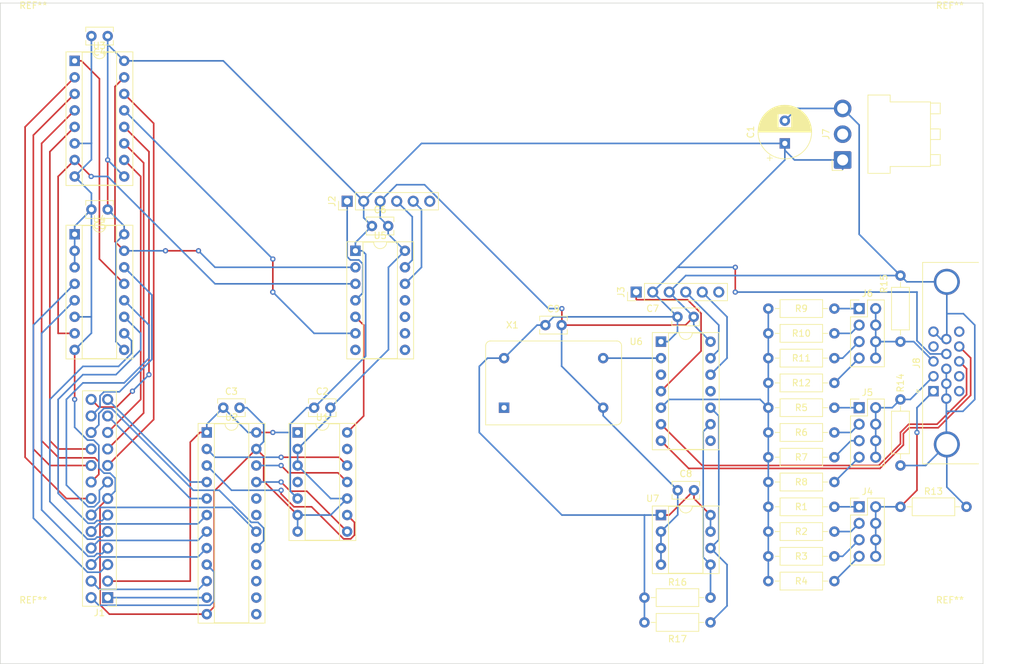
<source format=kicad_pcb>
(kicad_pcb (version 20171130) (host pcbnew "(5.1.0)-1")

  (general
    (thickness 1.6)
    (drawings 4)
    (tracks 501)
    (zones 0)
    (modules 46)
    (nets 86)
  )

  (page A4)
  (layers
    (0 F.Cu signal)
    (31 B.Cu signal)
    (32 B.Adhes user)
    (33 F.Adhes user)
    (34 B.Paste user)
    (35 F.Paste user)
    (36 B.SilkS user)
    (37 F.SilkS user)
    (38 B.Mask user)
    (39 F.Mask user)
    (40 Dwgs.User user)
    (41 Cmts.User user)
    (42 Eco1.User user)
    (43 Eco2.User user)
    (44 Edge.Cuts user)
    (45 Margin user)
    (46 B.CrtYd user)
    (47 F.CrtYd user)
    (48 B.Fab user hide)
    (49 F.Fab user hide)
  )

  (setup
    (last_trace_width 0.25)
    (trace_clearance 0.2)
    (zone_clearance 0.508)
    (zone_45_only no)
    (trace_min 0.2)
    (via_size 0.8)
    (via_drill 0.4)
    (via_min_size 0.4)
    (via_min_drill 0.3)
    (uvia_size 0.3)
    (uvia_drill 0.1)
    (uvias_allowed no)
    (uvia_min_size 0.2)
    (uvia_min_drill 0.1)
    (edge_width 0.05)
    (segment_width 0.2)
    (pcb_text_width 0.3)
    (pcb_text_size 1.5 1.5)
    (mod_edge_width 0.12)
    (mod_text_size 1 1)
    (mod_text_width 0.15)
    (pad_size 1.524 1.524)
    (pad_drill 0.762)
    (pad_to_mask_clearance 0.051)
    (solder_mask_min_width 0.25)
    (aux_axis_origin 0 0)
    (visible_elements 7FFFFFFF)
    (pcbplotparams
      (layerselection 0x010fc_ffffffff)
      (usegerberextensions false)
      (usegerberattributes false)
      (usegerberadvancedattributes false)
      (creategerberjobfile false)
      (excludeedgelayer true)
      (linewidth 0.100000)
      (plotframeref false)
      (viasonmask false)
      (mode 1)
      (useauxorigin false)
      (hpglpennumber 1)
      (hpglpenspeed 20)
      (hpglpendiameter 15.000000)
      (psnegative false)
      (psa4output false)
      (plotreference true)
      (plotvalue true)
      (plotinvisibletext false)
      (padsonsilk false)
      (subtractmaskfromsilk false)
      (outputformat 1)
      (mirror false)
      (drillshape 1)
      (scaleselection 1)
      (outputdirectory ""))
  )

  (net 0 "")
  (net 1 GND)
  (net 2 +5V)
  (net 3 /KBD-X6)
  (net 4 /KBD-Y7)
  (net 5 /KBD-SHFT)
  (net 6 /KBD-Y6)
  (net 7 /KBD-Y9)
  (net 8 /KBD-X4)
  (net 9 /KBD-X3)
  (net 10 /KBD-X5)
  (net 11 /KBD-X1)
  (net 12 /KBD-X7)
  (net 13 /KBD-X2)
  (net 14 /KBD-RST)
  (net 15 /KBD-X0)
  (net 16 /KBD-Y8)
  (net 17 /KBD-CTL)
  (net 18 /KBD-Y5)
  (net 19 /KBD-CAPS)
  (net 20 /KBD-Y4)
  (net 21 /KBD-OAPL)
  (net 22 /KBD-Y3)
  (net 23 /KBD-CAPL)
  (net 24 /KBD-Y2)
  (net 25 /KBD-Y1)
  (net 26 /KBD-Y0)
  (net 27 "Net-(J2-Pad6)")
  (net 28 "Net-(J2-Pad5)")
  (net 29 "Net-(J2-Pad4)")
  (net 30 "Net-(J2-Pad1)")
  (net 31 "Net-(J3-Pad6)")
  (net 32 "Net-(J3-Pad5)")
  (net 33 "Net-(J3-Pad4)")
  (net 34 "Net-(J3-Pad1)")
  (net 35 /VSync)
  (net 36 /HSync)
  (net 37 "Net-(J4-Pad2)")
  (net 38 /Video)
  (net 39 "Net-(U1-Pad14)")
  (net 40 "Net-(U1-Pad12)")
  (net 41 "Net-(U1-Pad11)")
  (net 42 "Net-(U1-Pad9)")
  (net 43 "Net-(U1-Pad8)")
  (net 44 "Net-(U1-Pad1)")
  (net 45 "Net-(U2-Pad20)")
  (net 46 "Net-(U2-Pad19)")
  (net 47 "Net-(U2-Pad16)")
  (net 48 "Net-(U2-Pad15)")
  (net 49 "Net-(U2-Pad14)")
  (net 50 "Net-(U2-Pad13)")
  (net 51 "Net-(U3-Pad7)")
  (net 52 "Net-(U3-Pad13)")
  (net 53 "Net-(U3-Pad1)")
  (net 54 "Net-(U5-Pad7)")
  (net 55 "Net-(U5-Pad11)")
  (net 56 "Net-(U5-Pad10)")
  (net 57 "Net-(U5-Pad9)")
  (net 58 "Net-(U3-Pad15)")
  (net 59 "Net-(U5-Pad8)")
  (net 60 "Net-(U6-Pad11)")
  (net 61 "Net-(U6-Pad3)")
  (net 62 "Net-(U6-Pad2)")
  (net 63 "Net-(U6-Pad8)")
  (net 64 "Net-(X1-Pad1)")
  (net 65 "Net-(J5-Pad3)")
  (net 66 "Net-(J5-Pad2)")
  (net 67 "Net-(J5-Pad1)")
  (net 68 "Net-(J4-Pad7)")
  (net 69 "Net-(J4-Pad5)")
  (net 70 "Net-(J4-Pad3)")
  (net 71 "Net-(J4-Pad1)")
  (net 72 "Net-(J5-Pad7)")
  (net 73 "Net-(J5-Pad5)")
  (net 74 "Net-(J6-Pad2)")
  (net 75 "Net-(J6-Pad7)")
  (net 76 "Net-(J6-Pad5)")
  (net 77 "Net-(J6-Pad3)")
  (net 78 "Net-(J6-Pad1)")
  (net 79 "Net-(J7-Pad2)")
  (net 80 "Net-(J8-Pad15)")
  (net 81 "Net-(J8-Pad12)")
  (net 82 "Net-(J8-Pad11)")
  (net 83 "Net-(J8-Pad4)")
  (net 84 "Net-(R16-Pad2)")
  (net 85 "Net-(R17-Pad2)")

  (net_class Default "This is the default net class."
    (clearance 0.2)
    (trace_width 0.25)
    (via_dia 0.8)
    (via_drill 0.4)
    (uvia_dia 0.3)
    (uvia_drill 0.1)
    (add_net +5V)
    (add_net /HSync)
    (add_net /KBD-CAPL)
    (add_net /KBD-CAPS)
    (add_net /KBD-CTL)
    (add_net /KBD-OAPL)
    (add_net /KBD-RST)
    (add_net /KBD-SHFT)
    (add_net /KBD-X0)
    (add_net /KBD-X1)
    (add_net /KBD-X2)
    (add_net /KBD-X3)
    (add_net /KBD-X4)
    (add_net /KBD-X5)
    (add_net /KBD-X6)
    (add_net /KBD-X7)
    (add_net /KBD-Y0)
    (add_net /KBD-Y1)
    (add_net /KBD-Y2)
    (add_net /KBD-Y3)
    (add_net /KBD-Y4)
    (add_net /KBD-Y5)
    (add_net /KBD-Y6)
    (add_net /KBD-Y7)
    (add_net /KBD-Y8)
    (add_net /KBD-Y9)
    (add_net /VSync)
    (add_net /Video)
    (add_net GND)
    (add_net "Net-(J2-Pad1)")
    (add_net "Net-(J2-Pad4)")
    (add_net "Net-(J2-Pad5)")
    (add_net "Net-(J2-Pad6)")
    (add_net "Net-(J3-Pad1)")
    (add_net "Net-(J3-Pad4)")
    (add_net "Net-(J3-Pad5)")
    (add_net "Net-(J3-Pad6)")
    (add_net "Net-(J4-Pad1)")
    (add_net "Net-(J4-Pad2)")
    (add_net "Net-(J4-Pad3)")
    (add_net "Net-(J4-Pad5)")
    (add_net "Net-(J4-Pad7)")
    (add_net "Net-(J5-Pad1)")
    (add_net "Net-(J5-Pad2)")
    (add_net "Net-(J5-Pad3)")
    (add_net "Net-(J5-Pad5)")
    (add_net "Net-(J5-Pad7)")
    (add_net "Net-(J6-Pad1)")
    (add_net "Net-(J6-Pad2)")
    (add_net "Net-(J6-Pad3)")
    (add_net "Net-(J6-Pad5)")
    (add_net "Net-(J6-Pad7)")
    (add_net "Net-(J7-Pad2)")
    (add_net "Net-(J8-Pad11)")
    (add_net "Net-(J8-Pad12)")
    (add_net "Net-(J8-Pad15)")
    (add_net "Net-(J8-Pad4)")
    (add_net "Net-(R16-Pad2)")
    (add_net "Net-(R17-Pad2)")
    (add_net "Net-(U1-Pad1)")
    (add_net "Net-(U1-Pad11)")
    (add_net "Net-(U1-Pad12)")
    (add_net "Net-(U1-Pad14)")
    (add_net "Net-(U1-Pad8)")
    (add_net "Net-(U1-Pad9)")
    (add_net "Net-(U2-Pad13)")
    (add_net "Net-(U2-Pad14)")
    (add_net "Net-(U2-Pad15)")
    (add_net "Net-(U2-Pad16)")
    (add_net "Net-(U2-Pad19)")
    (add_net "Net-(U2-Pad20)")
    (add_net "Net-(U3-Pad1)")
    (add_net "Net-(U3-Pad13)")
    (add_net "Net-(U3-Pad15)")
    (add_net "Net-(U3-Pad7)")
    (add_net "Net-(U5-Pad10)")
    (add_net "Net-(U5-Pad11)")
    (add_net "Net-(U5-Pad7)")
    (add_net "Net-(U5-Pad8)")
    (add_net "Net-(U5-Pad9)")
    (add_net "Net-(U6-Pad11)")
    (add_net "Net-(U6-Pad2)")
    (add_net "Net-(U6-Pad3)")
    (add_net "Net-(U6-Pad8)")
    (add_net "Net-(X1-Pad1)")
  )

  (module MountingHole:MountingHole_3.7mm (layer F.Cu) (tedit 56D1B4CB) (tstamp 5C95F2C4)
    (at 167.64 165.1)
    (descr "Mounting Hole 3.7mm, no annular")
    (tags "mounting hole 3.7mm no annular")
    (attr virtual)
    (fp_text reference REF** (at 0 -4.7) (layer F.SilkS)
      (effects (font (size 1 1) (thickness 0.15)))
    )
    (fp_text value MountingHole_3.7mm (at 0 4.7) (layer F.Fab)
      (effects (font (size 1 1) (thickness 0.15)))
    )
    (fp_circle (center 0 0) (end 3.95 0) (layer F.CrtYd) (width 0.05))
    (fp_circle (center 0 0) (end 3.7 0) (layer Cmts.User) (width 0.15))
    (fp_text user %R (at 0.3 0) (layer F.Fab)
      (effects (font (size 1 1) (thickness 0.15)))
    )
    (pad 1 np_thru_hole circle (at 0 0) (size 3.7 3.7) (drill 3.7) (layers *.Cu *.Mask))
  )

  (module MountingHole:MountingHole_3.7mm (layer F.Cu) (tedit 56D1B4CB) (tstamp 5C95F297)
    (at 26.67 165.1)
    (descr "Mounting Hole 3.7mm, no annular")
    (tags "mounting hole 3.7mm no annular")
    (attr virtual)
    (fp_text reference REF** (at 0 -4.7) (layer F.SilkS)
      (effects (font (size 1 1) (thickness 0.15)))
    )
    (fp_text value MountingHole_3.7mm (at 0 4.7) (layer F.Fab)
      (effects (font (size 1 1) (thickness 0.15)))
    )
    (fp_circle (center 0 0) (end 3.95 0) (layer F.CrtYd) (width 0.05))
    (fp_circle (center 0 0) (end 3.7 0) (layer Cmts.User) (width 0.15))
    (fp_text user %R (at 0.3 0) (layer F.Fab)
      (effects (font (size 1 1) (thickness 0.15)))
    )
    (pad 1 np_thru_hole circle (at 0 0) (size 3.7 3.7) (drill 3.7) (layers *.Cu *.Mask))
  )

  (module MountingHole:MountingHole_3.7mm (layer F.Cu) (tedit 56D1B4CB) (tstamp 5C95F27A)
    (at 26.67 73.66)
    (descr "Mounting Hole 3.7mm, no annular")
    (tags "mounting hole 3.7mm no annular")
    (attr virtual)
    (fp_text reference REF** (at 0 -4.7) (layer F.SilkS)
      (effects (font (size 1 1) (thickness 0.15)))
    )
    (fp_text value MountingHole_3.7mm (at 0 4.7) (layer F.Fab)
      (effects (font (size 1 1) (thickness 0.15)))
    )
    (fp_circle (center 0 0) (end 3.95 0) (layer F.CrtYd) (width 0.05))
    (fp_circle (center 0 0) (end 3.7 0) (layer Cmts.User) (width 0.15))
    (fp_text user %R (at 0.3 0) (layer F.Fab)
      (effects (font (size 1 1) (thickness 0.15)))
    )
    (pad 1 np_thru_hole circle (at 0 0) (size 3.7 3.7) (drill 3.7) (layers *.Cu *.Mask))
  )

  (module MountingHole:MountingHole_3.7mm (layer F.Cu) (tedit 56D1B4CB) (tstamp 5C95F25D)
    (at 167.64 73.66)
    (descr "Mounting Hole 3.7mm, no annular")
    (tags "mounting hole 3.7mm no annular")
    (attr virtual)
    (fp_text reference REF** (at 0 -4.7) (layer F.SilkS)
      (effects (font (size 1 1) (thickness 0.15)))
    )
    (fp_text value MountingHole_3.7mm (at 0 4.7) (layer F.Fab)
      (effects (font (size 1 1) (thickness 0.15)))
    )
    (fp_circle (center 0 0) (end 3.95 0) (layer F.CrtYd) (width 0.05))
    (fp_circle (center 0 0) (end 3.7 0) (layer Cmts.User) (width 0.15))
    (fp_text user %R (at 0.3 0) (layer F.Fab)
      (effects (font (size 1 1) (thickness 0.15)))
    )
    (pad 1 np_thru_hole circle (at 0 0) (size 3.7 3.7) (drill 3.7) (layers *.Cu *.Mask))
  )

  (module Resistor_THT:R_Axial_DIN0207_L6.3mm_D2.5mm_P10.16mm_Horizontal (layer F.Cu) (tedit 5AE5139B) (tstamp 5C954093)
    (at 149.86 115.57 180)
    (descr "Resistor, Axial_DIN0207 series, Axial, Horizontal, pin pitch=10.16mm, 0.25W = 1/4W, length*diameter=6.3*2.5mm^2, http://cdn-reichelt.de/documents/datenblatt/B400/1_4W%23YAG.pdf")
    (tags "Resistor Axial_DIN0207 series Axial Horizontal pin pitch 10.16mm 0.25W = 1/4W length 6.3mm diameter 2.5mm")
    (path /5C98FD80)
    (fp_text reference R9 (at 5.08 0 180) (layer F.SilkS)
      (effects (font (size 1 1) (thickness 0.15)))
    )
    (fp_text value 3k9 (at 5.08 2.37 180) (layer F.Fab)
      (effects (font (size 1 1) (thickness 0.15)))
    )
    (fp_text user %R (at 5.08 0 180) (layer F.Fab)
      (effects (font (size 1 1) (thickness 0.15)))
    )
    (fp_line (start 11.21 -1.5) (end -1.05 -1.5) (layer F.CrtYd) (width 0.05))
    (fp_line (start 11.21 1.5) (end 11.21 -1.5) (layer F.CrtYd) (width 0.05))
    (fp_line (start -1.05 1.5) (end 11.21 1.5) (layer F.CrtYd) (width 0.05))
    (fp_line (start -1.05 -1.5) (end -1.05 1.5) (layer F.CrtYd) (width 0.05))
    (fp_line (start 9.12 0) (end 8.35 0) (layer F.SilkS) (width 0.12))
    (fp_line (start 1.04 0) (end 1.81 0) (layer F.SilkS) (width 0.12))
    (fp_line (start 8.35 -1.37) (end 1.81 -1.37) (layer F.SilkS) (width 0.12))
    (fp_line (start 8.35 1.37) (end 8.35 -1.37) (layer F.SilkS) (width 0.12))
    (fp_line (start 1.81 1.37) (end 8.35 1.37) (layer F.SilkS) (width 0.12))
    (fp_line (start 1.81 -1.37) (end 1.81 1.37) (layer F.SilkS) (width 0.12))
    (fp_line (start 10.16 0) (end 8.23 0) (layer F.Fab) (width 0.1))
    (fp_line (start 0 0) (end 1.93 0) (layer F.Fab) (width 0.1))
    (fp_line (start 8.23 -1.25) (end 1.93 -1.25) (layer F.Fab) (width 0.1))
    (fp_line (start 8.23 1.25) (end 8.23 -1.25) (layer F.Fab) (width 0.1))
    (fp_line (start 1.93 1.25) (end 8.23 1.25) (layer F.Fab) (width 0.1))
    (fp_line (start 1.93 -1.25) (end 1.93 1.25) (layer F.Fab) (width 0.1))
    (pad 2 thru_hole oval (at 10.16 0 180) (size 1.6 1.6) (drill 0.8) (layers *.Cu *.Mask)
      (net 38 /Video))
    (pad 1 thru_hole circle (at 0 0 180) (size 1.6 1.6) (drill 0.8) (layers *.Cu *.Mask)
      (net 78 "Net-(J6-Pad1)"))
    (model ${KISYS3DMOD}/Resistor_THT.3dshapes/R_Axial_DIN0207_L6.3mm_D2.5mm_P10.16mm_Horizontal.wrl
      (at (xyz 0 0 0))
      (scale (xyz 1 1 1))
      (rotate (xyz 0 0 0))
    )
  )

  (module Resistor_THT:R_Axial_DIN0207_L6.3mm_D2.5mm_P10.16mm_Horizontal (layer F.Cu) (tedit 5AE5139B) (tstamp 5C95400F)
    (at 149.86 142.24 180)
    (descr "Resistor, Axial_DIN0207 series, Axial, Horizontal, pin pitch=10.16mm, 0.25W = 1/4W, length*diameter=6.3*2.5mm^2, http://cdn-reichelt.de/documents/datenblatt/B400/1_4W%23YAG.pdf")
    (tags "Resistor Axial_DIN0207 series Axial Horizontal pin pitch 10.16mm 0.25W = 1/4W length 6.3mm diameter 2.5mm")
    (path /5CA0065A)
    (fp_text reference R8 (at 5.08 0 180) (layer F.SilkS)
      (effects (font (size 1 1) (thickness 0.15)))
    )
    (fp_text value 470 (at 5.08 2.37 180) (layer F.Fab)
      (effects (font (size 1 1) (thickness 0.15)))
    )
    (fp_text user %R (at 5.08 0 180) (layer F.Fab)
      (effects (font (size 1 1) (thickness 0.15)))
    )
    (fp_line (start 11.21 -1.5) (end -1.05 -1.5) (layer F.CrtYd) (width 0.05))
    (fp_line (start 11.21 1.5) (end 11.21 -1.5) (layer F.CrtYd) (width 0.05))
    (fp_line (start -1.05 1.5) (end 11.21 1.5) (layer F.CrtYd) (width 0.05))
    (fp_line (start -1.05 -1.5) (end -1.05 1.5) (layer F.CrtYd) (width 0.05))
    (fp_line (start 9.12 0) (end 8.35 0) (layer F.SilkS) (width 0.12))
    (fp_line (start 1.04 0) (end 1.81 0) (layer F.SilkS) (width 0.12))
    (fp_line (start 8.35 -1.37) (end 1.81 -1.37) (layer F.SilkS) (width 0.12))
    (fp_line (start 8.35 1.37) (end 8.35 -1.37) (layer F.SilkS) (width 0.12))
    (fp_line (start 1.81 1.37) (end 8.35 1.37) (layer F.SilkS) (width 0.12))
    (fp_line (start 1.81 -1.37) (end 1.81 1.37) (layer F.SilkS) (width 0.12))
    (fp_line (start 10.16 0) (end 8.23 0) (layer F.Fab) (width 0.1))
    (fp_line (start 0 0) (end 1.93 0) (layer F.Fab) (width 0.1))
    (fp_line (start 8.23 -1.25) (end 1.93 -1.25) (layer F.Fab) (width 0.1))
    (fp_line (start 8.23 1.25) (end 8.23 -1.25) (layer F.Fab) (width 0.1))
    (fp_line (start 1.93 1.25) (end 8.23 1.25) (layer F.Fab) (width 0.1))
    (fp_line (start 1.93 -1.25) (end 1.93 1.25) (layer F.Fab) (width 0.1))
    (pad 2 thru_hole oval (at 10.16 0 180) (size 1.6 1.6) (drill 0.8) (layers *.Cu *.Mask)
      (net 38 /Video))
    (pad 1 thru_hole circle (at 0 0 180) (size 1.6 1.6) (drill 0.8) (layers *.Cu *.Mask)
      (net 72 "Net-(J5-Pad7)"))
    (model ${KISYS3DMOD}/Resistor_THT.3dshapes/R_Axial_DIN0207_L6.3mm_D2.5mm_P10.16mm_Horizontal.wrl
      (at (xyz 0 0 0))
      (scale (xyz 1 1 1))
      (rotate (xyz 0 0 0))
    )
  )

  (module Resistor_THT:R_Axial_DIN0207_L6.3mm_D2.5mm_P10.16mm_Horizontal (layer F.Cu) (tedit 5AE5139B) (tstamp 5C954051)
    (at 149.86 138.43 180)
    (descr "Resistor, Axial_DIN0207 series, Axial, Horizontal, pin pitch=10.16mm, 0.25W = 1/4W, length*diameter=6.3*2.5mm^2, http://cdn-reichelt.de/documents/datenblatt/B400/1_4W%23YAG.pdf")
    (tags "Resistor Axial_DIN0207 series Axial Horizontal pin pitch 10.16mm 0.25W = 1/4W length 6.3mm diameter 2.5mm")
    (path /5CA00654)
    (fp_text reference R7 (at 5.08 0 180) (layer F.SilkS)
      (effects (font (size 1 1) (thickness 0.15)))
    )
    (fp_text value 1k (at 5.08 2.37 180) (layer F.Fab)
      (effects (font (size 1 1) (thickness 0.15)))
    )
    (fp_text user %R (at 5.08 0 180) (layer F.Fab)
      (effects (font (size 1 1) (thickness 0.15)))
    )
    (fp_line (start 11.21 -1.5) (end -1.05 -1.5) (layer F.CrtYd) (width 0.05))
    (fp_line (start 11.21 1.5) (end 11.21 -1.5) (layer F.CrtYd) (width 0.05))
    (fp_line (start -1.05 1.5) (end 11.21 1.5) (layer F.CrtYd) (width 0.05))
    (fp_line (start -1.05 -1.5) (end -1.05 1.5) (layer F.CrtYd) (width 0.05))
    (fp_line (start 9.12 0) (end 8.35 0) (layer F.SilkS) (width 0.12))
    (fp_line (start 1.04 0) (end 1.81 0) (layer F.SilkS) (width 0.12))
    (fp_line (start 8.35 -1.37) (end 1.81 -1.37) (layer F.SilkS) (width 0.12))
    (fp_line (start 8.35 1.37) (end 8.35 -1.37) (layer F.SilkS) (width 0.12))
    (fp_line (start 1.81 1.37) (end 8.35 1.37) (layer F.SilkS) (width 0.12))
    (fp_line (start 1.81 -1.37) (end 1.81 1.37) (layer F.SilkS) (width 0.12))
    (fp_line (start 10.16 0) (end 8.23 0) (layer F.Fab) (width 0.1))
    (fp_line (start 0 0) (end 1.93 0) (layer F.Fab) (width 0.1))
    (fp_line (start 8.23 -1.25) (end 1.93 -1.25) (layer F.Fab) (width 0.1))
    (fp_line (start 8.23 1.25) (end 8.23 -1.25) (layer F.Fab) (width 0.1))
    (fp_line (start 1.93 1.25) (end 8.23 1.25) (layer F.Fab) (width 0.1))
    (fp_line (start 1.93 -1.25) (end 1.93 1.25) (layer F.Fab) (width 0.1))
    (pad 2 thru_hole oval (at 10.16 0 180) (size 1.6 1.6) (drill 0.8) (layers *.Cu *.Mask)
      (net 38 /Video))
    (pad 1 thru_hole circle (at 0 0 180) (size 1.6 1.6) (drill 0.8) (layers *.Cu *.Mask)
      (net 73 "Net-(J5-Pad5)"))
    (model ${KISYS3DMOD}/Resistor_THT.3dshapes/R_Axial_DIN0207_L6.3mm_D2.5mm_P10.16mm_Horizontal.wrl
      (at (xyz 0 0 0))
      (scale (xyz 1 1 1))
      (rotate (xyz 0 0 0))
    )
  )

  (module Resistor_THT:R_Axial_DIN0207_L6.3mm_D2.5mm_P10.16mm_Horizontal (layer F.Cu) (tedit 5AE5139B) (tstamp 5C95419B)
    (at 149.86 134.62 180)
    (descr "Resistor, Axial_DIN0207 series, Axial, Horizontal, pin pitch=10.16mm, 0.25W = 1/4W, length*diameter=6.3*2.5mm^2, http://cdn-reichelt.de/documents/datenblatt/B400/1_4W%23YAG.pdf")
    (tags "Resistor Axial_DIN0207 series Axial Horizontal pin pitch 10.16mm 0.25W = 1/4W length 6.3mm diameter 2.5mm")
    (path /5CA0064E)
    (fp_text reference R6 (at 5.08 0 180) (layer F.SilkS)
      (effects (font (size 1 1) (thickness 0.15)))
    )
    (fp_text value 2k2 (at 5.08 2.37 180) (layer F.Fab)
      (effects (font (size 1 1) (thickness 0.15)))
    )
    (fp_text user %R (at 5.08 0 180) (layer F.Fab)
      (effects (font (size 1 1) (thickness 0.15)))
    )
    (fp_line (start 11.21 -1.5) (end -1.05 -1.5) (layer F.CrtYd) (width 0.05))
    (fp_line (start 11.21 1.5) (end 11.21 -1.5) (layer F.CrtYd) (width 0.05))
    (fp_line (start -1.05 1.5) (end 11.21 1.5) (layer F.CrtYd) (width 0.05))
    (fp_line (start -1.05 -1.5) (end -1.05 1.5) (layer F.CrtYd) (width 0.05))
    (fp_line (start 9.12 0) (end 8.35 0) (layer F.SilkS) (width 0.12))
    (fp_line (start 1.04 0) (end 1.81 0) (layer F.SilkS) (width 0.12))
    (fp_line (start 8.35 -1.37) (end 1.81 -1.37) (layer F.SilkS) (width 0.12))
    (fp_line (start 8.35 1.37) (end 8.35 -1.37) (layer F.SilkS) (width 0.12))
    (fp_line (start 1.81 1.37) (end 8.35 1.37) (layer F.SilkS) (width 0.12))
    (fp_line (start 1.81 -1.37) (end 1.81 1.37) (layer F.SilkS) (width 0.12))
    (fp_line (start 10.16 0) (end 8.23 0) (layer F.Fab) (width 0.1))
    (fp_line (start 0 0) (end 1.93 0) (layer F.Fab) (width 0.1))
    (fp_line (start 8.23 -1.25) (end 1.93 -1.25) (layer F.Fab) (width 0.1))
    (fp_line (start 8.23 1.25) (end 8.23 -1.25) (layer F.Fab) (width 0.1))
    (fp_line (start 1.93 1.25) (end 8.23 1.25) (layer F.Fab) (width 0.1))
    (fp_line (start 1.93 -1.25) (end 1.93 1.25) (layer F.Fab) (width 0.1))
    (pad 2 thru_hole oval (at 10.16 0 180) (size 1.6 1.6) (drill 0.8) (layers *.Cu *.Mask)
      (net 38 /Video))
    (pad 1 thru_hole circle (at 0 0 180) (size 1.6 1.6) (drill 0.8) (layers *.Cu *.Mask)
      (net 65 "Net-(J5-Pad3)"))
    (model ${KISYS3DMOD}/Resistor_THT.3dshapes/R_Axial_DIN0207_L6.3mm_D2.5mm_P10.16mm_Horizontal.wrl
      (at (xyz 0 0 0))
      (scale (xyz 1 1 1))
      (rotate (xyz 0 0 0))
    )
  )

  (module Resistor_THT:R_Axial_DIN0207_L6.3mm_D2.5mm_P10.16mm_Horizontal (layer F.Cu) (tedit 5AE5139B) (tstamp 5C954159)
    (at 149.86 130.81 180)
    (descr "Resistor, Axial_DIN0207 series, Axial, Horizontal, pin pitch=10.16mm, 0.25W = 1/4W, length*diameter=6.3*2.5mm^2, http://cdn-reichelt.de/documents/datenblatt/B400/1_4W%23YAG.pdf")
    (tags "Resistor Axial_DIN0207 series Axial Horizontal pin pitch 10.16mm 0.25W = 1/4W length 6.3mm diameter 2.5mm")
    (path /5CA00666)
    (fp_text reference R5 (at 5.08 0 180) (layer F.SilkS)
      (effects (font (size 1 1) (thickness 0.15)))
    )
    (fp_text value 3k9 (at 5.08 2.37 180) (layer F.Fab)
      (effects (font (size 1 1) (thickness 0.15)))
    )
    (fp_text user %R (at 5.08 0 180) (layer F.Fab)
      (effects (font (size 1 1) (thickness 0.15)))
    )
    (fp_line (start 11.21 -1.5) (end -1.05 -1.5) (layer F.CrtYd) (width 0.05))
    (fp_line (start 11.21 1.5) (end 11.21 -1.5) (layer F.CrtYd) (width 0.05))
    (fp_line (start -1.05 1.5) (end 11.21 1.5) (layer F.CrtYd) (width 0.05))
    (fp_line (start -1.05 -1.5) (end -1.05 1.5) (layer F.CrtYd) (width 0.05))
    (fp_line (start 9.12 0) (end 8.35 0) (layer F.SilkS) (width 0.12))
    (fp_line (start 1.04 0) (end 1.81 0) (layer F.SilkS) (width 0.12))
    (fp_line (start 8.35 -1.37) (end 1.81 -1.37) (layer F.SilkS) (width 0.12))
    (fp_line (start 8.35 1.37) (end 8.35 -1.37) (layer F.SilkS) (width 0.12))
    (fp_line (start 1.81 1.37) (end 8.35 1.37) (layer F.SilkS) (width 0.12))
    (fp_line (start 1.81 -1.37) (end 1.81 1.37) (layer F.SilkS) (width 0.12))
    (fp_line (start 10.16 0) (end 8.23 0) (layer F.Fab) (width 0.1))
    (fp_line (start 0 0) (end 1.93 0) (layer F.Fab) (width 0.1))
    (fp_line (start 8.23 -1.25) (end 1.93 -1.25) (layer F.Fab) (width 0.1))
    (fp_line (start 8.23 1.25) (end 8.23 -1.25) (layer F.Fab) (width 0.1))
    (fp_line (start 1.93 1.25) (end 8.23 1.25) (layer F.Fab) (width 0.1))
    (fp_line (start 1.93 -1.25) (end 1.93 1.25) (layer F.Fab) (width 0.1))
    (pad 2 thru_hole oval (at 10.16 0 180) (size 1.6 1.6) (drill 0.8) (layers *.Cu *.Mask)
      (net 38 /Video))
    (pad 1 thru_hole circle (at 0 0 180) (size 1.6 1.6) (drill 0.8) (layers *.Cu *.Mask)
      (net 67 "Net-(J5-Pad1)"))
    (model ${KISYS3DMOD}/Resistor_THT.3dshapes/R_Axial_DIN0207_L6.3mm_D2.5mm_P10.16mm_Horizontal.wrl
      (at (xyz 0 0 0))
      (scale (xyz 1 1 1))
      (rotate (xyz 0 0 0))
    )
  )

  (module Resistor_THT:R_Axial_DIN0207_L6.3mm_D2.5mm_P10.16mm_Horizontal (layer F.Cu) (tedit 5AE5139B) (tstamp 5C953FCD)
    (at 149.86 157.48 180)
    (descr "Resistor, Axial_DIN0207 series, Axial, Horizontal, pin pitch=10.16mm, 0.25W = 1/4W, length*diameter=6.3*2.5mm^2, http://cdn-reichelt.de/documents/datenblatt/B400/1_4W%23YAG.pdf")
    (tags "Resistor Axial_DIN0207 series Axial Horizontal pin pitch 10.16mm 0.25W = 1/4W length 6.3mm diameter 2.5mm")
    (path /5CA0DEE7)
    (fp_text reference R4 (at 5.08 0 180) (layer F.SilkS)
      (effects (font (size 1 1) (thickness 0.15)))
    )
    (fp_text value 470 (at 5.08 2.37 180) (layer F.Fab)
      (effects (font (size 1 1) (thickness 0.15)))
    )
    (fp_text user %R (at 5.08 0 180) (layer F.Fab)
      (effects (font (size 1 1) (thickness 0.15)))
    )
    (fp_line (start 11.21 -1.5) (end -1.05 -1.5) (layer F.CrtYd) (width 0.05))
    (fp_line (start 11.21 1.5) (end 11.21 -1.5) (layer F.CrtYd) (width 0.05))
    (fp_line (start -1.05 1.5) (end 11.21 1.5) (layer F.CrtYd) (width 0.05))
    (fp_line (start -1.05 -1.5) (end -1.05 1.5) (layer F.CrtYd) (width 0.05))
    (fp_line (start 9.12 0) (end 8.35 0) (layer F.SilkS) (width 0.12))
    (fp_line (start 1.04 0) (end 1.81 0) (layer F.SilkS) (width 0.12))
    (fp_line (start 8.35 -1.37) (end 1.81 -1.37) (layer F.SilkS) (width 0.12))
    (fp_line (start 8.35 1.37) (end 8.35 -1.37) (layer F.SilkS) (width 0.12))
    (fp_line (start 1.81 1.37) (end 8.35 1.37) (layer F.SilkS) (width 0.12))
    (fp_line (start 1.81 -1.37) (end 1.81 1.37) (layer F.SilkS) (width 0.12))
    (fp_line (start 10.16 0) (end 8.23 0) (layer F.Fab) (width 0.1))
    (fp_line (start 0 0) (end 1.93 0) (layer F.Fab) (width 0.1))
    (fp_line (start 8.23 -1.25) (end 1.93 -1.25) (layer F.Fab) (width 0.1))
    (fp_line (start 8.23 1.25) (end 8.23 -1.25) (layer F.Fab) (width 0.1))
    (fp_line (start 1.93 1.25) (end 8.23 1.25) (layer F.Fab) (width 0.1))
    (fp_line (start 1.93 -1.25) (end 1.93 1.25) (layer F.Fab) (width 0.1))
    (pad 2 thru_hole oval (at 10.16 0 180) (size 1.6 1.6) (drill 0.8) (layers *.Cu *.Mask)
      (net 38 /Video))
    (pad 1 thru_hole circle (at 0 0 180) (size 1.6 1.6) (drill 0.8) (layers *.Cu *.Mask)
      (net 68 "Net-(J4-Pad7)"))
    (model ${KISYS3DMOD}/Resistor_THT.3dshapes/R_Axial_DIN0207_L6.3mm_D2.5mm_P10.16mm_Horizontal.wrl
      (at (xyz 0 0 0))
      (scale (xyz 1 1 1))
      (rotate (xyz 0 0 0))
    )
  )

  (module Resistor_THT:R_Axial_DIN0207_L6.3mm_D2.5mm_P10.16mm_Horizontal (layer F.Cu) (tedit 5AE5139B) (tstamp 5C953F34)
    (at 149.86 153.67 180)
    (descr "Resistor, Axial_DIN0207 series, Axial, Horizontal, pin pitch=10.16mm, 0.25W = 1/4W, length*diameter=6.3*2.5mm^2, http://cdn-reichelt.de/documents/datenblatt/B400/1_4W%23YAG.pdf")
    (tags "Resistor Axial_DIN0207 series Axial Horizontal pin pitch 10.16mm 0.25W = 1/4W length 6.3mm diameter 2.5mm")
    (path /5CA0DEE1)
    (fp_text reference R3 (at 5.08 0 180) (layer F.SilkS)
      (effects (font (size 1 1) (thickness 0.15)))
    )
    (fp_text value 1k (at 5.08 2.37 180) (layer F.Fab)
      (effects (font (size 1 1) (thickness 0.15)))
    )
    (fp_text user %R (at 5.08 0 180) (layer F.Fab)
      (effects (font (size 1 1) (thickness 0.15)))
    )
    (fp_line (start 11.21 -1.5) (end -1.05 -1.5) (layer F.CrtYd) (width 0.05))
    (fp_line (start 11.21 1.5) (end 11.21 -1.5) (layer F.CrtYd) (width 0.05))
    (fp_line (start -1.05 1.5) (end 11.21 1.5) (layer F.CrtYd) (width 0.05))
    (fp_line (start -1.05 -1.5) (end -1.05 1.5) (layer F.CrtYd) (width 0.05))
    (fp_line (start 9.12 0) (end 8.35 0) (layer F.SilkS) (width 0.12))
    (fp_line (start 1.04 0) (end 1.81 0) (layer F.SilkS) (width 0.12))
    (fp_line (start 8.35 -1.37) (end 1.81 -1.37) (layer F.SilkS) (width 0.12))
    (fp_line (start 8.35 1.37) (end 8.35 -1.37) (layer F.SilkS) (width 0.12))
    (fp_line (start 1.81 1.37) (end 8.35 1.37) (layer F.SilkS) (width 0.12))
    (fp_line (start 1.81 -1.37) (end 1.81 1.37) (layer F.SilkS) (width 0.12))
    (fp_line (start 10.16 0) (end 8.23 0) (layer F.Fab) (width 0.1))
    (fp_line (start 0 0) (end 1.93 0) (layer F.Fab) (width 0.1))
    (fp_line (start 8.23 -1.25) (end 1.93 -1.25) (layer F.Fab) (width 0.1))
    (fp_line (start 8.23 1.25) (end 8.23 -1.25) (layer F.Fab) (width 0.1))
    (fp_line (start 1.93 1.25) (end 8.23 1.25) (layer F.Fab) (width 0.1))
    (fp_line (start 1.93 -1.25) (end 1.93 1.25) (layer F.Fab) (width 0.1))
    (pad 2 thru_hole oval (at 10.16 0 180) (size 1.6 1.6) (drill 0.8) (layers *.Cu *.Mask)
      (net 38 /Video))
    (pad 1 thru_hole circle (at 0 0 180) (size 1.6 1.6) (drill 0.8) (layers *.Cu *.Mask)
      (net 69 "Net-(J4-Pad5)"))
    (model ${KISYS3DMOD}/Resistor_THT.3dshapes/R_Axial_DIN0207_L6.3mm_D2.5mm_P10.16mm_Horizontal.wrl
      (at (xyz 0 0 0))
      (scale (xyz 1 1 1))
      (rotate (xyz 0 0 0))
    )
  )

  (module Resistor_THT:R_Axial_DIN0207_L6.3mm_D2.5mm_P10.16mm_Horizontal (layer F.Cu) (tedit 5AE5139B) (tstamp 5C9540D5)
    (at 149.86 149.86 180)
    (descr "Resistor, Axial_DIN0207 series, Axial, Horizontal, pin pitch=10.16mm, 0.25W = 1/4W, length*diameter=6.3*2.5mm^2, http://cdn-reichelt.de/documents/datenblatt/B400/1_4W%23YAG.pdf")
    (tags "Resistor Axial_DIN0207 series Axial Horizontal pin pitch 10.16mm 0.25W = 1/4W length 6.3mm diameter 2.5mm")
    (path /5CA0DEDB)
    (fp_text reference R2 (at 5.08 0 180) (layer F.SilkS)
      (effects (font (size 1 1) (thickness 0.15)))
    )
    (fp_text value 2k2 (at 5.08 2.37 180) (layer F.Fab)
      (effects (font (size 1 1) (thickness 0.15)))
    )
    (fp_text user %R (at 5.08 0 180) (layer F.Fab)
      (effects (font (size 1 1) (thickness 0.15)))
    )
    (fp_line (start 11.21 -1.5) (end -1.05 -1.5) (layer F.CrtYd) (width 0.05))
    (fp_line (start 11.21 1.5) (end 11.21 -1.5) (layer F.CrtYd) (width 0.05))
    (fp_line (start -1.05 1.5) (end 11.21 1.5) (layer F.CrtYd) (width 0.05))
    (fp_line (start -1.05 -1.5) (end -1.05 1.5) (layer F.CrtYd) (width 0.05))
    (fp_line (start 9.12 0) (end 8.35 0) (layer F.SilkS) (width 0.12))
    (fp_line (start 1.04 0) (end 1.81 0) (layer F.SilkS) (width 0.12))
    (fp_line (start 8.35 -1.37) (end 1.81 -1.37) (layer F.SilkS) (width 0.12))
    (fp_line (start 8.35 1.37) (end 8.35 -1.37) (layer F.SilkS) (width 0.12))
    (fp_line (start 1.81 1.37) (end 8.35 1.37) (layer F.SilkS) (width 0.12))
    (fp_line (start 1.81 -1.37) (end 1.81 1.37) (layer F.SilkS) (width 0.12))
    (fp_line (start 10.16 0) (end 8.23 0) (layer F.Fab) (width 0.1))
    (fp_line (start 0 0) (end 1.93 0) (layer F.Fab) (width 0.1))
    (fp_line (start 8.23 -1.25) (end 1.93 -1.25) (layer F.Fab) (width 0.1))
    (fp_line (start 8.23 1.25) (end 8.23 -1.25) (layer F.Fab) (width 0.1))
    (fp_line (start 1.93 1.25) (end 8.23 1.25) (layer F.Fab) (width 0.1))
    (fp_line (start 1.93 -1.25) (end 1.93 1.25) (layer F.Fab) (width 0.1))
    (pad 2 thru_hole oval (at 10.16 0 180) (size 1.6 1.6) (drill 0.8) (layers *.Cu *.Mask)
      (net 38 /Video))
    (pad 1 thru_hole circle (at 0 0 180) (size 1.6 1.6) (drill 0.8) (layers *.Cu *.Mask)
      (net 70 "Net-(J4-Pad3)"))
    (model ${KISYS3DMOD}/Resistor_THT.3dshapes/R_Axial_DIN0207_L6.3mm_D2.5mm_P10.16mm_Horizontal.wrl
      (at (xyz 0 0 0))
      (scale (xyz 1 1 1))
      (rotate (xyz 0 0 0))
    )
  )

  (module Resistor_THT:R_Axial_DIN0207_L6.3mm_D2.5mm_P10.16mm_Horizontal (layer F.Cu) (tedit 5AE5139B) (tstamp 5C954117)
    (at 149.86 146.05 180)
    (descr "Resistor, Axial_DIN0207 series, Axial, Horizontal, pin pitch=10.16mm, 0.25W = 1/4W, length*diameter=6.3*2.5mm^2, http://cdn-reichelt.de/documents/datenblatt/B400/1_4W%23YAG.pdf")
    (tags "Resistor Axial_DIN0207 series Axial Horizontal pin pitch 10.16mm 0.25W = 1/4W length 6.3mm diameter 2.5mm")
    (path /5CA0DEF3)
    (fp_text reference R1 (at 5.08 0 180) (layer F.SilkS)
      (effects (font (size 1 1) (thickness 0.15)))
    )
    (fp_text value 3k9 (at 5.08 2.37 180) (layer F.Fab)
      (effects (font (size 1 1) (thickness 0.15)))
    )
    (fp_text user %R (at 5.08 0 180) (layer F.Fab)
      (effects (font (size 1 1) (thickness 0.15)))
    )
    (fp_line (start 11.21 -1.5) (end -1.05 -1.5) (layer F.CrtYd) (width 0.05))
    (fp_line (start 11.21 1.5) (end 11.21 -1.5) (layer F.CrtYd) (width 0.05))
    (fp_line (start -1.05 1.5) (end 11.21 1.5) (layer F.CrtYd) (width 0.05))
    (fp_line (start -1.05 -1.5) (end -1.05 1.5) (layer F.CrtYd) (width 0.05))
    (fp_line (start 9.12 0) (end 8.35 0) (layer F.SilkS) (width 0.12))
    (fp_line (start 1.04 0) (end 1.81 0) (layer F.SilkS) (width 0.12))
    (fp_line (start 8.35 -1.37) (end 1.81 -1.37) (layer F.SilkS) (width 0.12))
    (fp_line (start 8.35 1.37) (end 8.35 -1.37) (layer F.SilkS) (width 0.12))
    (fp_line (start 1.81 1.37) (end 8.35 1.37) (layer F.SilkS) (width 0.12))
    (fp_line (start 1.81 -1.37) (end 1.81 1.37) (layer F.SilkS) (width 0.12))
    (fp_line (start 10.16 0) (end 8.23 0) (layer F.Fab) (width 0.1))
    (fp_line (start 0 0) (end 1.93 0) (layer F.Fab) (width 0.1))
    (fp_line (start 8.23 -1.25) (end 1.93 -1.25) (layer F.Fab) (width 0.1))
    (fp_line (start 8.23 1.25) (end 8.23 -1.25) (layer F.Fab) (width 0.1))
    (fp_line (start 1.93 1.25) (end 8.23 1.25) (layer F.Fab) (width 0.1))
    (fp_line (start 1.93 -1.25) (end 1.93 1.25) (layer F.Fab) (width 0.1))
    (pad 2 thru_hole oval (at 10.16 0 180) (size 1.6 1.6) (drill 0.8) (layers *.Cu *.Mask)
      (net 38 /Video))
    (pad 1 thru_hole circle (at 0 0 180) (size 1.6 1.6) (drill 0.8) (layers *.Cu *.Mask)
      (net 71 "Net-(J4-Pad1)"))
    (model ${KISYS3DMOD}/Resistor_THT.3dshapes/R_Axial_DIN0207_L6.3mm_D2.5mm_P10.16mm_Horizontal.wrl
      (at (xyz 0 0 0))
      (scale (xyz 1 1 1))
      (rotate (xyz 0 0 0))
    )
  )

  (module Connector_PinHeader_2.54mm:PinHeader_2x04_P2.54mm_Vertical (layer F.Cu) (tedit 59FED5CC) (tstamp 5C9543BE)
    (at 153.67 115.57)
    (descr "Through hole straight pin header, 2x04, 2.54mm pitch, double rows")
    (tags "Through hole pin header THT 2x04 2.54mm double row")
    (path /5C964864)
    (fp_text reference J6 (at 1.27 -2.33) (layer F.SilkS)
      (effects (font (size 1 1) (thickness 0.15)))
    )
    (fp_text value Conn_02x04_Odd_Even (at 1.27 9.95) (layer F.Fab)
      (effects (font (size 1 1) (thickness 0.15)))
    )
    (fp_text user %R (at 1.27 3.81 90) (layer F.Fab)
      (effects (font (size 1 1) (thickness 0.15)))
    )
    (fp_line (start 4.35 -1.8) (end -1.8 -1.8) (layer F.CrtYd) (width 0.05))
    (fp_line (start 4.35 9.4) (end 4.35 -1.8) (layer F.CrtYd) (width 0.05))
    (fp_line (start -1.8 9.4) (end 4.35 9.4) (layer F.CrtYd) (width 0.05))
    (fp_line (start -1.8 -1.8) (end -1.8 9.4) (layer F.CrtYd) (width 0.05))
    (fp_line (start -1.33 -1.33) (end 0 -1.33) (layer F.SilkS) (width 0.12))
    (fp_line (start -1.33 0) (end -1.33 -1.33) (layer F.SilkS) (width 0.12))
    (fp_line (start 1.27 -1.33) (end 3.87 -1.33) (layer F.SilkS) (width 0.12))
    (fp_line (start 1.27 1.27) (end 1.27 -1.33) (layer F.SilkS) (width 0.12))
    (fp_line (start -1.33 1.27) (end 1.27 1.27) (layer F.SilkS) (width 0.12))
    (fp_line (start 3.87 -1.33) (end 3.87 8.95) (layer F.SilkS) (width 0.12))
    (fp_line (start -1.33 1.27) (end -1.33 8.95) (layer F.SilkS) (width 0.12))
    (fp_line (start -1.33 8.95) (end 3.87 8.95) (layer F.SilkS) (width 0.12))
    (fp_line (start -1.27 0) (end 0 -1.27) (layer F.Fab) (width 0.1))
    (fp_line (start -1.27 8.89) (end -1.27 0) (layer F.Fab) (width 0.1))
    (fp_line (start 3.81 8.89) (end -1.27 8.89) (layer F.Fab) (width 0.1))
    (fp_line (start 3.81 -1.27) (end 3.81 8.89) (layer F.Fab) (width 0.1))
    (fp_line (start 0 -1.27) (end 3.81 -1.27) (layer F.Fab) (width 0.1))
    (pad 8 thru_hole oval (at 2.54 7.62) (size 1.7 1.7) (drill 1) (layers *.Cu *.Mask)
      (net 74 "Net-(J6-Pad2)"))
    (pad 7 thru_hole oval (at 0 7.62) (size 1.7 1.7) (drill 1) (layers *.Cu *.Mask)
      (net 75 "Net-(J6-Pad7)"))
    (pad 6 thru_hole oval (at 2.54 5.08) (size 1.7 1.7) (drill 1) (layers *.Cu *.Mask)
      (net 74 "Net-(J6-Pad2)"))
    (pad 5 thru_hole oval (at 0 5.08) (size 1.7 1.7) (drill 1) (layers *.Cu *.Mask)
      (net 76 "Net-(J6-Pad5)"))
    (pad 4 thru_hole oval (at 2.54 2.54) (size 1.7 1.7) (drill 1) (layers *.Cu *.Mask)
      (net 74 "Net-(J6-Pad2)"))
    (pad 3 thru_hole oval (at 0 2.54) (size 1.7 1.7) (drill 1) (layers *.Cu *.Mask)
      (net 77 "Net-(J6-Pad3)"))
    (pad 2 thru_hole oval (at 2.54 0) (size 1.7 1.7) (drill 1) (layers *.Cu *.Mask)
      (net 74 "Net-(J6-Pad2)"))
    (pad 1 thru_hole rect (at 0 0) (size 1.7 1.7) (drill 1) (layers *.Cu *.Mask)
      (net 78 "Net-(J6-Pad1)"))
    (model ${KISYS3DMOD}/Connector_PinHeader_2.54mm.3dshapes/PinHeader_2x04_P2.54mm_Vertical.wrl
      (at (xyz 0 0 0))
      (scale (xyz 1 1 1))
      (rotate (xyz 0 0 0))
    )
  )

  (module Connector_PinHeader_2.54mm:PinHeader_2x04_P2.54mm_Vertical (layer F.Cu) (tedit 59FED5CC) (tstamp 5C953E8D)
    (at 153.67 130.81)
    (descr "Through hole straight pin header, 2x04, 2.54mm pitch, double rows")
    (tags "Through hole pin header THT 2x04 2.54mm double row")
    (path /5CA00660)
    (fp_text reference J5 (at 1.27 -2.33) (layer F.SilkS)
      (effects (font (size 1 1) (thickness 0.15)))
    )
    (fp_text value Conn_02x04_Odd_Even (at 1.27 9.95) (layer F.Fab)
      (effects (font (size 1 1) (thickness 0.15)))
    )
    (fp_text user %R (at 1.27 3.81 90) (layer F.Fab)
      (effects (font (size 1 1) (thickness 0.15)))
    )
    (fp_line (start 4.35 -1.8) (end -1.8 -1.8) (layer F.CrtYd) (width 0.05))
    (fp_line (start 4.35 9.4) (end 4.35 -1.8) (layer F.CrtYd) (width 0.05))
    (fp_line (start -1.8 9.4) (end 4.35 9.4) (layer F.CrtYd) (width 0.05))
    (fp_line (start -1.8 -1.8) (end -1.8 9.4) (layer F.CrtYd) (width 0.05))
    (fp_line (start -1.33 -1.33) (end 0 -1.33) (layer F.SilkS) (width 0.12))
    (fp_line (start -1.33 0) (end -1.33 -1.33) (layer F.SilkS) (width 0.12))
    (fp_line (start 1.27 -1.33) (end 3.87 -1.33) (layer F.SilkS) (width 0.12))
    (fp_line (start 1.27 1.27) (end 1.27 -1.33) (layer F.SilkS) (width 0.12))
    (fp_line (start -1.33 1.27) (end 1.27 1.27) (layer F.SilkS) (width 0.12))
    (fp_line (start 3.87 -1.33) (end 3.87 8.95) (layer F.SilkS) (width 0.12))
    (fp_line (start -1.33 1.27) (end -1.33 8.95) (layer F.SilkS) (width 0.12))
    (fp_line (start -1.33 8.95) (end 3.87 8.95) (layer F.SilkS) (width 0.12))
    (fp_line (start -1.27 0) (end 0 -1.27) (layer F.Fab) (width 0.1))
    (fp_line (start -1.27 8.89) (end -1.27 0) (layer F.Fab) (width 0.1))
    (fp_line (start 3.81 8.89) (end -1.27 8.89) (layer F.Fab) (width 0.1))
    (fp_line (start 3.81 -1.27) (end 3.81 8.89) (layer F.Fab) (width 0.1))
    (fp_line (start 0 -1.27) (end 3.81 -1.27) (layer F.Fab) (width 0.1))
    (pad 8 thru_hole oval (at 2.54 7.62) (size 1.7 1.7) (drill 1) (layers *.Cu *.Mask)
      (net 66 "Net-(J5-Pad2)"))
    (pad 7 thru_hole oval (at 0 7.62) (size 1.7 1.7) (drill 1) (layers *.Cu *.Mask)
      (net 72 "Net-(J5-Pad7)"))
    (pad 6 thru_hole oval (at 2.54 5.08) (size 1.7 1.7) (drill 1) (layers *.Cu *.Mask)
      (net 66 "Net-(J5-Pad2)"))
    (pad 5 thru_hole oval (at 0 5.08) (size 1.7 1.7) (drill 1) (layers *.Cu *.Mask)
      (net 73 "Net-(J5-Pad5)"))
    (pad 4 thru_hole oval (at 2.54 2.54) (size 1.7 1.7) (drill 1) (layers *.Cu *.Mask)
      (net 66 "Net-(J5-Pad2)"))
    (pad 3 thru_hole oval (at 0 2.54) (size 1.7 1.7) (drill 1) (layers *.Cu *.Mask)
      (net 65 "Net-(J5-Pad3)"))
    (pad 2 thru_hole oval (at 2.54 0) (size 1.7 1.7) (drill 1) (layers *.Cu *.Mask)
      (net 66 "Net-(J5-Pad2)"))
    (pad 1 thru_hole rect (at 0 0) (size 1.7 1.7) (drill 1) (layers *.Cu *.Mask)
      (net 67 "Net-(J5-Pad1)"))
    (model ${KISYS3DMOD}/Connector_PinHeader_2.54mm.3dshapes/PinHeader_2x04_P2.54mm_Vertical.wrl
      (at (xyz 0 0 0))
      (scale (xyz 1 1 1))
      (rotate (xyz 0 0 0))
    )
  )

  (module Connector_PinHeader_2.54mm:PinHeader_2x04_P2.54mm_Vertical (layer F.Cu) (tedit 59FED5CC) (tstamp 5C9545B0)
    (at 153.67 146.05)
    (descr "Through hole straight pin header, 2x04, 2.54mm pitch, double rows")
    (tags "Through hole pin header THT 2x04 2.54mm double row")
    (path /5CA0DEED)
    (fp_text reference J4 (at 1.27 -2.33) (layer F.SilkS)
      (effects (font (size 1 1) (thickness 0.15)))
    )
    (fp_text value Conn_02x04_Odd_Even (at 1.27 9.95) (layer F.Fab)
      (effects (font (size 1 1) (thickness 0.15)))
    )
    (fp_text user %R (at 1.27 3.81 90) (layer F.Fab)
      (effects (font (size 1 1) (thickness 0.15)))
    )
    (fp_line (start 4.35 -1.8) (end -1.8 -1.8) (layer F.CrtYd) (width 0.05))
    (fp_line (start 4.35 9.4) (end 4.35 -1.8) (layer F.CrtYd) (width 0.05))
    (fp_line (start -1.8 9.4) (end 4.35 9.4) (layer F.CrtYd) (width 0.05))
    (fp_line (start -1.8 -1.8) (end -1.8 9.4) (layer F.CrtYd) (width 0.05))
    (fp_line (start -1.33 -1.33) (end 0 -1.33) (layer F.SilkS) (width 0.12))
    (fp_line (start -1.33 0) (end -1.33 -1.33) (layer F.SilkS) (width 0.12))
    (fp_line (start 1.27 -1.33) (end 3.87 -1.33) (layer F.SilkS) (width 0.12))
    (fp_line (start 1.27 1.27) (end 1.27 -1.33) (layer F.SilkS) (width 0.12))
    (fp_line (start -1.33 1.27) (end 1.27 1.27) (layer F.SilkS) (width 0.12))
    (fp_line (start 3.87 -1.33) (end 3.87 8.95) (layer F.SilkS) (width 0.12))
    (fp_line (start -1.33 1.27) (end -1.33 8.95) (layer F.SilkS) (width 0.12))
    (fp_line (start -1.33 8.95) (end 3.87 8.95) (layer F.SilkS) (width 0.12))
    (fp_line (start -1.27 0) (end 0 -1.27) (layer F.Fab) (width 0.1))
    (fp_line (start -1.27 8.89) (end -1.27 0) (layer F.Fab) (width 0.1))
    (fp_line (start 3.81 8.89) (end -1.27 8.89) (layer F.Fab) (width 0.1))
    (fp_line (start 3.81 -1.27) (end 3.81 8.89) (layer F.Fab) (width 0.1))
    (fp_line (start 0 -1.27) (end 3.81 -1.27) (layer F.Fab) (width 0.1))
    (pad 8 thru_hole oval (at 2.54 7.62) (size 1.7 1.7) (drill 1) (layers *.Cu *.Mask)
      (net 37 "Net-(J4-Pad2)"))
    (pad 7 thru_hole oval (at 0 7.62) (size 1.7 1.7) (drill 1) (layers *.Cu *.Mask)
      (net 68 "Net-(J4-Pad7)"))
    (pad 6 thru_hole oval (at 2.54 5.08) (size 1.7 1.7) (drill 1) (layers *.Cu *.Mask)
      (net 37 "Net-(J4-Pad2)"))
    (pad 5 thru_hole oval (at 0 5.08) (size 1.7 1.7) (drill 1) (layers *.Cu *.Mask)
      (net 69 "Net-(J4-Pad5)"))
    (pad 4 thru_hole oval (at 2.54 2.54) (size 1.7 1.7) (drill 1) (layers *.Cu *.Mask)
      (net 37 "Net-(J4-Pad2)"))
    (pad 3 thru_hole oval (at 0 2.54) (size 1.7 1.7) (drill 1) (layers *.Cu *.Mask)
      (net 70 "Net-(J4-Pad3)"))
    (pad 2 thru_hole oval (at 2.54 0) (size 1.7 1.7) (drill 1) (layers *.Cu *.Mask)
      (net 37 "Net-(J4-Pad2)"))
    (pad 1 thru_hole rect (at 0 0) (size 1.7 1.7) (drill 1) (layers *.Cu *.Mask)
      (net 71 "Net-(J4-Pad1)"))
    (model ${KISYS3DMOD}/Connector_PinHeader_2.54mm.3dshapes/PinHeader_2x04_P2.54mm_Vertical.wrl
      (at (xyz 0 0 0))
      (scale (xyz 1 1 1))
      (rotate (xyz 0 0 0))
    )
  )

  (module Connector_PinHeader_2.54mm:PinHeader_1x06_P2.54mm_Vertical (layer F.Cu) (tedit 59FED5CC) (tstamp 5C94BA60)
    (at 119.38 113.03 90)
    (descr "Through hole straight pin header, 1x06, 2.54mm pitch, single row")
    (tags "Through hole pin header THT 1x06 2.54mm single row")
    (path /5CAFD981)
    (fp_text reference J3 (at 0 -2.33 90) (layer F.SilkS)
      (effects (font (size 1 1) (thickness 0.15)))
    )
    (fp_text value Conn_01x06 (at 0 15.03 90) (layer F.Fab)
      (effects (font (size 1 1) (thickness 0.15)))
    )
    (fp_text user %R (at 0 6.35 180) (layer F.Fab)
      (effects (font (size 1 1) (thickness 0.15)))
    )
    (fp_line (start 1.8 -1.8) (end -1.8 -1.8) (layer F.CrtYd) (width 0.05))
    (fp_line (start 1.8 14.5) (end 1.8 -1.8) (layer F.CrtYd) (width 0.05))
    (fp_line (start -1.8 14.5) (end 1.8 14.5) (layer F.CrtYd) (width 0.05))
    (fp_line (start -1.8 -1.8) (end -1.8 14.5) (layer F.CrtYd) (width 0.05))
    (fp_line (start -1.33 -1.33) (end 0 -1.33) (layer F.SilkS) (width 0.12))
    (fp_line (start -1.33 0) (end -1.33 -1.33) (layer F.SilkS) (width 0.12))
    (fp_line (start -1.33 1.27) (end 1.33 1.27) (layer F.SilkS) (width 0.12))
    (fp_line (start 1.33 1.27) (end 1.33 14.03) (layer F.SilkS) (width 0.12))
    (fp_line (start -1.33 1.27) (end -1.33 14.03) (layer F.SilkS) (width 0.12))
    (fp_line (start -1.33 14.03) (end 1.33 14.03) (layer F.SilkS) (width 0.12))
    (fp_line (start -1.27 -0.635) (end -0.635 -1.27) (layer F.Fab) (width 0.1))
    (fp_line (start -1.27 13.97) (end -1.27 -0.635) (layer F.Fab) (width 0.1))
    (fp_line (start 1.27 13.97) (end -1.27 13.97) (layer F.Fab) (width 0.1))
    (fp_line (start 1.27 -1.27) (end 1.27 13.97) (layer F.Fab) (width 0.1))
    (fp_line (start -0.635 -1.27) (end 1.27 -1.27) (layer F.Fab) (width 0.1))
    (pad 6 thru_hole oval (at 0 12.7 90) (size 1.7 1.7) (drill 1) (layers *.Cu *.Mask)
      (net 31 "Net-(J3-Pad6)"))
    (pad 5 thru_hole oval (at 0 10.16 90) (size 1.7 1.7) (drill 1) (layers *.Cu *.Mask)
      (net 32 "Net-(J3-Pad5)"))
    (pad 4 thru_hole oval (at 0 7.62 90) (size 1.7 1.7) (drill 1) (layers *.Cu *.Mask)
      (net 33 "Net-(J3-Pad4)"))
    (pad 3 thru_hole oval (at 0 5.08 90) (size 1.7 1.7) (drill 1) (layers *.Cu *.Mask)
      (net 1 GND))
    (pad 2 thru_hole oval (at 0 2.54 90) (size 1.7 1.7) (drill 1) (layers *.Cu *.Mask)
      (net 2 +5V))
    (pad 1 thru_hole rect (at 0 0 90) (size 1.7 1.7) (drill 1) (layers *.Cu *.Mask)
      (net 34 "Net-(J3-Pad1)"))
    (model ${KISYS3DMOD}/Connector_PinHeader_2.54mm.3dshapes/PinHeader_1x06_P2.54mm_Vertical.wrl
      (at (xyz 0 0 0))
      (scale (xyz 1 1 1))
      (rotate (xyz 0 0 0))
    )
  )

  (module Connector_PinHeader_2.54mm:PinHeader_1x06_P2.54mm_Vertical (layer F.Cu) (tedit 59FED5CC) (tstamp 5C94BA44)
    (at 74.93 99.06 90)
    (descr "Through hole straight pin header, 1x06, 2.54mm pitch, single row")
    (tags "Through hole pin header THT 1x06 2.54mm single row")
    (path /5CB2AFD8)
    (fp_text reference J2 (at 0 -2.33 90) (layer F.SilkS)
      (effects (font (size 1 1) (thickness 0.15)))
    )
    (fp_text value Conn_01x06 (at 0 15.03 90) (layer F.Fab)
      (effects (font (size 1 1) (thickness 0.15)))
    )
    (fp_text user %R (at 0 6.35 180) (layer F.Fab)
      (effects (font (size 1 1) (thickness 0.15)))
    )
    (fp_line (start 1.8 -1.8) (end -1.8 -1.8) (layer F.CrtYd) (width 0.05))
    (fp_line (start 1.8 14.5) (end 1.8 -1.8) (layer F.CrtYd) (width 0.05))
    (fp_line (start -1.8 14.5) (end 1.8 14.5) (layer F.CrtYd) (width 0.05))
    (fp_line (start -1.8 -1.8) (end -1.8 14.5) (layer F.CrtYd) (width 0.05))
    (fp_line (start -1.33 -1.33) (end 0 -1.33) (layer F.SilkS) (width 0.12))
    (fp_line (start -1.33 0) (end -1.33 -1.33) (layer F.SilkS) (width 0.12))
    (fp_line (start -1.33 1.27) (end 1.33 1.27) (layer F.SilkS) (width 0.12))
    (fp_line (start 1.33 1.27) (end 1.33 14.03) (layer F.SilkS) (width 0.12))
    (fp_line (start -1.33 1.27) (end -1.33 14.03) (layer F.SilkS) (width 0.12))
    (fp_line (start -1.33 14.03) (end 1.33 14.03) (layer F.SilkS) (width 0.12))
    (fp_line (start -1.27 -0.635) (end -0.635 -1.27) (layer F.Fab) (width 0.1))
    (fp_line (start -1.27 13.97) (end -1.27 -0.635) (layer F.Fab) (width 0.1))
    (fp_line (start 1.27 13.97) (end -1.27 13.97) (layer F.Fab) (width 0.1))
    (fp_line (start 1.27 -1.27) (end 1.27 13.97) (layer F.Fab) (width 0.1))
    (fp_line (start -0.635 -1.27) (end 1.27 -1.27) (layer F.Fab) (width 0.1))
    (pad 6 thru_hole oval (at 0 12.7 90) (size 1.7 1.7) (drill 1) (layers *.Cu *.Mask)
      (net 27 "Net-(J2-Pad6)"))
    (pad 5 thru_hole oval (at 0 10.16 90) (size 1.7 1.7) (drill 1) (layers *.Cu *.Mask)
      (net 28 "Net-(J2-Pad5)"))
    (pad 4 thru_hole oval (at 0 7.62 90) (size 1.7 1.7) (drill 1) (layers *.Cu *.Mask)
      (net 29 "Net-(J2-Pad4)"))
    (pad 3 thru_hole oval (at 0 5.08 90) (size 1.7 1.7) (drill 1) (layers *.Cu *.Mask)
      (net 1 GND))
    (pad 2 thru_hole oval (at 0 2.54 90) (size 1.7 1.7) (drill 1) (layers *.Cu *.Mask)
      (net 2 +5V))
    (pad 1 thru_hole rect (at 0 0 90) (size 1.7 1.7) (drill 1) (layers *.Cu *.Mask)
      (net 30 "Net-(J2-Pad1)"))
    (model ${KISYS3DMOD}/Connector_PinHeader_2.54mm.3dshapes/PinHeader_1x06_P2.54mm_Vertical.wrl
      (at (xyz 0 0 0))
      (scale (xyz 1 1 1))
      (rotate (xyz 0 0 0))
    )
  )

  (module Connector_JST:JST_VH_B3PS-VH_1x03_P3.96mm_Horizontal (layer F.Cu) (tedit 5B774C02) (tstamp 5C954741)
    (at 151.13 92.71 90)
    (descr "JST VH series connector, B3PS-VH (http://www.jst-mfg.com/product/pdf/eng/eVH.pdf), generated with kicad-footprint-generator")
    (tags "connector JST VH top entry")
    (path /5D0FBC0B)
    (fp_text reference J7 (at 3.96 -2.55 90) (layer F.SilkS)
      (effects (font (size 1 1) (thickness 0.15)))
    )
    (fp_text value Conn_01x03 (at 3.96 16.1 90) (layer F.Fab)
      (effects (font (size 1 1) (thickness 0.15)))
    )
    (fp_text user %R (at 3.96 9.45 90) (layer F.Fab)
      (effects (font (size 1 1) (thickness 0.15)))
    )
    (fp_line (start -1.61 -1.61) (end -1.61 0) (layer F.SilkS) (width 0.12))
    (fp_line (start 0 -1.61) (end -1.61 -1.61) (layer F.SilkS) (width 0.12))
    (fp_line (start 8.74 15.01) (end 8.74 13.51) (layer F.SilkS) (width 0.12))
    (fp_line (start 7.1 15.01) (end 8.74 15.01) (layer F.SilkS) (width 0.12))
    (fp_line (start 7.1 13.51) (end 7.1 15.01) (layer F.SilkS) (width 0.12))
    (fp_line (start 4.78 15.01) (end 4.78 13.51) (layer F.SilkS) (width 0.12))
    (fp_line (start 3.14 15.01) (end 4.78 15.01) (layer F.SilkS) (width 0.12))
    (fp_line (start 3.14 13.51) (end 3.14 15.01) (layer F.SilkS) (width 0.12))
    (fp_line (start 0.82 15.01) (end 0.82 13.51) (layer F.SilkS) (width 0.12))
    (fp_line (start -0.82 15.01) (end 0.82 15.01) (layer F.SilkS) (width 0.12))
    (fp_line (start -0.82 13.51) (end -0.82 15.01) (layer F.SilkS) (width 0.12))
    (fp_line (start -2.06 7.31) (end -2.06 3.89) (layer F.SilkS) (width 0.12))
    (fp_line (start -1.01 7.31) (end -2.06 7.31) (layer F.SilkS) (width 0.12))
    (fp_line (start -1.01 13.51) (end -1.01 7.31) (layer F.SilkS) (width 0.12))
    (fp_line (start 8.93 13.51) (end -1.01 13.51) (layer F.SilkS) (width 0.12))
    (fp_line (start 8.93 7.31) (end 8.93 13.51) (layer F.SilkS) (width 0.12))
    (fp_line (start 9.98 7.31) (end 8.93 7.31) (layer F.SilkS) (width 0.12))
    (fp_line (start 9.98 3.89) (end 9.98 7.31) (layer F.SilkS) (width 0.12))
    (fp_line (start -2.06 3.89) (end 9.98 3.89) (layer F.SilkS) (width 0.12))
    (fp_line (start 10.37 -1.85) (end -2.45 -1.85) (layer F.CrtYd) (width 0.05))
    (fp_line (start 10.37 15.4) (end 10.37 -1.85) (layer F.CrtYd) (width 0.05))
    (fp_line (start -2.45 15.4) (end 10.37 15.4) (layer F.CrtYd) (width 0.05))
    (fp_line (start -2.45 -1.85) (end -2.45 15.4) (layer F.CrtYd) (width 0.05))
    (fp_line (start 8.62 14.9) (end 8.62 13.4) (layer F.Fab) (width 0.1))
    (fp_line (start 7.22 14.9) (end 8.62 14.9) (layer F.Fab) (width 0.1))
    (fp_line (start 7.22 13.4) (end 7.22 14.9) (layer F.Fab) (width 0.1))
    (fp_line (start 8.62 0) (end 8.62 4) (layer F.Fab) (width 0.1))
    (fp_line (start 7.22 0) (end 8.62 0) (layer F.Fab) (width 0.1))
    (fp_line (start 7.22 4) (end 7.22 0) (layer F.Fab) (width 0.1))
    (fp_line (start 4.66 14.9) (end 4.66 13.4) (layer F.Fab) (width 0.1))
    (fp_line (start 3.26 14.9) (end 4.66 14.9) (layer F.Fab) (width 0.1))
    (fp_line (start 3.26 13.4) (end 3.26 14.9) (layer F.Fab) (width 0.1))
    (fp_line (start 4.66 0) (end 4.66 4) (layer F.Fab) (width 0.1))
    (fp_line (start 3.26 0) (end 4.66 0) (layer F.Fab) (width 0.1))
    (fp_line (start 3.26 4) (end 3.26 0) (layer F.Fab) (width 0.1))
    (fp_line (start 0.7 14.9) (end 0.7 13.4) (layer F.Fab) (width 0.1))
    (fp_line (start -0.7 14.9) (end 0.7 14.9) (layer F.Fab) (width 0.1))
    (fp_line (start -0.7 13.4) (end -0.7 14.9) (layer F.Fab) (width 0.1))
    (fp_line (start 0.7 0) (end 0.7 4) (layer F.Fab) (width 0.1))
    (fp_line (start -0.7 0) (end 0.7 0) (layer F.Fab) (width 0.1))
    (fp_line (start -0.7 4) (end -0.7 0) (layer F.Fab) (width 0.1))
    (fp_line (start 0 4.8) (end 0.8 4) (layer F.Fab) (width 0.1))
    (fp_line (start -0.8 4) (end 0 4.8) (layer F.Fab) (width 0.1))
    (fp_line (start -1.95 4) (end -0.9 4) (layer F.Fab) (width 0.1))
    (fp_line (start -1.95 7.2) (end -1.95 4) (layer F.Fab) (width 0.1))
    (fp_line (start -0.9 7.2) (end -1.95 7.2) (layer F.Fab) (width 0.1))
    (fp_line (start 9.87 7.2) (end 8.82 7.2) (layer F.Fab) (width 0.1))
    (fp_line (start 9.87 4) (end 9.87 7.2) (layer F.Fab) (width 0.1))
    (fp_line (start 8.82 4) (end 9.87 4) (layer F.Fab) (width 0.1))
    (fp_line (start 8.82 4) (end -0.9 4) (layer F.Fab) (width 0.1))
    (fp_line (start 8.82 13.4) (end 8.82 4) (layer F.Fab) (width 0.1))
    (fp_line (start -0.9 13.4) (end 8.82 13.4) (layer F.Fab) (width 0.1))
    (fp_line (start -0.9 4) (end -0.9 13.4) (layer F.Fab) (width 0.1))
    (pad 3 thru_hole circle (at 7.92 0 90) (size 2.7 2.7) (drill 1.7) (layers *.Cu *.Mask)
      (net 1 GND))
    (pad 2 thru_hole circle (at 3.96 0 90) (size 2.7 2.7) (drill 1.7) (layers *.Cu *.Mask)
      (net 79 "Net-(J7-Pad2)"))
    (pad 1 thru_hole roundrect (at 0 0 90) (size 2.7 2.7) (drill 1.7) (layers *.Cu *.Mask) (roundrect_rratio 0.09259299999999999)
      (net 2 +5V))
    (model ${KISYS3DMOD}/Connector_JST.3dshapes/JST_VH_B3PS-VH_1x03_P3.96mm_Horizontal.wrl
      (at (xyz 0 0 0))
      (scale (xyz 1 1 1))
      (rotate (xyz 0 0 0))
    )
  )

  (module Package_DIP:DIP-16_W7.62mm_Socket (layer F.Cu) (tedit 5A02E8C5) (tstamp 5C94BC8E)
    (at 33.02 104.14)
    (descr "16-lead though-hole mounted DIP package, row spacing 7.62 mm (300 mils), Socket")
    (tags "THT DIP DIL PDIP 2.54mm 7.62mm 300mil Socket")
    (path /5CBC4E96)
    (fp_text reference U4 (at 3.81 -2.33) (layer F.SilkS)
      (effects (font (size 1 1) (thickness 0.15)))
    )
    (fp_text value 74LS166 (at 3.81 20.11) (layer F.Fab)
      (effects (font (size 1 1) (thickness 0.15)))
    )
    (fp_text user %R (at 3.81 8.89) (layer F.Fab)
      (effects (font (size 1 1) (thickness 0.15)))
    )
    (fp_line (start 9.15 -1.6) (end -1.55 -1.6) (layer F.CrtYd) (width 0.05))
    (fp_line (start 9.15 19.4) (end 9.15 -1.6) (layer F.CrtYd) (width 0.05))
    (fp_line (start -1.55 19.4) (end 9.15 19.4) (layer F.CrtYd) (width 0.05))
    (fp_line (start -1.55 -1.6) (end -1.55 19.4) (layer F.CrtYd) (width 0.05))
    (fp_line (start 8.95 -1.39) (end -1.33 -1.39) (layer F.SilkS) (width 0.12))
    (fp_line (start 8.95 19.17) (end 8.95 -1.39) (layer F.SilkS) (width 0.12))
    (fp_line (start -1.33 19.17) (end 8.95 19.17) (layer F.SilkS) (width 0.12))
    (fp_line (start -1.33 -1.39) (end -1.33 19.17) (layer F.SilkS) (width 0.12))
    (fp_line (start 6.46 -1.33) (end 4.81 -1.33) (layer F.SilkS) (width 0.12))
    (fp_line (start 6.46 19.11) (end 6.46 -1.33) (layer F.SilkS) (width 0.12))
    (fp_line (start 1.16 19.11) (end 6.46 19.11) (layer F.SilkS) (width 0.12))
    (fp_line (start 1.16 -1.33) (end 1.16 19.11) (layer F.SilkS) (width 0.12))
    (fp_line (start 2.81 -1.33) (end 1.16 -1.33) (layer F.SilkS) (width 0.12))
    (fp_line (start 8.89 -1.33) (end -1.27 -1.33) (layer F.Fab) (width 0.1))
    (fp_line (start 8.89 19.11) (end 8.89 -1.33) (layer F.Fab) (width 0.1))
    (fp_line (start -1.27 19.11) (end 8.89 19.11) (layer F.Fab) (width 0.1))
    (fp_line (start -1.27 -1.33) (end -1.27 19.11) (layer F.Fab) (width 0.1))
    (fp_line (start 0.635 -0.27) (end 1.635 -1.27) (layer F.Fab) (width 0.1))
    (fp_line (start 0.635 19.05) (end 0.635 -0.27) (layer F.Fab) (width 0.1))
    (fp_line (start 6.985 19.05) (end 0.635 19.05) (layer F.Fab) (width 0.1))
    (fp_line (start 6.985 -1.27) (end 6.985 19.05) (layer F.Fab) (width 0.1))
    (fp_line (start 1.635 -1.27) (end 6.985 -1.27) (layer F.Fab) (width 0.1))
    (fp_arc (start 3.81 -1.33) (end 2.81 -1.33) (angle -180) (layer F.SilkS) (width 0.12))
    (pad 16 thru_hole oval (at 7.62 0) (size 1.6 1.6) (drill 0.8) (layers *.Cu *.Mask)
      (net 2 +5V))
    (pad 8 thru_hole oval (at 0 17.78) (size 1.6 1.6) (drill 0.8) (layers *.Cu *.Mask)
      (net 1 GND))
    (pad 15 thru_hole oval (at 7.62 2.54) (size 1.6 1.6) (drill 0.8) (layers *.Cu *.Mask)
      (net 58 "Net-(U3-Pad15)"))
    (pad 7 thru_hole oval (at 0 15.24) (size 1.6 1.6) (drill 0.8) (layers *.Cu *.Mask)
      (net 51 "Net-(U3-Pad7)"))
    (pad 14 thru_hole oval (at 7.62 5.08) (size 1.6 1.6) (drill 0.8) (layers *.Cu *.Mask)
      (net 5 /KBD-SHFT))
    (pad 6 thru_hole oval (at 0 12.7) (size 1.6 1.6) (drill 0.8) (layers *.Cu *.Mask)
      (net 1 GND))
    (pad 13 thru_hole oval (at 7.62 7.62) (size 1.6 1.6) (drill 0.8) (layers *.Cu *.Mask)
      (net 53 "Net-(U3-Pad1)"))
    (pad 5 thru_hole oval (at 0 10.16) (size 1.6 1.6) (drill 0.8) (layers *.Cu *.Mask)
      (net 21 /KBD-OAPL))
    (pad 12 thru_hole oval (at 7.62 10.16) (size 1.6 1.6) (drill 0.8) (layers *.Cu *.Mask)
      (net 14 /KBD-RST))
    (pad 4 thru_hole oval (at 0 7.62) (size 1.6 1.6) (drill 0.8) (layers *.Cu *.Mask)
      (net 23 /KBD-CAPL))
    (pad 11 thru_hole oval (at 7.62 12.7) (size 1.6 1.6) (drill 0.8) (layers *.Cu *.Mask)
      (net 17 /KBD-CTL))
    (pad 3 thru_hole oval (at 0 5.08) (size 1.6 1.6) (drill 0.8) (layers *.Cu *.Mask)
      (net 1 GND))
    (pad 10 thru_hole oval (at 7.62 15.24) (size 1.6 1.6) (drill 0.8) (layers *.Cu *.Mask)
      (net 19 /KBD-CAPS))
    (pad 2 thru_hole oval (at 0 2.54) (size 1.6 1.6) (drill 0.8) (layers *.Cu *.Mask)
      (net 1 GND))
    (pad 9 thru_hole oval (at 7.62 17.78) (size 1.6 1.6) (drill 0.8) (layers *.Cu *.Mask)
      (net 2 +5V))
    (pad 1 thru_hole rect (at 0 0) (size 1.6 1.6) (drill 0.8) (layers *.Cu *.Mask)
      (net 1 GND))
    (model ${KISYS3DMOD}/Package_DIP.3dshapes/DIP-16_W7.62mm_Socket.wrl
      (at (xyz 0 0 0))
      (scale (xyz 1 1 1))
      (rotate (xyz 0 0 0))
    )
  )

  (module Package_DIP:DIP-16_W7.62mm_Socket (layer F.Cu) (tedit 5A02E8C5) (tstamp 5C95479B)
    (at 33.02 77.47)
    (descr "16-lead though-hole mounted DIP package, row spacing 7.62 mm (300 mils), Socket")
    (tags "THT DIP DIL PDIP 2.54mm 7.62mm 300mil Socket")
    (path /5CA09D0E)
    (fp_text reference U3 (at 3.81 -2.33) (layer F.SilkS)
      (effects (font (size 1 1) (thickness 0.15)))
    )
    (fp_text value 74LS166 (at 3.81 20.11) (layer F.Fab)
      (effects (font (size 1 1) (thickness 0.15)))
    )
    (fp_text user %R (at 3.81 8.89) (layer F.Fab)
      (effects (font (size 1 1) (thickness 0.15)))
    )
    (fp_line (start 9.15 -1.6) (end -1.55 -1.6) (layer F.CrtYd) (width 0.05))
    (fp_line (start 9.15 19.4) (end 9.15 -1.6) (layer F.CrtYd) (width 0.05))
    (fp_line (start -1.55 19.4) (end 9.15 19.4) (layer F.CrtYd) (width 0.05))
    (fp_line (start -1.55 -1.6) (end -1.55 19.4) (layer F.CrtYd) (width 0.05))
    (fp_line (start 8.95 -1.39) (end -1.33 -1.39) (layer F.SilkS) (width 0.12))
    (fp_line (start 8.95 19.17) (end 8.95 -1.39) (layer F.SilkS) (width 0.12))
    (fp_line (start -1.33 19.17) (end 8.95 19.17) (layer F.SilkS) (width 0.12))
    (fp_line (start -1.33 -1.39) (end -1.33 19.17) (layer F.SilkS) (width 0.12))
    (fp_line (start 6.46 -1.33) (end 4.81 -1.33) (layer F.SilkS) (width 0.12))
    (fp_line (start 6.46 19.11) (end 6.46 -1.33) (layer F.SilkS) (width 0.12))
    (fp_line (start 1.16 19.11) (end 6.46 19.11) (layer F.SilkS) (width 0.12))
    (fp_line (start 1.16 -1.33) (end 1.16 19.11) (layer F.SilkS) (width 0.12))
    (fp_line (start 2.81 -1.33) (end 1.16 -1.33) (layer F.SilkS) (width 0.12))
    (fp_line (start 8.89 -1.33) (end -1.27 -1.33) (layer F.Fab) (width 0.1))
    (fp_line (start 8.89 19.11) (end 8.89 -1.33) (layer F.Fab) (width 0.1))
    (fp_line (start -1.27 19.11) (end 8.89 19.11) (layer F.Fab) (width 0.1))
    (fp_line (start -1.27 -1.33) (end -1.27 19.11) (layer F.Fab) (width 0.1))
    (fp_line (start 0.635 -0.27) (end 1.635 -1.27) (layer F.Fab) (width 0.1))
    (fp_line (start 0.635 19.05) (end 0.635 -0.27) (layer F.Fab) (width 0.1))
    (fp_line (start 6.985 19.05) (end 0.635 19.05) (layer F.Fab) (width 0.1))
    (fp_line (start 6.985 -1.27) (end 6.985 19.05) (layer F.Fab) (width 0.1))
    (fp_line (start 1.635 -1.27) (end 6.985 -1.27) (layer F.Fab) (width 0.1))
    (fp_arc (start 3.81 -1.33) (end 2.81 -1.33) (angle -180) (layer F.SilkS) (width 0.12))
    (pad 16 thru_hole oval (at 7.62 0) (size 1.6 1.6) (drill 0.8) (layers *.Cu *.Mask)
      (net 2 +5V))
    (pad 8 thru_hole oval (at 0 17.78) (size 1.6 1.6) (drill 0.8) (layers *.Cu *.Mask)
      (net 1 GND))
    (pad 15 thru_hole oval (at 7.62 2.54) (size 1.6 1.6) (drill 0.8) (layers *.Cu *.Mask)
      (net 58 "Net-(U3-Pad15)"))
    (pad 7 thru_hole oval (at 0 15.24) (size 1.6 1.6) (drill 0.8) (layers *.Cu *.Mask)
      (net 51 "Net-(U3-Pad7)"))
    (pad 14 thru_hole oval (at 7.62 5.08) (size 1.6 1.6) (drill 0.8) (layers *.Cu *.Mask)
      (net 12 /KBD-X7))
    (pad 6 thru_hole oval (at 0 12.7) (size 1.6 1.6) (drill 0.8) (layers *.Cu *.Mask)
      (net 1 GND))
    (pad 13 thru_hole oval (at 7.62 7.62) (size 1.6 1.6) (drill 0.8) (layers *.Cu *.Mask)
      (net 52 "Net-(U3-Pad13)"))
    (pad 5 thru_hole oval (at 0 10.16) (size 1.6 1.6) (drill 0.8) (layers *.Cu *.Mask)
      (net 9 /KBD-X3))
    (pad 12 thru_hole oval (at 7.62 10.16) (size 1.6 1.6) (drill 0.8) (layers *.Cu *.Mask)
      (net 3 /KBD-X6))
    (pad 4 thru_hole oval (at 0 7.62) (size 1.6 1.6) (drill 0.8) (layers *.Cu *.Mask)
      (net 13 /KBD-X2))
    (pad 11 thru_hole oval (at 7.62 12.7) (size 1.6 1.6) (drill 0.8) (layers *.Cu *.Mask)
      (net 10 /KBD-X5))
    (pad 3 thru_hole oval (at 0 5.08) (size 1.6 1.6) (drill 0.8) (layers *.Cu *.Mask)
      (net 11 /KBD-X1))
    (pad 10 thru_hole oval (at 7.62 15.24) (size 1.6 1.6) (drill 0.8) (layers *.Cu *.Mask)
      (net 8 /KBD-X4))
    (pad 2 thru_hole oval (at 0 2.54) (size 1.6 1.6) (drill 0.8) (layers *.Cu *.Mask)
      (net 15 /KBD-X0))
    (pad 9 thru_hole oval (at 7.62 17.78) (size 1.6 1.6) (drill 0.8) (layers *.Cu *.Mask)
      (net 2 +5V))
    (pad 1 thru_hole rect (at 0 0) (size 1.6 1.6) (drill 0.8) (layers *.Cu *.Mask)
      (net 53 "Net-(U3-Pad1)"))
    (model ${KISYS3DMOD}/Package_DIP.3dshapes/DIP-16_W7.62mm_Socket.wrl
      (at (xyz 0 0 0))
      (scale (xyz 1 1 1))
      (rotate (xyz 0 0 0))
    )
  )

  (module Connector_PinHeader_2.54mm:PinHeader_2x13_P2.54mm_Vertical (layer F.Cu) (tedit 59FED5CC) (tstamp 5C94BA28)
    (at 38.1 160.02 180)
    (descr "Through hole straight pin header, 2x13, 2.54mm pitch, double rows")
    (tags "Through hole pin header THT 2x13 2.54mm double row")
    (path /5C9978AA)
    (fp_text reference J1 (at 1.27 -2.33 180) (layer F.SilkS)
      (effects (font (size 1 1) (thickness 0.15)))
    )
    (fp_text value Conn_02x13_Odd_Even (at 1.27 32.81 180) (layer F.Fab)
      (effects (font (size 1 1) (thickness 0.15)))
    )
    (fp_text user %R (at 1.27 15.24 270) (layer F.Fab)
      (effects (font (size 1 1) (thickness 0.15)))
    )
    (fp_line (start 4.35 -1.8) (end -1.8 -1.8) (layer F.CrtYd) (width 0.05))
    (fp_line (start 4.35 32.25) (end 4.35 -1.8) (layer F.CrtYd) (width 0.05))
    (fp_line (start -1.8 32.25) (end 4.35 32.25) (layer F.CrtYd) (width 0.05))
    (fp_line (start -1.8 -1.8) (end -1.8 32.25) (layer F.CrtYd) (width 0.05))
    (fp_line (start -1.33 -1.33) (end 0 -1.33) (layer F.SilkS) (width 0.12))
    (fp_line (start -1.33 0) (end -1.33 -1.33) (layer F.SilkS) (width 0.12))
    (fp_line (start 1.27 -1.33) (end 3.87 -1.33) (layer F.SilkS) (width 0.12))
    (fp_line (start 1.27 1.27) (end 1.27 -1.33) (layer F.SilkS) (width 0.12))
    (fp_line (start -1.33 1.27) (end 1.27 1.27) (layer F.SilkS) (width 0.12))
    (fp_line (start 3.87 -1.33) (end 3.87 31.81) (layer F.SilkS) (width 0.12))
    (fp_line (start -1.33 1.27) (end -1.33 31.81) (layer F.SilkS) (width 0.12))
    (fp_line (start -1.33 31.81) (end 3.87 31.81) (layer F.SilkS) (width 0.12))
    (fp_line (start -1.27 0) (end 0 -1.27) (layer F.Fab) (width 0.1))
    (fp_line (start -1.27 31.75) (end -1.27 0) (layer F.Fab) (width 0.1))
    (fp_line (start 3.81 31.75) (end -1.27 31.75) (layer F.Fab) (width 0.1))
    (fp_line (start 3.81 -1.27) (end 3.81 31.75) (layer F.Fab) (width 0.1))
    (fp_line (start 0 -1.27) (end 3.81 -1.27) (layer F.Fab) (width 0.1))
    (pad 26 thru_hole oval (at 2.54 30.48 180) (size 1.7 1.7) (drill 1) (layers *.Cu *.Mask)
      (net 3 /KBD-X6))
    (pad 25 thru_hole oval (at 0 30.48 180) (size 1.7 1.7) (drill 1) (layers *.Cu *.Mask)
      (net 4 /KBD-Y7))
    (pad 24 thru_hole oval (at 2.54 27.94 180) (size 1.7 1.7) (drill 1) (layers *.Cu *.Mask)
      (net 5 /KBD-SHFT))
    (pad 23 thru_hole oval (at 0 27.94 180) (size 1.7 1.7) (drill 1) (layers *.Cu *.Mask)
      (net 6 /KBD-Y6))
    (pad 22 thru_hole oval (at 2.54 25.4 180) (size 1.7 1.7) (drill 1) (layers *.Cu *.Mask)
      (net 7 /KBD-Y9))
    (pad 21 thru_hole oval (at 0 25.4 180) (size 1.7 1.7) (drill 1) (layers *.Cu *.Mask)
      (net 8 /KBD-X4))
    (pad 20 thru_hole oval (at 2.54 22.86 180) (size 1.7 1.7) (drill 1) (layers *.Cu *.Mask)
      (net 9 /KBD-X3))
    (pad 19 thru_hole oval (at 0 22.86 180) (size 1.7 1.7) (drill 1) (layers *.Cu *.Mask)
      (net 10 /KBD-X5))
    (pad 18 thru_hole oval (at 2.54 20.32 180) (size 1.7 1.7) (drill 1) (layers *.Cu *.Mask)
      (net 11 /KBD-X1))
    (pad 17 thru_hole oval (at 0 20.32 180) (size 1.7 1.7) (drill 1) (layers *.Cu *.Mask)
      (net 12 /KBD-X7))
    (pad 16 thru_hole oval (at 2.54 17.78 180) (size 1.7 1.7) (drill 1) (layers *.Cu *.Mask)
      (net 13 /KBD-X2))
    (pad 15 thru_hole oval (at 0 17.78 180) (size 1.7 1.7) (drill 1) (layers *.Cu *.Mask)
      (net 14 /KBD-RST))
    (pad 14 thru_hole oval (at 2.54 15.24 180) (size 1.7 1.7) (drill 1) (layers *.Cu *.Mask)
      (net 15 /KBD-X0))
    (pad 13 thru_hole oval (at 0 15.24 180) (size 1.7 1.7) (drill 1) (layers *.Cu *.Mask)
      (net 1 GND))
    (pad 12 thru_hole oval (at 2.54 12.7 180) (size 1.7 1.7) (drill 1) (layers *.Cu *.Mask)
      (net 16 /KBD-Y8))
    (pad 11 thru_hole oval (at 0 12.7 180) (size 1.7 1.7) (drill 1) (layers *.Cu *.Mask)
      (net 17 /KBD-CTL))
    (pad 10 thru_hole oval (at 2.54 10.16 180) (size 1.7 1.7) (drill 1) (layers *.Cu *.Mask)
      (net 18 /KBD-Y5))
    (pad 9 thru_hole oval (at 0 10.16 180) (size 1.7 1.7) (drill 1) (layers *.Cu *.Mask)
      (net 19 /KBD-CAPS))
    (pad 8 thru_hole oval (at 2.54 7.62 180) (size 1.7 1.7) (drill 1) (layers *.Cu *.Mask)
      (net 20 /KBD-Y4))
    (pad 7 thru_hole oval (at 0 7.62 180) (size 1.7 1.7) (drill 1) (layers *.Cu *.Mask)
      (net 21 /KBD-OAPL))
    (pad 6 thru_hole oval (at 2.54 5.08 180) (size 1.7 1.7) (drill 1) (layers *.Cu *.Mask)
      (net 22 /KBD-Y3))
    (pad 5 thru_hole oval (at 0 5.08 180) (size 1.7 1.7) (drill 1) (layers *.Cu *.Mask)
      (net 23 /KBD-CAPL))
    (pad 4 thru_hole oval (at 2.54 2.54 180) (size 1.7 1.7) (drill 1) (layers *.Cu *.Mask)
      (net 24 /KBD-Y2))
    (pad 3 thru_hole oval (at 0 2.54 180) (size 1.7 1.7) (drill 1) (layers *.Cu *.Mask)
      (net 2 +5V))
    (pad 2 thru_hole oval (at 2.54 0 180) (size 1.7 1.7) (drill 1) (layers *.Cu *.Mask)
      (net 25 /KBD-Y1))
    (pad 1 thru_hole rect (at 0 0 180) (size 1.7 1.7) (drill 1) (layers *.Cu *.Mask)
      (net 26 /KBD-Y0))
    (model ${KISYS3DMOD}/Connector_PinHeader_2.54mm.3dshapes/PinHeader_2x13_P2.54mm_Vertical.wrl
      (at (xyz 0 0 0))
      (scale (xyz 1 1 1))
      (rotate (xyz 0 0 0))
    )
  )

  (module Oscillator:Oscillator_DIP-14 (layer F.Cu) (tedit 58CD3344) (tstamp 5C95EF97)
    (at 99.06 130.81)
    (descr "Oscillator, DIP14, http://cdn-reichelt.de/documents/datenblatt/B400/OSZI.pdf")
    (tags oscillator)
    (path /5CDF58B4)
    (fp_text reference X1 (at 1.27 -12.7) (layer F.SilkS)
      (effects (font (size 1 1) (thickness 0.15)))
    )
    (fp_text value "25.175 MHz" (at 7.62 3.74) (layer F.Fab)
      (effects (font (size 1 1) (thickness 0.15)))
    )
    (fp_arc (start -2.08 -9.51) (end -2.73 -9.51) (angle 90) (layer F.Fab) (width 0.1))
    (fp_arc (start 17.32 -9.51) (end 17.32 -10.16) (angle 90) (layer F.Fab) (width 0.1))
    (fp_arc (start 17.32 1.89) (end 17.97 1.89) (angle 90) (layer F.Fab) (width 0.1))
    (fp_arc (start -2.08 -9.51) (end -2.83 -9.51) (angle 90) (layer F.SilkS) (width 0.12))
    (fp_arc (start 17.32 -9.51) (end 17.32 -10.26) (angle 90) (layer F.SilkS) (width 0.12))
    (fp_arc (start 17.32 1.89) (end 18.07 1.89) (angle 90) (layer F.SilkS) (width 0.12))
    (fp_arc (start -1.38 -8.81) (end -1.73 -8.81) (angle 90) (layer F.Fab) (width 0.1))
    (fp_arc (start 16.62 -8.81) (end 16.62 -9.16) (angle 90) (layer F.Fab) (width 0.1))
    (fp_arc (start 16.62 1.19) (end 16.97 1.19) (angle 90) (layer F.Fab) (width 0.1))
    (fp_line (start -2.73 2.54) (end -2.73 -9.51) (layer F.Fab) (width 0.1))
    (fp_line (start -2.08 -10.16) (end 17.32 -10.16) (layer F.Fab) (width 0.1))
    (fp_line (start 17.97 -9.51) (end 17.97 1.89) (layer F.Fab) (width 0.1))
    (fp_line (start -2.73 2.54) (end 17.32 2.54) (layer F.Fab) (width 0.1))
    (fp_line (start -2.83 2.64) (end 17.32 2.64) (layer F.SilkS) (width 0.12))
    (fp_line (start 18.07 1.89) (end 18.07 -9.51) (layer F.SilkS) (width 0.12))
    (fp_line (start 17.32 -10.26) (end -2.08 -10.26) (layer F.SilkS) (width 0.12))
    (fp_line (start -2.83 -9.51) (end -2.83 2.64) (layer F.SilkS) (width 0.12))
    (fp_line (start -1.73 1.54) (end 16.62 1.54) (layer F.Fab) (width 0.1))
    (fp_line (start -1.73 1.54) (end -1.73 -8.81) (layer F.Fab) (width 0.1))
    (fp_line (start -1.38 -9.16) (end 16.62 -9.16) (layer F.Fab) (width 0.1))
    (fp_line (start 16.97 1.19) (end 16.97 -8.81) (layer F.Fab) (width 0.1))
    (fp_line (start -2.98 2.79) (end 18.22 2.79) (layer F.CrtYd) (width 0.05))
    (fp_line (start -2.98 -10.41) (end -2.98 2.79) (layer F.CrtYd) (width 0.05))
    (fp_line (start 18.22 -10.41) (end -2.98 -10.41) (layer F.CrtYd) (width 0.05))
    (fp_line (start 18.22 2.79) (end 18.22 -10.41) (layer F.CrtYd) (width 0.05))
    (fp_text user %R (at 7.62 -3.81) (layer F.Fab)
      (effects (font (size 1 1) (thickness 0.15)))
    )
    (pad 7 thru_hole circle (at 15.24 0) (size 1.6 1.6) (drill 0.8) (layers *.Cu *.Mask)
      (net 1 GND))
    (pad 8 thru_hole circle (at 15.24 -7.62) (size 1.6 1.6) (drill 0.8) (layers *.Cu *.Mask)
      (net 62 "Net-(U6-Pad2)"))
    (pad 14 thru_hole circle (at 0 -7.62) (size 1.6 1.6) (drill 0.8) (layers *.Cu *.Mask)
      (net 2 +5V))
    (pad 1 thru_hole rect (at 0 0) (size 1.6 1.6) (drill 0.8) (layers *.Cu *.Mask)
      (net 64 "Net-(X1-Pad1)"))
    (model ${KISYS3DMOD}/Oscillator.3dshapes/Oscillator_DIP-14.wrl
      (at (xyz 0 0 0))
      (scale (xyz 1 1 1))
      (rotate (xyz 0 0 0))
    )
  )

  (module Package_DIP:DIP-8_W7.62mm_Socket (layer F.Cu) (tedit 5A02E8C5) (tstamp 5C94BD06)
    (at 123.19 147.32)
    (descr "8-lead though-hole mounted DIP package, row spacing 7.62 mm (300 mils), Socket")
    (tags "THT DIP DIL PDIP 2.54mm 7.62mm 300mil Socket")
    (path /5CEE1FA1)
    (fp_text reference U7 (at -1.27 -2.54) (layer F.SilkS)
      (effects (font (size 1 1) (thickness 0.15)))
    )
    (fp_text value 24LC16 (at 3.81 9.95) (layer F.Fab)
      (effects (font (size 1 1) (thickness 0.15)))
    )
    (fp_text user %R (at 3.81 3.81) (layer F.Fab)
      (effects (font (size 1 1) (thickness 0.15)))
    )
    (fp_line (start 9.15 -1.6) (end -1.55 -1.6) (layer F.CrtYd) (width 0.05))
    (fp_line (start 9.15 9.2) (end 9.15 -1.6) (layer F.CrtYd) (width 0.05))
    (fp_line (start -1.55 9.2) (end 9.15 9.2) (layer F.CrtYd) (width 0.05))
    (fp_line (start -1.55 -1.6) (end -1.55 9.2) (layer F.CrtYd) (width 0.05))
    (fp_line (start 8.95 -1.39) (end -1.33 -1.39) (layer F.SilkS) (width 0.12))
    (fp_line (start 8.95 9.01) (end 8.95 -1.39) (layer F.SilkS) (width 0.12))
    (fp_line (start -1.33 9.01) (end 8.95 9.01) (layer F.SilkS) (width 0.12))
    (fp_line (start -1.33 -1.39) (end -1.33 9.01) (layer F.SilkS) (width 0.12))
    (fp_line (start 6.46 -1.33) (end 4.81 -1.33) (layer F.SilkS) (width 0.12))
    (fp_line (start 6.46 8.95) (end 6.46 -1.33) (layer F.SilkS) (width 0.12))
    (fp_line (start 1.16 8.95) (end 6.46 8.95) (layer F.SilkS) (width 0.12))
    (fp_line (start 1.16 -1.33) (end 1.16 8.95) (layer F.SilkS) (width 0.12))
    (fp_line (start 2.81 -1.33) (end 1.16 -1.33) (layer F.SilkS) (width 0.12))
    (fp_line (start 8.89 -1.33) (end -1.27 -1.33) (layer F.Fab) (width 0.1))
    (fp_line (start 8.89 8.95) (end 8.89 -1.33) (layer F.Fab) (width 0.1))
    (fp_line (start -1.27 8.95) (end 8.89 8.95) (layer F.Fab) (width 0.1))
    (fp_line (start -1.27 -1.33) (end -1.27 8.95) (layer F.Fab) (width 0.1))
    (fp_line (start 0.635 -0.27) (end 1.635 -1.27) (layer F.Fab) (width 0.1))
    (fp_line (start 0.635 8.89) (end 0.635 -0.27) (layer F.Fab) (width 0.1))
    (fp_line (start 6.985 8.89) (end 0.635 8.89) (layer F.Fab) (width 0.1))
    (fp_line (start 6.985 -1.27) (end 6.985 8.89) (layer F.Fab) (width 0.1))
    (fp_line (start 1.635 -1.27) (end 6.985 -1.27) (layer F.Fab) (width 0.1))
    (fp_arc (start 3.81 -1.33) (end 2.81 -1.33) (angle -180) (layer F.SilkS) (width 0.12))
    (pad 8 thru_hole oval (at 7.62 0) (size 1.6 1.6) (drill 0.8) (layers *.Cu *.Mask)
      (net 2 +5V))
    (pad 4 thru_hole oval (at 0 7.62) (size 1.6 1.6) (drill 0.8) (layers *.Cu *.Mask)
      (net 1 GND))
    (pad 7 thru_hole oval (at 7.62 2.54) (size 1.6 1.6) (drill 0.8) (layers *.Cu *.Mask)
      (net 2 +5V))
    (pad 3 thru_hole oval (at 0 5.08) (size 1.6 1.6) (drill 0.8) (layers *.Cu *.Mask)
      (net 1 GND))
    (pad 6 thru_hole oval (at 7.62 5.08) (size 1.6 1.6) (drill 0.8) (layers *.Cu *.Mask)
      (net 85 "Net-(R17-Pad2)"))
    (pad 2 thru_hole oval (at 0 2.54) (size 1.6 1.6) (drill 0.8) (layers *.Cu *.Mask)
      (net 1 GND))
    (pad 5 thru_hole oval (at 7.62 7.62) (size 1.6 1.6) (drill 0.8) (layers *.Cu *.Mask)
      (net 84 "Net-(R16-Pad2)"))
    (pad 1 thru_hole rect (at 0 0) (size 1.6 1.6) (drill 0.8) (layers *.Cu *.Mask)
      (net 2 +5V))
    (model ${KISYS3DMOD}/Package_DIP.3dshapes/DIP-8_W7.62mm_Socket.wrl
      (at (xyz 0 0 0))
      (scale (xyz 1 1 1))
      (rotate (xyz 0 0 0))
    )
  )

  (module Package_DIP:DIP-14_W7.62mm_Socket (layer F.Cu) (tedit 5A02E8C5) (tstamp 5C94BCE2)
    (at 123.19 120.65)
    (descr "14-lead though-hole mounted DIP package, row spacing 7.62 mm (300 mils), Socket")
    (tags "THT DIP DIL PDIP 2.54mm 7.62mm 300mil Socket")
    (path /5CAEDBA6)
    (fp_text reference U6 (at -3.81 0) (layer F.SilkS)
      (effects (font (size 1 1) (thickness 0.15)))
    )
    (fp_text value PIC16LF1554-IP (at 3.81 17.57) (layer F.Fab)
      (effects (font (size 1 1) (thickness 0.15)))
    )
    (fp_text user %R (at 3.81 7.62) (layer F.Fab)
      (effects (font (size 1 1) (thickness 0.15)))
    )
    (fp_line (start 9.15 -1.6) (end -1.55 -1.6) (layer F.CrtYd) (width 0.05))
    (fp_line (start 9.15 16.85) (end 9.15 -1.6) (layer F.CrtYd) (width 0.05))
    (fp_line (start -1.55 16.85) (end 9.15 16.85) (layer F.CrtYd) (width 0.05))
    (fp_line (start -1.55 -1.6) (end -1.55 16.85) (layer F.CrtYd) (width 0.05))
    (fp_line (start 8.95 -1.39) (end -1.33 -1.39) (layer F.SilkS) (width 0.12))
    (fp_line (start 8.95 16.63) (end 8.95 -1.39) (layer F.SilkS) (width 0.12))
    (fp_line (start -1.33 16.63) (end 8.95 16.63) (layer F.SilkS) (width 0.12))
    (fp_line (start -1.33 -1.39) (end -1.33 16.63) (layer F.SilkS) (width 0.12))
    (fp_line (start 6.46 -1.33) (end 4.81 -1.33) (layer F.SilkS) (width 0.12))
    (fp_line (start 6.46 16.57) (end 6.46 -1.33) (layer F.SilkS) (width 0.12))
    (fp_line (start 1.16 16.57) (end 6.46 16.57) (layer F.SilkS) (width 0.12))
    (fp_line (start 1.16 -1.33) (end 1.16 16.57) (layer F.SilkS) (width 0.12))
    (fp_line (start 2.81 -1.33) (end 1.16 -1.33) (layer F.SilkS) (width 0.12))
    (fp_line (start 8.89 -1.33) (end -1.27 -1.33) (layer F.Fab) (width 0.1))
    (fp_line (start 8.89 16.57) (end 8.89 -1.33) (layer F.Fab) (width 0.1))
    (fp_line (start -1.27 16.57) (end 8.89 16.57) (layer F.Fab) (width 0.1))
    (fp_line (start -1.27 -1.33) (end -1.27 16.57) (layer F.Fab) (width 0.1))
    (fp_line (start 0.635 -0.27) (end 1.635 -1.27) (layer F.Fab) (width 0.1))
    (fp_line (start 0.635 16.51) (end 0.635 -0.27) (layer F.Fab) (width 0.1))
    (fp_line (start 6.985 16.51) (end 0.635 16.51) (layer F.Fab) (width 0.1))
    (fp_line (start 6.985 -1.27) (end 6.985 16.51) (layer F.Fab) (width 0.1))
    (fp_line (start 1.635 -1.27) (end 6.985 -1.27) (layer F.Fab) (width 0.1))
    (fp_arc (start 3.81 -1.33) (end 2.81 -1.33) (angle -180) (layer F.SilkS) (width 0.12))
    (pad 14 thru_hole oval (at 7.62 0) (size 1.6 1.6) (drill 0.8) (layers *.Cu *.Mask)
      (net 1 GND))
    (pad 7 thru_hole oval (at 0 15.24) (size 1.6 1.6) (drill 0.8) (layers *.Cu *.Mask)
      (net 35 /VSync))
    (pad 13 thru_hole oval (at 7.62 2.54) (size 1.6 1.6) (drill 0.8) (layers *.Cu *.Mask)
      (net 33 "Net-(J3-Pad4)"))
    (pad 6 thru_hole oval (at 0 12.7) (size 1.6 1.6) (drill 0.8) (layers *.Cu *.Mask)
      (net 36 /HSync))
    (pad 12 thru_hole oval (at 7.62 5.08) (size 1.6 1.6) (drill 0.8) (layers *.Cu *.Mask)
      (net 32 "Net-(J3-Pad5)"))
    (pad 5 thru_hole oval (at 0 10.16) (size 1.6 1.6) (drill 0.8) (layers *.Cu *.Mask)
      (net 38 /Video))
    (pad 11 thru_hole oval (at 7.62 7.62) (size 1.6 1.6) (drill 0.8) (layers *.Cu *.Mask)
      (net 60 "Net-(U6-Pad11)"))
    (pad 4 thru_hole oval (at 0 7.62) (size 1.6 1.6) (drill 0.8) (layers *.Cu *.Mask)
      (net 34 "Net-(J3-Pad1)"))
    (pad 10 thru_hole oval (at 7.62 10.16) (size 1.6 1.6) (drill 0.8) (layers *.Cu *.Mask)
      (net 85 "Net-(R17-Pad2)"))
    (pad 3 thru_hole oval (at 0 5.08) (size 1.6 1.6) (drill 0.8) (layers *.Cu *.Mask)
      (net 61 "Net-(U6-Pad3)"))
    (pad 9 thru_hole oval (at 7.62 12.7) (size 1.6 1.6) (drill 0.8) (layers *.Cu *.Mask)
      (net 84 "Net-(R16-Pad2)"))
    (pad 2 thru_hole oval (at 0 2.54) (size 1.6 1.6) (drill 0.8) (layers *.Cu *.Mask)
      (net 62 "Net-(U6-Pad2)"))
    (pad 8 thru_hole oval (at 7.62 15.24) (size 1.6 1.6) (drill 0.8) (layers *.Cu *.Mask)
      (net 63 "Net-(U6-Pad8)"))
    (pad 1 thru_hole rect (at 0 0) (size 1.6 1.6) (drill 0.8) (layers *.Cu *.Mask)
      (net 2 +5V))
    (model ${KISYS3DMOD}/Package_DIP.3dshapes/DIP-14_W7.62mm_Socket.wrl
      (at (xyz 0 0 0))
      (scale (xyz 1 1 1))
      (rotate (xyz 0 0 0))
    )
  )

  (module Package_DIP:DIP-14_W7.62mm_Socket (layer F.Cu) (tedit 5A02E8C5) (tstamp 5C94BCB8)
    (at 76.2 106.68)
    (descr "14-lead though-hole mounted DIP package, row spacing 7.62 mm (300 mils), Socket")
    (tags "THT DIP DIL PDIP 2.54mm 7.62mm 300mil Socket")
    (path /5CAEC12E)
    (fp_text reference U5 (at 3.81 -2.33) (layer F.SilkS)
      (effects (font (size 1 1) (thickness 0.15)))
    )
    (fp_text value PIC16F1503-IP (at 3.81 17.57) (layer F.Fab)
      (effects (font (size 1 1) (thickness 0.15)))
    )
    (fp_text user %R (at 3.81 7.62) (layer F.Fab)
      (effects (font (size 1 1) (thickness 0.15)))
    )
    (fp_line (start 9.15 -1.6) (end -1.55 -1.6) (layer F.CrtYd) (width 0.05))
    (fp_line (start 9.15 16.85) (end 9.15 -1.6) (layer F.CrtYd) (width 0.05))
    (fp_line (start -1.55 16.85) (end 9.15 16.85) (layer F.CrtYd) (width 0.05))
    (fp_line (start -1.55 -1.6) (end -1.55 16.85) (layer F.CrtYd) (width 0.05))
    (fp_line (start 8.95 -1.39) (end -1.33 -1.39) (layer F.SilkS) (width 0.12))
    (fp_line (start 8.95 16.63) (end 8.95 -1.39) (layer F.SilkS) (width 0.12))
    (fp_line (start -1.33 16.63) (end 8.95 16.63) (layer F.SilkS) (width 0.12))
    (fp_line (start -1.33 -1.39) (end -1.33 16.63) (layer F.SilkS) (width 0.12))
    (fp_line (start 6.46 -1.33) (end 4.81 -1.33) (layer F.SilkS) (width 0.12))
    (fp_line (start 6.46 16.57) (end 6.46 -1.33) (layer F.SilkS) (width 0.12))
    (fp_line (start 1.16 16.57) (end 6.46 16.57) (layer F.SilkS) (width 0.12))
    (fp_line (start 1.16 -1.33) (end 1.16 16.57) (layer F.SilkS) (width 0.12))
    (fp_line (start 2.81 -1.33) (end 1.16 -1.33) (layer F.SilkS) (width 0.12))
    (fp_line (start 8.89 -1.33) (end -1.27 -1.33) (layer F.Fab) (width 0.1))
    (fp_line (start 8.89 16.57) (end 8.89 -1.33) (layer F.Fab) (width 0.1))
    (fp_line (start -1.27 16.57) (end 8.89 16.57) (layer F.Fab) (width 0.1))
    (fp_line (start -1.27 -1.33) (end -1.27 16.57) (layer F.Fab) (width 0.1))
    (fp_line (start 0.635 -0.27) (end 1.635 -1.27) (layer F.Fab) (width 0.1))
    (fp_line (start 0.635 16.51) (end 0.635 -0.27) (layer F.Fab) (width 0.1))
    (fp_line (start 6.985 16.51) (end 0.635 16.51) (layer F.Fab) (width 0.1))
    (fp_line (start 6.985 -1.27) (end 6.985 16.51) (layer F.Fab) (width 0.1))
    (fp_line (start 1.635 -1.27) (end 6.985 -1.27) (layer F.Fab) (width 0.1))
    (fp_arc (start 3.81 -1.33) (end 2.81 -1.33) (angle -180) (layer F.SilkS) (width 0.12))
    (pad 14 thru_hole oval (at 7.62 0) (size 1.6 1.6) (drill 0.8) (layers *.Cu *.Mask)
      (net 1 GND))
    (pad 7 thru_hole oval (at 0 15.24) (size 1.6 1.6) (drill 0.8) (layers *.Cu *.Mask)
      (net 54 "Net-(U5-Pad7)"))
    (pad 13 thru_hole oval (at 7.62 2.54) (size 1.6 1.6) (drill 0.8) (layers *.Cu *.Mask)
      (net 29 "Net-(J2-Pad4)"))
    (pad 6 thru_hole oval (at 0 12.7) (size 1.6 1.6) (drill 0.8) (layers *.Cu *.Mask)
      (net 52 "Net-(U3-Pad13)"))
    (pad 12 thru_hole oval (at 7.62 5.08) (size 1.6 1.6) (drill 0.8) (layers *.Cu *.Mask)
      (net 28 "Net-(J2-Pad5)"))
    (pad 5 thru_hole oval (at 0 10.16) (size 1.6 1.6) (drill 0.8) (layers *.Cu *.Mask)
      (net 39 "Net-(U1-Pad14)"))
    (pad 11 thru_hole oval (at 7.62 7.62) (size 1.6 1.6) (drill 0.8) (layers *.Cu *.Mask)
      (net 55 "Net-(U5-Pad11)"))
    (pad 4 thru_hole oval (at 0 7.62) (size 1.6 1.6) (drill 0.8) (layers *.Cu *.Mask)
      (net 30 "Net-(J2-Pad1)"))
    (pad 10 thru_hole oval (at 7.62 10.16) (size 1.6 1.6) (drill 0.8) (layers *.Cu *.Mask)
      (net 56 "Net-(U5-Pad10)"))
    (pad 3 thru_hole oval (at 0 5.08) (size 1.6 1.6) (drill 0.8) (layers *.Cu *.Mask)
      (net 51 "Net-(U3-Pad7)"))
    (pad 9 thru_hole oval (at 7.62 12.7) (size 1.6 1.6) (drill 0.8) (layers *.Cu *.Mask)
      (net 57 "Net-(U5-Pad9)"))
    (pad 2 thru_hole oval (at 0 2.54) (size 1.6 1.6) (drill 0.8) (layers *.Cu *.Mask)
      (net 58 "Net-(U3-Pad15)"))
    (pad 8 thru_hole oval (at 7.62 15.24) (size 1.6 1.6) (drill 0.8) (layers *.Cu *.Mask)
      (net 59 "Net-(U5-Pad8)"))
    (pad 1 thru_hole rect (at 0 0) (size 1.6 1.6) (drill 0.8) (layers *.Cu *.Mask)
      (net 2 +5V))
    (model ${KISYS3DMOD}/Package_DIP.3dshapes/DIP-14_W7.62mm_Socket.wrl
      (at (xyz 0 0 0))
      (scale (xyz 1 1 1))
      (rotate (xyz 0 0 0))
    )
  )

  (module Package_DIP:DIP-24_W7.62mm_Socket (layer F.Cu) (tedit 5A02E8C5) (tstamp 5C9546B4)
    (at 53.34 134.62)
    (descr "24-lead though-hole mounted DIP package, row spacing 7.62 mm (300 mils), Socket")
    (tags "THT DIP DIL PDIP 2.54mm 7.62mm 300mil Socket")
    (path /5C9A309A)
    (fp_text reference U2 (at 3.81 -2.33) (layer F.SilkS)
      (effects (font (size 1 1) (thickness 0.15)))
    )
    (fp_text value 74HC4514 (at 3.81 30.27) (layer F.Fab)
      (effects (font (size 1 1) (thickness 0.15)))
    )
    (fp_text user %R (at 3.81 13.97) (layer F.Fab)
      (effects (font (size 1 1) (thickness 0.15)))
    )
    (fp_line (start 9.15 -1.6) (end -1.55 -1.6) (layer F.CrtYd) (width 0.05))
    (fp_line (start 9.15 29.55) (end 9.15 -1.6) (layer F.CrtYd) (width 0.05))
    (fp_line (start -1.55 29.55) (end 9.15 29.55) (layer F.CrtYd) (width 0.05))
    (fp_line (start -1.55 -1.6) (end -1.55 29.55) (layer F.CrtYd) (width 0.05))
    (fp_line (start 8.95 -1.39) (end -1.33 -1.39) (layer F.SilkS) (width 0.12))
    (fp_line (start 8.95 29.33) (end 8.95 -1.39) (layer F.SilkS) (width 0.12))
    (fp_line (start -1.33 29.33) (end 8.95 29.33) (layer F.SilkS) (width 0.12))
    (fp_line (start -1.33 -1.39) (end -1.33 29.33) (layer F.SilkS) (width 0.12))
    (fp_line (start 6.46 -1.33) (end 4.81 -1.33) (layer F.SilkS) (width 0.12))
    (fp_line (start 6.46 29.27) (end 6.46 -1.33) (layer F.SilkS) (width 0.12))
    (fp_line (start 1.16 29.27) (end 6.46 29.27) (layer F.SilkS) (width 0.12))
    (fp_line (start 1.16 -1.33) (end 1.16 29.27) (layer F.SilkS) (width 0.12))
    (fp_line (start 2.81 -1.33) (end 1.16 -1.33) (layer F.SilkS) (width 0.12))
    (fp_line (start 8.89 -1.33) (end -1.27 -1.33) (layer F.Fab) (width 0.1))
    (fp_line (start 8.89 29.27) (end 8.89 -1.33) (layer F.Fab) (width 0.1))
    (fp_line (start -1.27 29.27) (end 8.89 29.27) (layer F.Fab) (width 0.1))
    (fp_line (start -1.27 -1.33) (end -1.27 29.27) (layer F.Fab) (width 0.1))
    (fp_line (start 0.635 -0.27) (end 1.635 -1.27) (layer F.Fab) (width 0.1))
    (fp_line (start 0.635 29.21) (end 0.635 -0.27) (layer F.Fab) (width 0.1))
    (fp_line (start 6.985 29.21) (end 0.635 29.21) (layer F.Fab) (width 0.1))
    (fp_line (start 6.985 -1.27) (end 6.985 29.21) (layer F.Fab) (width 0.1))
    (fp_line (start 1.635 -1.27) (end 6.985 -1.27) (layer F.Fab) (width 0.1))
    (fp_arc (start 3.81 -1.33) (end 2.81 -1.33) (angle -180) (layer F.SilkS) (width 0.12))
    (pad 24 thru_hole oval (at 7.62 0) (size 1.6 1.6) (drill 0.8) (layers *.Cu *.Mask)
      (net 2 +5V))
    (pad 12 thru_hole oval (at 0 27.94) (size 1.6 1.6) (drill 0.8) (layers *.Cu *.Mask)
      (net 1 GND))
    (pad 23 thru_hole oval (at 7.62 2.54) (size 1.6 1.6) (drill 0.8) (layers *.Cu *.Mask)
      (net 1 GND))
    (pad 11 thru_hole oval (at 0 25.4) (size 1.6 1.6) (drill 0.8) (layers *.Cu *.Mask)
      (net 26 /KBD-Y0))
    (pad 22 thru_hole oval (at 7.62 5.08) (size 1.6 1.6) (drill 0.8) (layers *.Cu *.Mask)
      (net 41 "Net-(U1-Pad11)"))
    (pad 10 thru_hole oval (at 0 22.86) (size 1.6 1.6) (drill 0.8) (layers *.Cu *.Mask)
      (net 24 /KBD-Y2))
    (pad 21 thru_hole oval (at 7.62 7.62) (size 1.6 1.6) (drill 0.8) (layers *.Cu *.Mask)
      (net 43 "Net-(U1-Pad8)"))
    (pad 9 thru_hole oval (at 0 20.32) (size 1.6 1.6) (drill 0.8) (layers *.Cu *.Mask)
      (net 25 /KBD-Y1))
    (pad 20 thru_hole oval (at 7.62 10.16) (size 1.6 1.6) (drill 0.8) (layers *.Cu *.Mask)
      (net 45 "Net-(U2-Pad20)"))
    (pad 8 thru_hole oval (at 0 17.78) (size 1.6 1.6) (drill 0.8) (layers *.Cu *.Mask)
      (net 22 /KBD-Y3))
    (pad 19 thru_hole oval (at 7.62 12.7) (size 1.6 1.6) (drill 0.8) (layers *.Cu *.Mask)
      (net 46 "Net-(U2-Pad19)"))
    (pad 7 thru_hole oval (at 0 15.24) (size 1.6 1.6) (drill 0.8) (layers *.Cu *.Mask)
      (net 20 /KBD-Y4))
    (pad 18 thru_hole oval (at 7.62 15.24) (size 1.6 1.6) (drill 0.8) (layers *.Cu *.Mask)
      (net 16 /KBD-Y8))
    (pad 6 thru_hole oval (at 0 12.7) (size 1.6 1.6) (drill 0.8) (layers *.Cu *.Mask)
      (net 18 /KBD-Y5))
    (pad 17 thru_hole oval (at 7.62 17.78) (size 1.6 1.6) (drill 0.8) (layers *.Cu *.Mask)
      (net 7 /KBD-Y9))
    (pad 5 thru_hole oval (at 0 10.16) (size 1.6 1.6) (drill 0.8) (layers *.Cu *.Mask)
      (net 6 /KBD-Y6))
    (pad 16 thru_hole oval (at 7.62 20.32) (size 1.6 1.6) (drill 0.8) (layers *.Cu *.Mask)
      (net 47 "Net-(U2-Pad16)"))
    (pad 4 thru_hole oval (at 0 7.62) (size 1.6 1.6) (drill 0.8) (layers *.Cu *.Mask)
      (net 4 /KBD-Y7))
    (pad 15 thru_hole oval (at 7.62 22.86) (size 1.6 1.6) (drill 0.8) (layers *.Cu *.Mask)
      (net 48 "Net-(U2-Pad15)"))
    (pad 3 thru_hole oval (at 0 5.08) (size 1.6 1.6) (drill 0.8) (layers *.Cu *.Mask)
      (net 42 "Net-(U1-Pad9)"))
    (pad 14 thru_hole oval (at 7.62 25.4) (size 1.6 1.6) (drill 0.8) (layers *.Cu *.Mask)
      (net 49 "Net-(U2-Pad14)"))
    (pad 2 thru_hole oval (at 0 2.54) (size 1.6 1.6) (drill 0.8) (layers *.Cu *.Mask)
      (net 40 "Net-(U1-Pad12)"))
    (pad 13 thru_hole oval (at 7.62 27.94) (size 1.6 1.6) (drill 0.8) (layers *.Cu *.Mask)
      (net 50 "Net-(U2-Pad13)"))
    (pad 1 thru_hole rect (at 0 0) (size 1.6 1.6) (drill 0.8) (layers *.Cu *.Mask)
      (net 2 +5V))
    (model ${KISYS3DMOD}/Package_DIP.3dshapes/DIP-24_W7.62mm_Socket.wrl
      (at (xyz 0 0 0))
      (scale (xyz 1 1 1))
      (rotate (xyz 0 0 0))
    )
  )

  (module Package_DIP:DIP-14_W7.62mm_Socket (layer F.Cu) (tedit 5A02E8C5) (tstamp 5C94BC06)
    (at 67.31 134.62)
    (descr "14-lead though-hole mounted DIP package, row spacing 7.62 mm (300 mils), Socket")
    (tags "THT DIP DIL PDIP 2.54mm 7.62mm 300mil Socket")
    (path /5C9A17A9)
    (fp_text reference U1 (at 3.81 -2.33) (layer F.SilkS)
      (effects (font (size 1 1) (thickness 0.15)))
    )
    (fp_text value 74LS90 (at 3.81 17.57) (layer F.Fab)
      (effects (font (size 1 1) (thickness 0.15)))
    )
    (fp_arc (start 3.81 -1.33) (end 2.81 -1.33) (angle -180) (layer F.SilkS) (width 0.12))
    (fp_line (start 1.635 -1.27) (end 6.985 -1.27) (layer F.Fab) (width 0.1))
    (fp_line (start 6.985 -1.27) (end 6.985 16.51) (layer F.Fab) (width 0.1))
    (fp_line (start 6.985 16.51) (end 0.635 16.51) (layer F.Fab) (width 0.1))
    (fp_line (start 0.635 16.51) (end 0.635 -0.27) (layer F.Fab) (width 0.1))
    (fp_line (start 0.635 -0.27) (end 1.635 -1.27) (layer F.Fab) (width 0.1))
    (fp_line (start -1.27 -1.33) (end -1.27 16.57) (layer F.Fab) (width 0.1))
    (fp_line (start -1.27 16.57) (end 8.89 16.57) (layer F.Fab) (width 0.1))
    (fp_line (start 8.89 16.57) (end 8.89 -1.33) (layer F.Fab) (width 0.1))
    (fp_line (start 8.89 -1.33) (end -1.27 -1.33) (layer F.Fab) (width 0.1))
    (fp_line (start 2.81 -1.33) (end 1.16 -1.33) (layer F.SilkS) (width 0.12))
    (fp_line (start 1.16 -1.33) (end 1.16 16.57) (layer F.SilkS) (width 0.12))
    (fp_line (start 1.16 16.57) (end 6.46 16.57) (layer F.SilkS) (width 0.12))
    (fp_line (start 6.46 16.57) (end 6.46 -1.33) (layer F.SilkS) (width 0.12))
    (fp_line (start 6.46 -1.33) (end 4.81 -1.33) (layer F.SilkS) (width 0.12))
    (fp_line (start -1.33 -1.39) (end -1.33 16.63) (layer F.SilkS) (width 0.12))
    (fp_line (start -1.33 16.63) (end 8.95 16.63) (layer F.SilkS) (width 0.12))
    (fp_line (start 8.95 16.63) (end 8.95 -1.39) (layer F.SilkS) (width 0.12))
    (fp_line (start 8.95 -1.39) (end -1.33 -1.39) (layer F.SilkS) (width 0.12))
    (fp_line (start -1.55 -1.6) (end -1.55 16.85) (layer F.CrtYd) (width 0.05))
    (fp_line (start -1.55 16.85) (end 9.15 16.85) (layer F.CrtYd) (width 0.05))
    (fp_line (start 9.15 16.85) (end 9.15 -1.6) (layer F.CrtYd) (width 0.05))
    (fp_line (start 9.15 -1.6) (end -1.55 -1.6) (layer F.CrtYd) (width 0.05))
    (fp_text user %R (at 3.81 7.62) (layer F.Fab)
      (effects (font (size 1 1) (thickness 0.15)))
    )
    (pad 1 thru_hole rect (at 0 0) (size 1.6 1.6) (drill 0.8) (layers *.Cu *.Mask)
      (net 44 "Net-(U1-Pad1)"))
    (pad 8 thru_hole oval (at 7.62 15.24) (size 1.6 1.6) (drill 0.8) (layers *.Cu *.Mask)
      (net 43 "Net-(U1-Pad8)"))
    (pad 2 thru_hole oval (at 0 2.54) (size 1.6 1.6) (drill 0.8) (layers *.Cu *.Mask)
      (net 1 GND))
    (pad 9 thru_hole oval (at 7.62 12.7) (size 1.6 1.6) (drill 0.8) (layers *.Cu *.Mask)
      (net 42 "Net-(U1-Pad9)"))
    (pad 3 thru_hole oval (at 0 5.08) (size 1.6 1.6) (drill 0.8) (layers *.Cu *.Mask)
      (net 1 GND))
    (pad 10 thru_hole oval (at 7.62 10.16) (size 1.6 1.6) (drill 0.8) (layers *.Cu *.Mask)
      (net 1 GND))
    (pad 4 thru_hole oval (at 0 7.62) (size 1.6 1.6) (drill 0.8) (layers *.Cu *.Mask))
    (pad 11 thru_hole oval (at 7.62 7.62) (size 1.6 1.6) (drill 0.8) (layers *.Cu *.Mask)
      (net 41 "Net-(U1-Pad11)"))
    (pad 5 thru_hole oval (at 0 10.16) (size 1.6 1.6) (drill 0.8) (layers *.Cu *.Mask)
      (net 2 +5V))
    (pad 12 thru_hole oval (at 7.62 5.08) (size 1.6 1.6) (drill 0.8) (layers *.Cu *.Mask)
      (net 40 "Net-(U1-Pad12)"))
    (pad 6 thru_hole oval (at 0 12.7) (size 1.6 1.6) (drill 0.8) (layers *.Cu *.Mask)
      (net 1 GND))
    (pad 13 thru_hole oval (at 7.62 2.54) (size 1.6 1.6) (drill 0.8) (layers *.Cu *.Mask))
    (pad 7 thru_hole oval (at 0 15.24) (size 1.6 1.6) (drill 0.8) (layers *.Cu *.Mask)
      (net 1 GND))
    (pad 14 thru_hole oval (at 7.62 0) (size 1.6 1.6) (drill 0.8) (layers *.Cu *.Mask)
      (net 39 "Net-(U1-Pad14)"))
    (model ${KISYS3DMOD}/Package_DIP.3dshapes/DIP-14_W7.62mm_Socket.wrl
      (at (xyz 0 0 0))
      (scale (xyz 1 1 1))
      (rotate (xyz 0 0 0))
    )
  )

  (module Resistor_THT:R_Axial_DIN0207_L6.3mm_D2.5mm_P10.16mm_Horizontal (layer F.Cu) (tedit 5AE5139B) (tstamp 5C94BBDC)
    (at 120.65 163.83)
    (descr "Resistor, Axial_DIN0207 series, Axial, Horizontal, pin pitch=10.16mm, 0.25W = 1/4W, length*diameter=6.3*2.5mm^2, http://cdn-reichelt.de/documents/datenblatt/B400/1_4W%23YAG.pdf")
    (tags "Resistor Axial_DIN0207 series Axial Horizontal pin pitch 10.16mm 0.25W = 1/4W length 6.3mm diameter 2.5mm")
    (path /5CF4A322)
    (fp_text reference R17 (at 5.08 2.54) (layer F.SilkS)
      (effects (font (size 1 1) (thickness 0.15)))
    )
    (fp_text value 2k (at 5.08 2.37) (layer F.Fab)
      (effects (font (size 1 1) (thickness 0.15)))
    )
    (fp_text user %R (at 5.08 0) (layer F.Fab)
      (effects (font (size 1 1) (thickness 0.15)))
    )
    (fp_line (start 11.21 -1.5) (end -1.05 -1.5) (layer F.CrtYd) (width 0.05))
    (fp_line (start 11.21 1.5) (end 11.21 -1.5) (layer F.CrtYd) (width 0.05))
    (fp_line (start -1.05 1.5) (end 11.21 1.5) (layer F.CrtYd) (width 0.05))
    (fp_line (start -1.05 -1.5) (end -1.05 1.5) (layer F.CrtYd) (width 0.05))
    (fp_line (start 9.12 0) (end 8.35 0) (layer F.SilkS) (width 0.12))
    (fp_line (start 1.04 0) (end 1.81 0) (layer F.SilkS) (width 0.12))
    (fp_line (start 8.35 -1.37) (end 1.81 -1.37) (layer F.SilkS) (width 0.12))
    (fp_line (start 8.35 1.37) (end 8.35 -1.37) (layer F.SilkS) (width 0.12))
    (fp_line (start 1.81 1.37) (end 8.35 1.37) (layer F.SilkS) (width 0.12))
    (fp_line (start 1.81 -1.37) (end 1.81 1.37) (layer F.SilkS) (width 0.12))
    (fp_line (start 10.16 0) (end 8.23 0) (layer F.Fab) (width 0.1))
    (fp_line (start 0 0) (end 1.93 0) (layer F.Fab) (width 0.1))
    (fp_line (start 8.23 -1.25) (end 1.93 -1.25) (layer F.Fab) (width 0.1))
    (fp_line (start 8.23 1.25) (end 8.23 -1.25) (layer F.Fab) (width 0.1))
    (fp_line (start 1.93 1.25) (end 8.23 1.25) (layer F.Fab) (width 0.1))
    (fp_line (start 1.93 -1.25) (end 1.93 1.25) (layer F.Fab) (width 0.1))
    (pad 2 thru_hole oval (at 10.16 0) (size 1.6 1.6) (drill 0.8) (layers *.Cu *.Mask)
      (net 85 "Net-(R17-Pad2)"))
    (pad 1 thru_hole circle (at 0 0) (size 1.6 1.6) (drill 0.8) (layers *.Cu *.Mask)
      (net 2 +5V))
    (model ${KISYS3DMOD}/Resistor_THT.3dshapes/R_Axial_DIN0207_L6.3mm_D2.5mm_P10.16mm_Horizontal.wrl
      (at (xyz 0 0 0))
      (scale (xyz 1 1 1))
      (rotate (xyz 0 0 0))
    )
  )

  (module Resistor_THT:R_Axial_DIN0207_L6.3mm_D2.5mm_P10.16mm_Horizontal (layer F.Cu) (tedit 5AE5139B) (tstamp 5C94BBC5)
    (at 120.65 160.02)
    (descr "Resistor, Axial_DIN0207 series, Axial, Horizontal, pin pitch=10.16mm, 0.25W = 1/4W, length*diameter=6.3*2.5mm^2, http://cdn-reichelt.de/documents/datenblatt/B400/1_4W%23YAG.pdf")
    (tags "Resistor Axial_DIN0207 series Axial Horizontal pin pitch 10.16mm 0.25W = 1/4W length 6.3mm diameter 2.5mm")
    (path /5CF498E3)
    (fp_text reference R16 (at 5.08 -2.37) (layer F.SilkS)
      (effects (font (size 1 1) (thickness 0.15)))
    )
    (fp_text value 2k (at 5.08 2.37) (layer F.Fab)
      (effects (font (size 1 1) (thickness 0.15)))
    )
    (fp_text user %R (at 5.08 0) (layer F.Fab)
      (effects (font (size 1 1) (thickness 0.15)))
    )
    (fp_line (start 11.21 -1.5) (end -1.05 -1.5) (layer F.CrtYd) (width 0.05))
    (fp_line (start 11.21 1.5) (end 11.21 -1.5) (layer F.CrtYd) (width 0.05))
    (fp_line (start -1.05 1.5) (end 11.21 1.5) (layer F.CrtYd) (width 0.05))
    (fp_line (start -1.05 -1.5) (end -1.05 1.5) (layer F.CrtYd) (width 0.05))
    (fp_line (start 9.12 0) (end 8.35 0) (layer F.SilkS) (width 0.12))
    (fp_line (start 1.04 0) (end 1.81 0) (layer F.SilkS) (width 0.12))
    (fp_line (start 8.35 -1.37) (end 1.81 -1.37) (layer F.SilkS) (width 0.12))
    (fp_line (start 8.35 1.37) (end 8.35 -1.37) (layer F.SilkS) (width 0.12))
    (fp_line (start 1.81 1.37) (end 8.35 1.37) (layer F.SilkS) (width 0.12))
    (fp_line (start 1.81 -1.37) (end 1.81 1.37) (layer F.SilkS) (width 0.12))
    (fp_line (start 10.16 0) (end 8.23 0) (layer F.Fab) (width 0.1))
    (fp_line (start 0 0) (end 1.93 0) (layer F.Fab) (width 0.1))
    (fp_line (start 8.23 -1.25) (end 1.93 -1.25) (layer F.Fab) (width 0.1))
    (fp_line (start 8.23 1.25) (end 8.23 -1.25) (layer F.Fab) (width 0.1))
    (fp_line (start 1.93 1.25) (end 8.23 1.25) (layer F.Fab) (width 0.1))
    (fp_line (start 1.93 -1.25) (end 1.93 1.25) (layer F.Fab) (width 0.1))
    (pad 2 thru_hole oval (at 10.16 0) (size 1.6 1.6) (drill 0.8) (layers *.Cu *.Mask)
      (net 84 "Net-(R16-Pad2)"))
    (pad 1 thru_hole circle (at 0 0) (size 1.6 1.6) (drill 0.8) (layers *.Cu *.Mask)
      (net 2 +5V))
    (model ${KISYS3DMOD}/Resistor_THT.3dshapes/R_Axial_DIN0207_L6.3mm_D2.5mm_P10.16mm_Horizontal.wrl
      (at (xyz 0 0 0))
      (scale (xyz 1 1 1))
      (rotate (xyz 0 0 0))
    )
  )

  (module Resistor_THT:R_Axial_DIN0207_L6.3mm_D2.5mm_P10.16mm_Horizontal (layer F.Cu) (tedit 5AE5139B) (tstamp 5C95C0C7)
    (at 160.02 120.65 90)
    (descr "Resistor, Axial_DIN0207 series, Axial, Horizontal, pin pitch=10.16mm, 0.25W = 1/4W, length*diameter=6.3*2.5mm^2, http://cdn-reichelt.de/documents/datenblatt/B400/1_4W%23YAG.pdf")
    (tags "Resistor Axial_DIN0207 series Axial Horizontal pin pitch 10.16mm 0.25W = 1/4W length 6.3mm diameter 2.5mm")
    (path /5C9430BF)
    (fp_text reference R15 (at 8.89 -2.54 90) (layer F.SilkS)
      (effects (font (size 1 1) (thickness 0.15)))
    )
    (fp_text value 75 (at 5.08 2.37 90) (layer F.Fab)
      (effects (font (size 1 1) (thickness 0.15)))
    )
    (fp_text user %R (at 5.08 0 90) (layer F.Fab)
      (effects (font (size 1 1) (thickness 0.15)))
    )
    (fp_line (start 11.21 -1.5) (end -1.05 -1.5) (layer F.CrtYd) (width 0.05))
    (fp_line (start 11.21 1.5) (end 11.21 -1.5) (layer F.CrtYd) (width 0.05))
    (fp_line (start -1.05 1.5) (end 11.21 1.5) (layer F.CrtYd) (width 0.05))
    (fp_line (start -1.05 -1.5) (end -1.05 1.5) (layer F.CrtYd) (width 0.05))
    (fp_line (start 9.12 0) (end 8.35 0) (layer F.SilkS) (width 0.12))
    (fp_line (start 1.04 0) (end 1.81 0) (layer F.SilkS) (width 0.12))
    (fp_line (start 8.35 -1.37) (end 1.81 -1.37) (layer F.SilkS) (width 0.12))
    (fp_line (start 8.35 1.37) (end 8.35 -1.37) (layer F.SilkS) (width 0.12))
    (fp_line (start 1.81 1.37) (end 8.35 1.37) (layer F.SilkS) (width 0.12))
    (fp_line (start 1.81 -1.37) (end 1.81 1.37) (layer F.SilkS) (width 0.12))
    (fp_line (start 10.16 0) (end 8.23 0) (layer F.Fab) (width 0.1))
    (fp_line (start 0 0) (end 1.93 0) (layer F.Fab) (width 0.1))
    (fp_line (start 8.23 -1.25) (end 1.93 -1.25) (layer F.Fab) (width 0.1))
    (fp_line (start 8.23 1.25) (end 8.23 -1.25) (layer F.Fab) (width 0.1))
    (fp_line (start 1.93 1.25) (end 8.23 1.25) (layer F.Fab) (width 0.1))
    (fp_line (start 1.93 -1.25) (end 1.93 1.25) (layer F.Fab) (width 0.1))
    (pad 2 thru_hole oval (at 10.16 0 90) (size 1.6 1.6) (drill 0.8) (layers *.Cu *.Mask)
      (net 1 GND))
    (pad 1 thru_hole circle (at 0 0 90) (size 1.6 1.6) (drill 0.8) (layers *.Cu *.Mask)
      (net 74 "Net-(J6-Pad2)"))
    (model ${KISYS3DMOD}/Resistor_THT.3dshapes/R_Axial_DIN0207_L6.3mm_D2.5mm_P10.16mm_Horizontal.wrl
      (at (xyz 0 0 0))
      (scale (xyz 1 1 1))
      (rotate (xyz 0 0 0))
    )
  )

  (module Resistor_THT:R_Axial_DIN0207_L6.3mm_D2.5mm_P10.16mm_Horizontal (layer F.Cu) (tedit 5AE5139B) (tstamp 5C94BB97)
    (at 160.02 129.54 270)
    (descr "Resistor, Axial_DIN0207 series, Axial, Horizontal, pin pitch=10.16mm, 0.25W = 1/4W, length*diameter=6.3*2.5mm^2, http://cdn-reichelt.de/documents/datenblatt/B400/1_4W%23YAG.pdf")
    (tags "Resistor Axial_DIN0207 series Axial Horizontal pin pitch 10.16mm 0.25W = 1/4W length 6.3mm diameter 2.5mm")
    (path /5C943856)
    (fp_text reference R14 (at -2.54 0 270) (layer F.SilkS)
      (effects (font (size 1 1) (thickness 0.15)))
    )
    (fp_text value 75 (at 5.08 2.37 270) (layer F.Fab)
      (effects (font (size 1 1) (thickness 0.15)))
    )
    (fp_text user %R (at 5.08 0 270) (layer F.Fab)
      (effects (font (size 1 1) (thickness 0.15)))
    )
    (fp_line (start 11.21 -1.5) (end -1.05 -1.5) (layer F.CrtYd) (width 0.05))
    (fp_line (start 11.21 1.5) (end 11.21 -1.5) (layer F.CrtYd) (width 0.05))
    (fp_line (start -1.05 1.5) (end 11.21 1.5) (layer F.CrtYd) (width 0.05))
    (fp_line (start -1.05 -1.5) (end -1.05 1.5) (layer F.CrtYd) (width 0.05))
    (fp_line (start 9.12 0) (end 8.35 0) (layer F.SilkS) (width 0.12))
    (fp_line (start 1.04 0) (end 1.81 0) (layer F.SilkS) (width 0.12))
    (fp_line (start 8.35 -1.37) (end 1.81 -1.37) (layer F.SilkS) (width 0.12))
    (fp_line (start 8.35 1.37) (end 8.35 -1.37) (layer F.SilkS) (width 0.12))
    (fp_line (start 1.81 1.37) (end 8.35 1.37) (layer F.SilkS) (width 0.12))
    (fp_line (start 1.81 -1.37) (end 1.81 1.37) (layer F.SilkS) (width 0.12))
    (fp_line (start 10.16 0) (end 8.23 0) (layer F.Fab) (width 0.1))
    (fp_line (start 0 0) (end 1.93 0) (layer F.Fab) (width 0.1))
    (fp_line (start 8.23 -1.25) (end 1.93 -1.25) (layer F.Fab) (width 0.1))
    (fp_line (start 8.23 1.25) (end 8.23 -1.25) (layer F.Fab) (width 0.1))
    (fp_line (start 1.93 1.25) (end 8.23 1.25) (layer F.Fab) (width 0.1))
    (fp_line (start 1.93 -1.25) (end 1.93 1.25) (layer F.Fab) (width 0.1))
    (pad 2 thru_hole oval (at 10.16 0 270) (size 1.6 1.6) (drill 0.8) (layers *.Cu *.Mask)
      (net 1 GND))
    (pad 1 thru_hole circle (at 0 0 270) (size 1.6 1.6) (drill 0.8) (layers *.Cu *.Mask)
      (net 66 "Net-(J5-Pad2)"))
    (model ${KISYS3DMOD}/Resistor_THT.3dshapes/R_Axial_DIN0207_L6.3mm_D2.5mm_P10.16mm_Horizontal.wrl
      (at (xyz 0 0 0))
      (scale (xyz 1 1 1))
      (rotate (xyz 0 0 0))
    )
  )

  (module Resistor_THT:R_Axial_DIN0207_L6.3mm_D2.5mm_P10.16mm_Horizontal (layer F.Cu) (tedit 5AE5139B) (tstamp 5C94BB80)
    (at 160.02 146.05)
    (descr "Resistor, Axial_DIN0207 series, Axial, Horizontal, pin pitch=10.16mm, 0.25W = 1/4W, length*diameter=6.3*2.5mm^2, http://cdn-reichelt.de/documents/datenblatt/B400/1_4W%23YAG.pdf")
    (tags "Resistor Axial_DIN0207 series Axial Horizontal pin pitch 10.16mm 0.25W = 1/4W length 6.3mm diameter 2.5mm")
    (path /5C943CD6)
    (fp_text reference R13 (at 5.08 -2.37) (layer F.SilkS)
      (effects (font (size 1 1) (thickness 0.15)))
    )
    (fp_text value 75 (at 5.08 2.37) (layer F.Fab)
      (effects (font (size 1 1) (thickness 0.15)))
    )
    (fp_text user %R (at 5.08 0) (layer F.Fab)
      (effects (font (size 1 1) (thickness 0.15)))
    )
    (fp_line (start 11.21 -1.5) (end -1.05 -1.5) (layer F.CrtYd) (width 0.05))
    (fp_line (start 11.21 1.5) (end 11.21 -1.5) (layer F.CrtYd) (width 0.05))
    (fp_line (start -1.05 1.5) (end 11.21 1.5) (layer F.CrtYd) (width 0.05))
    (fp_line (start -1.05 -1.5) (end -1.05 1.5) (layer F.CrtYd) (width 0.05))
    (fp_line (start 9.12 0) (end 8.35 0) (layer F.SilkS) (width 0.12))
    (fp_line (start 1.04 0) (end 1.81 0) (layer F.SilkS) (width 0.12))
    (fp_line (start 8.35 -1.37) (end 1.81 -1.37) (layer F.SilkS) (width 0.12))
    (fp_line (start 8.35 1.37) (end 8.35 -1.37) (layer F.SilkS) (width 0.12))
    (fp_line (start 1.81 1.37) (end 8.35 1.37) (layer F.SilkS) (width 0.12))
    (fp_line (start 1.81 -1.37) (end 1.81 1.37) (layer F.SilkS) (width 0.12))
    (fp_line (start 10.16 0) (end 8.23 0) (layer F.Fab) (width 0.1))
    (fp_line (start 0 0) (end 1.93 0) (layer F.Fab) (width 0.1))
    (fp_line (start 8.23 -1.25) (end 1.93 -1.25) (layer F.Fab) (width 0.1))
    (fp_line (start 8.23 1.25) (end 8.23 -1.25) (layer F.Fab) (width 0.1))
    (fp_line (start 1.93 1.25) (end 8.23 1.25) (layer F.Fab) (width 0.1))
    (fp_line (start 1.93 -1.25) (end 1.93 1.25) (layer F.Fab) (width 0.1))
    (pad 2 thru_hole oval (at 10.16 0) (size 1.6 1.6) (drill 0.8) (layers *.Cu *.Mask)
      (net 1 GND))
    (pad 1 thru_hole circle (at 0 0) (size 1.6 1.6) (drill 0.8) (layers *.Cu *.Mask)
      (net 37 "Net-(J4-Pad2)"))
    (model ${KISYS3DMOD}/Resistor_THT.3dshapes/R_Axial_DIN0207_L6.3mm_D2.5mm_P10.16mm_Horizontal.wrl
      (at (xyz 0 0 0))
      (scale (xyz 1 1 1))
      (rotate (xyz 0 0 0))
    )
  )

  (module Resistor_THT:R_Axial_DIN0207_L6.3mm_D2.5mm_P10.16mm_Horizontal (layer F.Cu) (tedit 5AE5139B) (tstamp 5C94BB3B)
    (at 149.86 127 180)
    (descr "Resistor, Axial_DIN0207 series, Axial, Horizontal, pin pitch=10.16mm, 0.25W = 1/4W, length*diameter=6.3*2.5mm^2, http://cdn-reichelt.de/documents/datenblatt/B400/1_4W%23YAG.pdf")
    (tags "Resistor Axial_DIN0207 series Axial Horizontal pin pitch 10.16mm 0.25W = 1/4W length 6.3mm diameter 2.5mm")
    (path /5C948FAB)
    (fp_text reference R12 (at 5.08 0 180) (layer F.SilkS)
      (effects (font (size 1 1) (thickness 0.15)))
    )
    (fp_text value 470 (at 5.08 2.37 180) (layer F.Fab)
      (effects (font (size 1 1) (thickness 0.15)))
    )
    (fp_text user %R (at 5.08 0 180) (layer F.Fab)
      (effects (font (size 1 1) (thickness 0.15)))
    )
    (fp_line (start 11.21 -1.5) (end -1.05 -1.5) (layer F.CrtYd) (width 0.05))
    (fp_line (start 11.21 1.5) (end 11.21 -1.5) (layer F.CrtYd) (width 0.05))
    (fp_line (start -1.05 1.5) (end 11.21 1.5) (layer F.CrtYd) (width 0.05))
    (fp_line (start -1.05 -1.5) (end -1.05 1.5) (layer F.CrtYd) (width 0.05))
    (fp_line (start 9.12 0) (end 8.35 0) (layer F.SilkS) (width 0.12))
    (fp_line (start 1.04 0) (end 1.81 0) (layer F.SilkS) (width 0.12))
    (fp_line (start 8.35 -1.37) (end 1.81 -1.37) (layer F.SilkS) (width 0.12))
    (fp_line (start 8.35 1.37) (end 8.35 -1.37) (layer F.SilkS) (width 0.12))
    (fp_line (start 1.81 1.37) (end 8.35 1.37) (layer F.SilkS) (width 0.12))
    (fp_line (start 1.81 -1.37) (end 1.81 1.37) (layer F.SilkS) (width 0.12))
    (fp_line (start 10.16 0) (end 8.23 0) (layer F.Fab) (width 0.1))
    (fp_line (start 0 0) (end 1.93 0) (layer F.Fab) (width 0.1))
    (fp_line (start 8.23 -1.25) (end 1.93 -1.25) (layer F.Fab) (width 0.1))
    (fp_line (start 8.23 1.25) (end 8.23 -1.25) (layer F.Fab) (width 0.1))
    (fp_line (start 1.93 1.25) (end 8.23 1.25) (layer F.Fab) (width 0.1))
    (fp_line (start 1.93 -1.25) (end 1.93 1.25) (layer F.Fab) (width 0.1))
    (pad 2 thru_hole oval (at 10.16 0 180) (size 1.6 1.6) (drill 0.8) (layers *.Cu *.Mask)
      (net 38 /Video))
    (pad 1 thru_hole circle (at 0 0 180) (size 1.6 1.6) (drill 0.8) (layers *.Cu *.Mask)
      (net 75 "Net-(J6-Pad7)"))
    (model ${KISYS3DMOD}/Resistor_THT.3dshapes/R_Axial_DIN0207_L6.3mm_D2.5mm_P10.16mm_Horizontal.wrl
      (at (xyz 0 0 0))
      (scale (xyz 1 1 1))
      (rotate (xyz 0 0 0))
    )
  )

  (module Resistor_THT:R_Axial_DIN0207_L6.3mm_D2.5mm_P10.16mm_Horizontal (layer F.Cu) (tedit 5AE5139B) (tstamp 5C94BB24)
    (at 149.86 123.19 180)
    (descr "Resistor, Axial_DIN0207 series, Axial, Horizontal, pin pitch=10.16mm, 0.25W = 1/4W, length*diameter=6.3*2.5mm^2, http://cdn-reichelt.de/documents/datenblatt/B400/1_4W%23YAG.pdf")
    (tags "Resistor Axial_DIN0207 series Axial Horizontal pin pitch 10.16mm 0.25W = 1/4W length 6.3mm diameter 2.5mm")
    (path /5C941009)
    (fp_text reference R11 (at 5.08 0 180) (layer F.SilkS)
      (effects (font (size 1 1) (thickness 0.15)))
    )
    (fp_text value 1k (at 5.08 2.37 180) (layer F.Fab)
      (effects (font (size 1 1) (thickness 0.15)))
    )
    (fp_text user %R (at 5.08 0 180) (layer F.Fab)
      (effects (font (size 1 1) (thickness 0.15)))
    )
    (fp_line (start 11.21 -1.5) (end -1.05 -1.5) (layer F.CrtYd) (width 0.05))
    (fp_line (start 11.21 1.5) (end 11.21 -1.5) (layer F.CrtYd) (width 0.05))
    (fp_line (start -1.05 1.5) (end 11.21 1.5) (layer F.CrtYd) (width 0.05))
    (fp_line (start -1.05 -1.5) (end -1.05 1.5) (layer F.CrtYd) (width 0.05))
    (fp_line (start 9.12 0) (end 8.35 0) (layer F.SilkS) (width 0.12))
    (fp_line (start 1.04 0) (end 1.81 0) (layer F.SilkS) (width 0.12))
    (fp_line (start 8.35 -1.37) (end 1.81 -1.37) (layer F.SilkS) (width 0.12))
    (fp_line (start 8.35 1.37) (end 8.35 -1.37) (layer F.SilkS) (width 0.12))
    (fp_line (start 1.81 1.37) (end 8.35 1.37) (layer F.SilkS) (width 0.12))
    (fp_line (start 1.81 -1.37) (end 1.81 1.37) (layer F.SilkS) (width 0.12))
    (fp_line (start 10.16 0) (end 8.23 0) (layer F.Fab) (width 0.1))
    (fp_line (start 0 0) (end 1.93 0) (layer F.Fab) (width 0.1))
    (fp_line (start 8.23 -1.25) (end 1.93 -1.25) (layer F.Fab) (width 0.1))
    (fp_line (start 8.23 1.25) (end 8.23 -1.25) (layer F.Fab) (width 0.1))
    (fp_line (start 1.93 1.25) (end 8.23 1.25) (layer F.Fab) (width 0.1))
    (fp_line (start 1.93 -1.25) (end 1.93 1.25) (layer F.Fab) (width 0.1))
    (pad 2 thru_hole oval (at 10.16 0 180) (size 1.6 1.6) (drill 0.8) (layers *.Cu *.Mask)
      (net 38 /Video))
    (pad 1 thru_hole circle (at 0 0 180) (size 1.6 1.6) (drill 0.8) (layers *.Cu *.Mask)
      (net 76 "Net-(J6-Pad5)"))
    (model ${KISYS3DMOD}/Resistor_THT.3dshapes/R_Axial_DIN0207_L6.3mm_D2.5mm_P10.16mm_Horizontal.wrl
      (at (xyz 0 0 0))
      (scale (xyz 1 1 1))
      (rotate (xyz 0 0 0))
    )
  )

  (module Resistor_THT:R_Axial_DIN0207_L6.3mm_D2.5mm_P10.16mm_Horizontal (layer F.Cu) (tedit 5AE5139B) (tstamp 5C94BADF)
    (at 149.86 119.38 180)
    (descr "Resistor, Axial_DIN0207 series, Axial, Horizontal, pin pitch=10.16mm, 0.25W = 1/4W, length*diameter=6.3*2.5mm^2, http://cdn-reichelt.de/documents/datenblatt/B400/1_4W%23YAG.pdf")
    (tags "Resistor Axial_DIN0207 series Axial Horizontal pin pitch 10.16mm 0.25W = 1/4W length 6.3mm diameter 2.5mm")
    (path /5C941B90)
    (fp_text reference R10 (at 5.08 0 180) (layer F.SilkS)
      (effects (font (size 1 1) (thickness 0.15)))
    )
    (fp_text value 2k2 (at 5.08 2.37 180) (layer F.Fab)
      (effects (font (size 1 1) (thickness 0.15)))
    )
    (fp_text user %R (at 5.08 0 180) (layer F.Fab)
      (effects (font (size 1 1) (thickness 0.15)))
    )
    (fp_line (start 11.21 -1.5) (end -1.05 -1.5) (layer F.CrtYd) (width 0.05))
    (fp_line (start 11.21 1.5) (end 11.21 -1.5) (layer F.CrtYd) (width 0.05))
    (fp_line (start -1.05 1.5) (end 11.21 1.5) (layer F.CrtYd) (width 0.05))
    (fp_line (start -1.05 -1.5) (end -1.05 1.5) (layer F.CrtYd) (width 0.05))
    (fp_line (start 9.12 0) (end 8.35 0) (layer F.SilkS) (width 0.12))
    (fp_line (start 1.04 0) (end 1.81 0) (layer F.SilkS) (width 0.12))
    (fp_line (start 8.35 -1.37) (end 1.81 -1.37) (layer F.SilkS) (width 0.12))
    (fp_line (start 8.35 1.37) (end 8.35 -1.37) (layer F.SilkS) (width 0.12))
    (fp_line (start 1.81 1.37) (end 8.35 1.37) (layer F.SilkS) (width 0.12))
    (fp_line (start 1.81 -1.37) (end 1.81 1.37) (layer F.SilkS) (width 0.12))
    (fp_line (start 10.16 0) (end 8.23 0) (layer F.Fab) (width 0.1))
    (fp_line (start 0 0) (end 1.93 0) (layer F.Fab) (width 0.1))
    (fp_line (start 8.23 -1.25) (end 1.93 -1.25) (layer F.Fab) (width 0.1))
    (fp_line (start 8.23 1.25) (end 8.23 -1.25) (layer F.Fab) (width 0.1))
    (fp_line (start 1.93 1.25) (end 8.23 1.25) (layer F.Fab) (width 0.1))
    (fp_line (start 1.93 -1.25) (end 1.93 1.25) (layer F.Fab) (width 0.1))
    (pad 2 thru_hole oval (at 10.16 0 180) (size 1.6 1.6) (drill 0.8) (layers *.Cu *.Mask)
      (net 38 /Video))
    (pad 1 thru_hole circle (at 0 0 180) (size 1.6 1.6) (drill 0.8) (layers *.Cu *.Mask)
      (net 77 "Net-(J6-Pad3)"))
    (model ${KISYS3DMOD}/Resistor_THT.3dshapes/R_Axial_DIN0207_L6.3mm_D2.5mm_P10.16mm_Horizontal.wrl
      (at (xyz 0 0 0))
      (scale (xyz 1 1 1))
      (rotate (xyz 0 0 0))
    )
  )

  (module Connector_Dsub:DSUB-15-HD_Male_Horizontal_P2.29x1.98mm_EdgePinOffset3.03mm_Housed_MountingHolesOffset4.94mm (layer F.Cu) (tedit 59FEDEE2) (tstamp 5C94BA9A)
    (at 165.1 128.27 90)
    (descr "15-pin D-Sub connector, horizontal/angled (90 deg), THT-mount, male, pitch 2.29x1.98mm, pin-PCB-offset 3.0300000000000002mm, distance of mounting holes 25mm, distance of mounting holes to PCB edge 4.9399999999999995mm, see https://disti-assets.s3.amazonaws.com/tonar/files/datasheets/16730.pdf")
    (tags "15-pin D-Sub connector horizontal angled 90deg THT male pitch 2.29x1.98mm pin-PCB-offset 3.0300000000000002mm mounting-holes-distance 25mm mounting-hole-offset 25mm")
    (path /5C94093F)
    (fp_text reference J8 (at 4.315 -2.61 90) (layer F.SilkS)
      (effects (font (size 1 1) (thickness 0.15)))
    )
    (fp_text value DB15_Female_HighDensity_MountingHoles (at 4.315 14.89 90) (layer F.Fab)
      (effects (font (size 1 1) (thickness 0.15)))
    )
    (fp_text user %R (at 4.315 10.39 90) (layer F.Fab)
      (effects (font (size 1 1) (thickness 0.15)))
    )
    (fp_line (start 20.25 -2.15) (end -11.65 -2.15) (layer F.CrtYd) (width 0.05))
    (fp_line (start 20.25 13.9) (end 20.25 -2.15) (layer F.CrtYd) (width 0.05))
    (fp_line (start -11.65 13.9) (end 20.25 13.9) (layer F.CrtYd) (width 0.05))
    (fp_line (start -11.65 -2.15) (end -11.65 13.9) (layer F.CrtYd) (width 0.05))
    (fp_line (start 0 -2.131325) (end -0.25 -2.564338) (layer F.SilkS) (width 0.12))
    (fp_line (start 0.25 -2.564338) (end 0 -2.131325) (layer F.SilkS) (width 0.12))
    (fp_line (start -0.25 -2.564338) (end 0.25 -2.564338) (layer F.SilkS) (width 0.12))
    (fp_line (start 19.8 -1.67) (end 19.8 6.93) (layer F.SilkS) (width 0.12))
    (fp_line (start -11.17 -1.67) (end 19.8 -1.67) (layer F.SilkS) (width 0.12))
    (fp_line (start -11.17 6.93) (end -11.17 -1.67) (layer F.SilkS) (width 0.12))
    (fp_line (start 18.415 6.99) (end 18.415 2.05) (layer F.Fab) (width 0.1))
    (fp_line (start 15.215 6.99) (end 15.215 2.05) (layer F.Fab) (width 0.1))
    (fp_line (start -6.585 6.99) (end -6.585 2.05) (layer F.Fab) (width 0.1))
    (fp_line (start -9.785 6.99) (end -9.785 2.05) (layer F.Fab) (width 0.1))
    (fp_line (start 19.315 7.39) (end 14.315 7.39) (layer F.Fab) (width 0.1))
    (fp_line (start 19.315 12.39) (end 19.315 7.39) (layer F.Fab) (width 0.1))
    (fp_line (start 14.315 12.39) (end 19.315 12.39) (layer F.Fab) (width 0.1))
    (fp_line (start 14.315 7.39) (end 14.315 12.39) (layer F.Fab) (width 0.1))
    (fp_line (start -5.685 7.39) (end -10.685 7.39) (layer F.Fab) (width 0.1))
    (fp_line (start -5.685 12.39) (end -5.685 7.39) (layer F.Fab) (width 0.1))
    (fp_line (start -10.685 12.39) (end -5.685 12.39) (layer F.Fab) (width 0.1))
    (fp_line (start -10.685 7.39) (end -10.685 12.39) (layer F.Fab) (width 0.1))
    (fp_line (start 12.465 7.39) (end -3.835 7.39) (layer F.Fab) (width 0.1))
    (fp_line (start 12.465 13.39) (end 12.465 7.39) (layer F.Fab) (width 0.1))
    (fp_line (start -3.835 13.39) (end 12.465 13.39) (layer F.Fab) (width 0.1))
    (fp_line (start -3.835 7.39) (end -3.835 13.39) (layer F.Fab) (width 0.1))
    (fp_line (start 19.74 6.99) (end -11.11 6.99) (layer F.Fab) (width 0.1))
    (fp_line (start 19.74 7.39) (end 19.74 6.99) (layer F.Fab) (width 0.1))
    (fp_line (start -11.11 7.39) (end 19.74 7.39) (layer F.Fab) (width 0.1))
    (fp_line (start -11.11 6.99) (end -11.11 7.39) (layer F.Fab) (width 0.1))
    (fp_line (start 19.74 -1.61) (end -11.11 -1.61) (layer F.Fab) (width 0.1))
    (fp_line (start 19.74 6.99) (end 19.74 -1.61) (layer F.Fab) (width 0.1))
    (fp_line (start -11.11 6.99) (end 19.74 6.99) (layer F.Fab) (width 0.1))
    (fp_line (start -11.11 -1.61) (end -11.11 6.99) (layer F.Fab) (width 0.1))
    (fp_arc (start 16.815 2.05) (end 15.215 2.05) (angle 180) (layer F.Fab) (width 0.1))
    (fp_arc (start -8.185 2.05) (end -9.785 2.05) (angle 180) (layer F.Fab) (width 0.1))
    (pad 0 thru_hole circle (at 16.815 2.05 90) (size 4 4) (drill 3.2) (layers *.Cu *.Mask)
      (net 1 GND))
    (pad 0 thru_hole circle (at -8.185 2.05 90) (size 4 4) (drill 3.2) (layers *.Cu *.Mask)
      (net 1 GND))
    (pad 15 thru_hole circle (at 9.16 3.96 90) (size 1.6 1.6) (drill 1) (layers *.Cu *.Mask)
      (net 80 "Net-(J8-Pad15)"))
    (pad 14 thru_hole circle (at 6.87 3.96 90) (size 1.6 1.6) (drill 1) (layers *.Cu *.Mask)
      (net 35 /VSync))
    (pad 13 thru_hole circle (at 4.58 3.96 90) (size 1.6 1.6) (drill 1) (layers *.Cu *.Mask)
      (net 36 /HSync))
    (pad 12 thru_hole circle (at 2.29 3.96 90) (size 1.6 1.6) (drill 1) (layers *.Cu *.Mask)
      (net 81 "Net-(J8-Pad12)"))
    (pad 11 thru_hole circle (at 0 3.96 90) (size 1.6 1.6) (drill 1) (layers *.Cu *.Mask)
      (net 82 "Net-(J8-Pad11)"))
    (pad 10 thru_hole circle (at 8.015 1.98 90) (size 1.6 1.6) (drill 1) (layers *.Cu *.Mask)
      (net 1 GND))
    (pad 9 thru_hole circle (at 5.725 1.98 90) (size 1.6 1.6) (drill 1) (layers *.Cu *.Mask)
      (net 2 +5V))
    (pad 8 thru_hole circle (at 3.435 1.98 90) (size 1.6 1.6) (drill 1) (layers *.Cu *.Mask)
      (net 1 GND))
    (pad 7 thru_hole circle (at 1.145 1.98 90) (size 1.6 1.6) (drill 1) (layers *.Cu *.Mask)
      (net 1 GND))
    (pad 6 thru_hole circle (at -1.145 1.98 90) (size 1.6 1.6) (drill 1) (layers *.Cu *.Mask)
      (net 1 GND))
    (pad 5 thru_hole circle (at 9.16 0 90) (size 1.6 1.6) (drill 1) (layers *.Cu *.Mask)
      (net 1 GND))
    (pad 4 thru_hole circle (at 6.87 0 90) (size 1.6 1.6) (drill 1) (layers *.Cu *.Mask)
      (net 83 "Net-(J8-Pad4)"))
    (pad 3 thru_hole circle (at 4.58 0 90) (size 1.6 1.6) (drill 1) (layers *.Cu *.Mask)
      (net 74 "Net-(J6-Pad2)"))
    (pad 2 thru_hole circle (at 2.29 0 90) (size 1.6 1.6) (drill 1) (layers *.Cu *.Mask)
      (net 66 "Net-(J5-Pad2)"))
    (pad 1 thru_hole rect (at 0 0 90) (size 1.6 1.6) (drill 1) (layers *.Cu *.Mask)
      (net 37 "Net-(J4-Pad2)"))
    (model ${KISYS3DMOD}/Connector_Dsub.3dshapes/DSUB-15-HD_Male_Horizontal_P2.29x1.98mm_EdgePinOffset3.03mm_Housed_MountingHolesOffset4.94mm.wrl
      (at (xyz 0 0 0))
      (scale (xyz 1 1 1))
      (rotate (xyz 0 0 0))
    )
  )

  (module Capacitor_THT:C_Rect_L4.0mm_W2.5mm_P2.50mm (layer F.Cu) (tedit 5AE50EF0) (tstamp 5C956034)
    (at 105.41 118.11)
    (descr "C, Rect series, Radial, pin pitch=2.50mm, , length*width=4*2.5mm^2, Capacitor")
    (tags "C Rect series Radial pin pitch 2.50mm  length 4mm width 2.5mm Capacitor")
    (path /5CF88B56)
    (fp_text reference C9 (at 1.25 -2.5) (layer F.SilkS)
      (effects (font (size 1 1) (thickness 0.15)))
    )
    (fp_text value 10n (at 1.25 2.5) (layer F.Fab)
      (effects (font (size 1 1) (thickness 0.15)))
    )
    (fp_text user %R (at 1.25 0) (layer F.Fab)
      (effects (font (size 0.8 0.8) (thickness 0.12)))
    )
    (fp_line (start 3.55 -1.5) (end -1.05 -1.5) (layer F.CrtYd) (width 0.05))
    (fp_line (start 3.55 1.5) (end 3.55 -1.5) (layer F.CrtYd) (width 0.05))
    (fp_line (start -1.05 1.5) (end 3.55 1.5) (layer F.CrtYd) (width 0.05))
    (fp_line (start -1.05 -1.5) (end -1.05 1.5) (layer F.CrtYd) (width 0.05))
    (fp_line (start 3.37 0.665) (end 3.37 1.37) (layer F.SilkS) (width 0.12))
    (fp_line (start 3.37 -1.37) (end 3.37 -0.665) (layer F.SilkS) (width 0.12))
    (fp_line (start -0.87 0.665) (end -0.87 1.37) (layer F.SilkS) (width 0.12))
    (fp_line (start -0.87 -1.37) (end -0.87 -0.665) (layer F.SilkS) (width 0.12))
    (fp_line (start -0.87 1.37) (end 3.37 1.37) (layer F.SilkS) (width 0.12))
    (fp_line (start -0.87 -1.37) (end 3.37 -1.37) (layer F.SilkS) (width 0.12))
    (fp_line (start 3.25 -1.25) (end -0.75 -1.25) (layer F.Fab) (width 0.1))
    (fp_line (start 3.25 1.25) (end 3.25 -1.25) (layer F.Fab) (width 0.1))
    (fp_line (start -0.75 1.25) (end 3.25 1.25) (layer F.Fab) (width 0.1))
    (fp_line (start -0.75 -1.25) (end -0.75 1.25) (layer F.Fab) (width 0.1))
    (pad 2 thru_hole circle (at 2.5 0) (size 1.6 1.6) (drill 0.8) (layers *.Cu *.Mask)
      (net 1 GND))
    (pad 1 thru_hole circle (at 0 0) (size 1.6 1.6) (drill 0.8) (layers *.Cu *.Mask)
      (net 2 +5V))
    (model ${KISYS3DMOD}/Capacitor_THT.3dshapes/C_Rect_L4.0mm_W2.5mm_P2.50mm.wrl
      (at (xyz 0 0 0))
      (scale (xyz 1 1 1))
      (rotate (xyz 0 0 0))
    )
  )

  (module Capacitor_THT:C_Rect_L4.0mm_W2.5mm_P2.50mm (layer F.Cu) (tedit 5AE50EF0) (tstamp 5C94B9E2)
    (at 128.27 143.51 180)
    (descr "C, Rect series, Radial, pin pitch=2.50mm, , length*width=4*2.5mm^2, Capacitor")
    (tags "C Rect series Radial pin pitch 2.50mm  length 4mm width 2.5mm Capacitor")
    (path /5CED1500)
    (fp_text reference C8 (at 1.25 2.54 180) (layer F.SilkS)
      (effects (font (size 1 1) (thickness 0.15)))
    )
    (fp_text value 10n (at 1.25 2.5 180) (layer F.Fab)
      (effects (font (size 1 1) (thickness 0.15)))
    )
    (fp_text user %R (at 1.25 0 180) (layer F.Fab)
      (effects (font (size 0.8 0.8) (thickness 0.12)))
    )
    (fp_line (start 3.55 -1.5) (end -1.05 -1.5) (layer F.CrtYd) (width 0.05))
    (fp_line (start 3.55 1.5) (end 3.55 -1.5) (layer F.CrtYd) (width 0.05))
    (fp_line (start -1.05 1.5) (end 3.55 1.5) (layer F.CrtYd) (width 0.05))
    (fp_line (start -1.05 -1.5) (end -1.05 1.5) (layer F.CrtYd) (width 0.05))
    (fp_line (start 3.37 0.665) (end 3.37 1.37) (layer F.SilkS) (width 0.12))
    (fp_line (start 3.37 -1.37) (end 3.37 -0.665) (layer F.SilkS) (width 0.12))
    (fp_line (start -0.87 0.665) (end -0.87 1.37) (layer F.SilkS) (width 0.12))
    (fp_line (start -0.87 -1.37) (end -0.87 -0.665) (layer F.SilkS) (width 0.12))
    (fp_line (start -0.87 1.37) (end 3.37 1.37) (layer F.SilkS) (width 0.12))
    (fp_line (start -0.87 -1.37) (end 3.37 -1.37) (layer F.SilkS) (width 0.12))
    (fp_line (start 3.25 -1.25) (end -0.75 -1.25) (layer F.Fab) (width 0.1))
    (fp_line (start 3.25 1.25) (end 3.25 -1.25) (layer F.Fab) (width 0.1))
    (fp_line (start -0.75 1.25) (end 3.25 1.25) (layer F.Fab) (width 0.1))
    (fp_line (start -0.75 -1.25) (end -0.75 1.25) (layer F.Fab) (width 0.1))
    (pad 2 thru_hole circle (at 2.5 0 180) (size 1.6 1.6) (drill 0.8) (layers *.Cu *.Mask)
      (net 1 GND))
    (pad 1 thru_hole circle (at 0 0 180) (size 1.6 1.6) (drill 0.8) (layers *.Cu *.Mask)
      (net 2 +5V))
    (model ${KISYS3DMOD}/Capacitor_THT.3dshapes/C_Rect_L4.0mm_W2.5mm_P2.50mm.wrl
      (at (xyz 0 0 0))
      (scale (xyz 1 1 1))
      (rotate (xyz 0 0 0))
    )
  )

  (module Capacitor_THT:C_Rect_L4.0mm_W2.5mm_P2.50mm (layer F.Cu) (tedit 5AE50EF0) (tstamp 5C94B9CD)
    (at 125.73 116.84)
    (descr "C, Rect series, Radial, pin pitch=2.50mm, , length*width=4*2.5mm^2, Capacitor")
    (tags "C Rect series Radial pin pitch 2.50mm  length 4mm width 2.5mm Capacitor")
    (path /5CEC3C03)
    (fp_text reference C7 (at -3.81 -1.27) (layer F.SilkS)
      (effects (font (size 1 1) (thickness 0.15)))
    )
    (fp_text value 10n (at 1.25 2.5) (layer F.Fab)
      (effects (font (size 1 1) (thickness 0.15)))
    )
    (fp_text user %R (at 1.25 0) (layer F.Fab)
      (effects (font (size 0.8 0.8) (thickness 0.12)))
    )
    (fp_line (start 3.55 -1.5) (end -1.05 -1.5) (layer F.CrtYd) (width 0.05))
    (fp_line (start 3.55 1.5) (end 3.55 -1.5) (layer F.CrtYd) (width 0.05))
    (fp_line (start -1.05 1.5) (end 3.55 1.5) (layer F.CrtYd) (width 0.05))
    (fp_line (start -1.05 -1.5) (end -1.05 1.5) (layer F.CrtYd) (width 0.05))
    (fp_line (start 3.37 0.665) (end 3.37 1.37) (layer F.SilkS) (width 0.12))
    (fp_line (start 3.37 -1.37) (end 3.37 -0.665) (layer F.SilkS) (width 0.12))
    (fp_line (start -0.87 0.665) (end -0.87 1.37) (layer F.SilkS) (width 0.12))
    (fp_line (start -0.87 -1.37) (end -0.87 -0.665) (layer F.SilkS) (width 0.12))
    (fp_line (start -0.87 1.37) (end 3.37 1.37) (layer F.SilkS) (width 0.12))
    (fp_line (start -0.87 -1.37) (end 3.37 -1.37) (layer F.SilkS) (width 0.12))
    (fp_line (start 3.25 -1.25) (end -0.75 -1.25) (layer F.Fab) (width 0.1))
    (fp_line (start 3.25 1.25) (end 3.25 -1.25) (layer F.Fab) (width 0.1))
    (fp_line (start -0.75 1.25) (end 3.25 1.25) (layer F.Fab) (width 0.1))
    (fp_line (start -0.75 -1.25) (end -0.75 1.25) (layer F.Fab) (width 0.1))
    (pad 2 thru_hole circle (at 2.5 0) (size 1.6 1.6) (drill 0.8) (layers *.Cu *.Mask)
      (net 1 GND))
    (pad 1 thru_hole circle (at 0 0) (size 1.6 1.6) (drill 0.8) (layers *.Cu *.Mask)
      (net 2 +5V))
    (model ${KISYS3DMOD}/Capacitor_THT.3dshapes/C_Rect_L4.0mm_W2.5mm_P2.50mm.wrl
      (at (xyz 0 0 0))
      (scale (xyz 1 1 1))
      (rotate (xyz 0 0 0))
    )
  )

  (module Capacitor_THT:C_Rect_L4.0mm_W2.5mm_P2.50mm (layer F.Cu) (tedit 5AE50EF0) (tstamp 5C94B9B8)
    (at 78.74 102.87)
    (descr "C, Rect series, Radial, pin pitch=2.50mm, , length*width=4*2.5mm^2, Capacitor")
    (tags "C Rect series Radial pin pitch 2.50mm  length 4mm width 2.5mm Capacitor")
    (path /5CEB623A)
    (fp_text reference C6 (at 1.25 -2.5) (layer F.SilkS)
      (effects (font (size 1 1) (thickness 0.15)))
    )
    (fp_text value 10n (at 1.25 2.5) (layer F.Fab)
      (effects (font (size 1 1) (thickness 0.15)))
    )
    (fp_text user %R (at 1.25 0) (layer F.Fab)
      (effects (font (size 0.8 0.8) (thickness 0.12)))
    )
    (fp_line (start 3.55 -1.5) (end -1.05 -1.5) (layer F.CrtYd) (width 0.05))
    (fp_line (start 3.55 1.5) (end 3.55 -1.5) (layer F.CrtYd) (width 0.05))
    (fp_line (start -1.05 1.5) (end 3.55 1.5) (layer F.CrtYd) (width 0.05))
    (fp_line (start -1.05 -1.5) (end -1.05 1.5) (layer F.CrtYd) (width 0.05))
    (fp_line (start 3.37 0.665) (end 3.37 1.37) (layer F.SilkS) (width 0.12))
    (fp_line (start 3.37 -1.37) (end 3.37 -0.665) (layer F.SilkS) (width 0.12))
    (fp_line (start -0.87 0.665) (end -0.87 1.37) (layer F.SilkS) (width 0.12))
    (fp_line (start -0.87 -1.37) (end -0.87 -0.665) (layer F.SilkS) (width 0.12))
    (fp_line (start -0.87 1.37) (end 3.37 1.37) (layer F.SilkS) (width 0.12))
    (fp_line (start -0.87 -1.37) (end 3.37 -1.37) (layer F.SilkS) (width 0.12))
    (fp_line (start 3.25 -1.25) (end -0.75 -1.25) (layer F.Fab) (width 0.1))
    (fp_line (start 3.25 1.25) (end 3.25 -1.25) (layer F.Fab) (width 0.1))
    (fp_line (start -0.75 1.25) (end 3.25 1.25) (layer F.Fab) (width 0.1))
    (fp_line (start -0.75 -1.25) (end -0.75 1.25) (layer F.Fab) (width 0.1))
    (pad 2 thru_hole circle (at 2.5 0) (size 1.6 1.6) (drill 0.8) (layers *.Cu *.Mask)
      (net 1 GND))
    (pad 1 thru_hole circle (at 0 0) (size 1.6 1.6) (drill 0.8) (layers *.Cu *.Mask)
      (net 2 +5V))
    (model ${KISYS3DMOD}/Capacitor_THT.3dshapes/C_Rect_L4.0mm_W2.5mm_P2.50mm.wrl
      (at (xyz 0 0 0))
      (scale (xyz 1 1 1))
      (rotate (xyz 0 0 0))
    )
  )

  (module Capacitor_THT:C_Rect_L4.0mm_W2.5mm_P2.50mm (layer F.Cu) (tedit 5AE50EF0) (tstamp 5C94B9A3)
    (at 38.1 100.33 180)
    (descr "C, Rect series, Radial, pin pitch=2.50mm, , length*width=4*2.5mm^2, Capacitor")
    (tags "C Rect series Radial pin pitch 2.50mm  length 4mm width 2.5mm Capacitor")
    (path /5CEA8C49)
    (fp_text reference C5 (at 1.25 -2.5 180) (layer F.SilkS)
      (effects (font (size 1 1) (thickness 0.15)))
    )
    (fp_text value 10n (at 1.25 2.5 180) (layer F.Fab)
      (effects (font (size 1 1) (thickness 0.15)))
    )
    (fp_text user %R (at 1.25 0 180) (layer F.Fab)
      (effects (font (size 0.8 0.8) (thickness 0.12)))
    )
    (fp_line (start 3.55 -1.5) (end -1.05 -1.5) (layer F.CrtYd) (width 0.05))
    (fp_line (start 3.55 1.5) (end 3.55 -1.5) (layer F.CrtYd) (width 0.05))
    (fp_line (start -1.05 1.5) (end 3.55 1.5) (layer F.CrtYd) (width 0.05))
    (fp_line (start -1.05 -1.5) (end -1.05 1.5) (layer F.CrtYd) (width 0.05))
    (fp_line (start 3.37 0.665) (end 3.37 1.37) (layer F.SilkS) (width 0.12))
    (fp_line (start 3.37 -1.37) (end 3.37 -0.665) (layer F.SilkS) (width 0.12))
    (fp_line (start -0.87 0.665) (end -0.87 1.37) (layer F.SilkS) (width 0.12))
    (fp_line (start -0.87 -1.37) (end -0.87 -0.665) (layer F.SilkS) (width 0.12))
    (fp_line (start -0.87 1.37) (end 3.37 1.37) (layer F.SilkS) (width 0.12))
    (fp_line (start -0.87 -1.37) (end 3.37 -1.37) (layer F.SilkS) (width 0.12))
    (fp_line (start 3.25 -1.25) (end -0.75 -1.25) (layer F.Fab) (width 0.1))
    (fp_line (start 3.25 1.25) (end 3.25 -1.25) (layer F.Fab) (width 0.1))
    (fp_line (start -0.75 1.25) (end 3.25 1.25) (layer F.Fab) (width 0.1))
    (fp_line (start -0.75 -1.25) (end -0.75 1.25) (layer F.Fab) (width 0.1))
    (pad 2 thru_hole circle (at 2.5 0 180) (size 1.6 1.6) (drill 0.8) (layers *.Cu *.Mask)
      (net 1 GND))
    (pad 1 thru_hole circle (at 0 0 180) (size 1.6 1.6) (drill 0.8) (layers *.Cu *.Mask)
      (net 2 +5V))
    (model ${KISYS3DMOD}/Capacitor_THT.3dshapes/C_Rect_L4.0mm_W2.5mm_P2.50mm.wrl
      (at (xyz 0 0 0))
      (scale (xyz 1 1 1))
      (rotate (xyz 0 0 0))
    )
  )

  (module Capacitor_THT:C_Rect_L4.0mm_W2.5mm_P2.50mm (layer F.Cu) (tedit 5AE50EF0) (tstamp 5C94B98E)
    (at 38.1 73.66 180)
    (descr "C, Rect series, Radial, pin pitch=2.50mm, , length*width=4*2.5mm^2, Capacitor")
    (tags "C Rect series Radial pin pitch 2.50mm  length 4mm width 2.5mm Capacitor")
    (path /5CE9B151)
    (fp_text reference C4 (at 1.25 -2.5 180) (layer F.SilkS)
      (effects (font (size 1 1) (thickness 0.15)))
    )
    (fp_text value 10n (at 1.25 2.5 180) (layer F.Fab)
      (effects (font (size 1 1) (thickness 0.15)))
    )
    (fp_text user %R (at 1.25 0 180) (layer F.Fab)
      (effects (font (size 0.8 0.8) (thickness 0.12)))
    )
    (fp_line (start 3.55 -1.5) (end -1.05 -1.5) (layer F.CrtYd) (width 0.05))
    (fp_line (start 3.55 1.5) (end 3.55 -1.5) (layer F.CrtYd) (width 0.05))
    (fp_line (start -1.05 1.5) (end 3.55 1.5) (layer F.CrtYd) (width 0.05))
    (fp_line (start -1.05 -1.5) (end -1.05 1.5) (layer F.CrtYd) (width 0.05))
    (fp_line (start 3.37 0.665) (end 3.37 1.37) (layer F.SilkS) (width 0.12))
    (fp_line (start 3.37 -1.37) (end 3.37 -0.665) (layer F.SilkS) (width 0.12))
    (fp_line (start -0.87 0.665) (end -0.87 1.37) (layer F.SilkS) (width 0.12))
    (fp_line (start -0.87 -1.37) (end -0.87 -0.665) (layer F.SilkS) (width 0.12))
    (fp_line (start -0.87 1.37) (end 3.37 1.37) (layer F.SilkS) (width 0.12))
    (fp_line (start -0.87 -1.37) (end 3.37 -1.37) (layer F.SilkS) (width 0.12))
    (fp_line (start 3.25 -1.25) (end -0.75 -1.25) (layer F.Fab) (width 0.1))
    (fp_line (start 3.25 1.25) (end 3.25 -1.25) (layer F.Fab) (width 0.1))
    (fp_line (start -0.75 1.25) (end 3.25 1.25) (layer F.Fab) (width 0.1))
    (fp_line (start -0.75 -1.25) (end -0.75 1.25) (layer F.Fab) (width 0.1))
    (pad 2 thru_hole circle (at 2.5 0 180) (size 1.6 1.6) (drill 0.8) (layers *.Cu *.Mask)
      (net 1 GND))
    (pad 1 thru_hole circle (at 0 0 180) (size 1.6 1.6) (drill 0.8) (layers *.Cu *.Mask)
      (net 2 +5V))
    (model ${KISYS3DMOD}/Capacitor_THT.3dshapes/C_Rect_L4.0mm_W2.5mm_P2.50mm.wrl
      (at (xyz 0 0 0))
      (scale (xyz 1 1 1))
      (rotate (xyz 0 0 0))
    )
  )

  (module Capacitor_THT:C_Rect_L4.0mm_W2.5mm_P2.50mm (layer F.Cu) (tedit 5AE50EF0) (tstamp 5C94B979)
    (at 55.88 130.81)
    (descr "C, Rect series, Radial, pin pitch=2.50mm, , length*width=4*2.5mm^2, Capacitor")
    (tags "C Rect series Radial pin pitch 2.50mm  length 4mm width 2.5mm Capacitor")
    (path /5CE8D839)
    (fp_text reference C3 (at 1.25 -2.5) (layer F.SilkS)
      (effects (font (size 1 1) (thickness 0.15)))
    )
    (fp_text value 10n (at 1.25 2.5) (layer F.Fab)
      (effects (font (size 1 1) (thickness 0.15)))
    )
    (fp_line (start -0.75 -1.25) (end -0.75 1.25) (layer F.Fab) (width 0.1))
    (fp_line (start -0.75 1.25) (end 3.25 1.25) (layer F.Fab) (width 0.1))
    (fp_line (start 3.25 1.25) (end 3.25 -1.25) (layer F.Fab) (width 0.1))
    (fp_line (start 3.25 -1.25) (end -0.75 -1.25) (layer F.Fab) (width 0.1))
    (fp_line (start -0.87 -1.37) (end 3.37 -1.37) (layer F.SilkS) (width 0.12))
    (fp_line (start -0.87 1.37) (end 3.37 1.37) (layer F.SilkS) (width 0.12))
    (fp_line (start -0.87 -1.37) (end -0.87 -0.665) (layer F.SilkS) (width 0.12))
    (fp_line (start -0.87 0.665) (end -0.87 1.37) (layer F.SilkS) (width 0.12))
    (fp_line (start 3.37 -1.37) (end 3.37 -0.665) (layer F.SilkS) (width 0.12))
    (fp_line (start 3.37 0.665) (end 3.37 1.37) (layer F.SilkS) (width 0.12))
    (fp_line (start -1.05 -1.5) (end -1.05 1.5) (layer F.CrtYd) (width 0.05))
    (fp_line (start -1.05 1.5) (end 3.55 1.5) (layer F.CrtYd) (width 0.05))
    (fp_line (start 3.55 1.5) (end 3.55 -1.5) (layer F.CrtYd) (width 0.05))
    (fp_line (start 3.55 -1.5) (end -1.05 -1.5) (layer F.CrtYd) (width 0.05))
    (fp_text user %R (at 1.25 0) (layer F.Fab)
      (effects (font (size 0.8 0.8) (thickness 0.12)))
    )
    (pad 1 thru_hole circle (at 0 0) (size 1.6 1.6) (drill 0.8) (layers *.Cu *.Mask)
      (net 2 +5V))
    (pad 2 thru_hole circle (at 2.5 0) (size 1.6 1.6) (drill 0.8) (layers *.Cu *.Mask)
      (net 1 GND))
    (model ${KISYS3DMOD}/Capacitor_THT.3dshapes/C_Rect_L4.0mm_W2.5mm_P2.50mm.wrl
      (at (xyz 0 0 0))
      (scale (xyz 1 1 1))
      (rotate (xyz 0 0 0))
    )
  )

  (module Capacitor_THT:C_Rect_L4.0mm_W2.5mm_P2.50mm (layer F.Cu) (tedit 5AE50EF0) (tstamp 5C94B964)
    (at 69.85 130.81)
    (descr "C, Rect series, Radial, pin pitch=2.50mm, , length*width=4*2.5mm^2, Capacitor")
    (tags "C Rect series Radial pin pitch 2.50mm  length 4mm width 2.5mm Capacitor")
    (path /5CE8C6EF)
    (fp_text reference C2 (at 1.25 -2.5) (layer F.SilkS)
      (effects (font (size 1 1) (thickness 0.15)))
    )
    (fp_text value 10n (at 1.25 2.5) (layer F.Fab)
      (effects (font (size 1 1) (thickness 0.15)))
    )
    (fp_text user %R (at 1.25 0) (layer F.Fab)
      (effects (font (size 0.8 0.8) (thickness 0.12)))
    )
    (fp_line (start 3.55 -1.5) (end -1.05 -1.5) (layer F.CrtYd) (width 0.05))
    (fp_line (start 3.55 1.5) (end 3.55 -1.5) (layer F.CrtYd) (width 0.05))
    (fp_line (start -1.05 1.5) (end 3.55 1.5) (layer F.CrtYd) (width 0.05))
    (fp_line (start -1.05 -1.5) (end -1.05 1.5) (layer F.CrtYd) (width 0.05))
    (fp_line (start 3.37 0.665) (end 3.37 1.37) (layer F.SilkS) (width 0.12))
    (fp_line (start 3.37 -1.37) (end 3.37 -0.665) (layer F.SilkS) (width 0.12))
    (fp_line (start -0.87 0.665) (end -0.87 1.37) (layer F.SilkS) (width 0.12))
    (fp_line (start -0.87 -1.37) (end -0.87 -0.665) (layer F.SilkS) (width 0.12))
    (fp_line (start -0.87 1.37) (end 3.37 1.37) (layer F.SilkS) (width 0.12))
    (fp_line (start -0.87 -1.37) (end 3.37 -1.37) (layer F.SilkS) (width 0.12))
    (fp_line (start 3.25 -1.25) (end -0.75 -1.25) (layer F.Fab) (width 0.1))
    (fp_line (start 3.25 1.25) (end 3.25 -1.25) (layer F.Fab) (width 0.1))
    (fp_line (start -0.75 1.25) (end 3.25 1.25) (layer F.Fab) (width 0.1))
    (fp_line (start -0.75 -1.25) (end -0.75 1.25) (layer F.Fab) (width 0.1))
    (pad 2 thru_hole circle (at 2.5 0) (size 1.6 1.6) (drill 0.8) (layers *.Cu *.Mask)
      (net 1 GND))
    (pad 1 thru_hole circle (at 0 0) (size 1.6 1.6) (drill 0.8) (layers *.Cu *.Mask)
      (net 2 +5V))
    (model ${KISYS3DMOD}/Capacitor_THT.3dshapes/C_Rect_L4.0mm_W2.5mm_P2.50mm.wrl
      (at (xyz 0 0 0))
      (scale (xyz 1 1 1))
      (rotate (xyz 0 0 0))
    )
  )

  (module Capacitor_THT:CP_Radial_D8.0mm_P3.50mm (layer F.Cu) (tedit 5AE50EF0) (tstamp 5C94B94F)
    (at 142.24 90.17 90)
    (descr "CP, Radial series, Radial, pin pitch=3.50mm, , diameter=8mm, Electrolytic Capacitor")
    (tags "CP Radial series Radial pin pitch 3.50mm  diameter 8mm Electrolytic Capacitor")
    (path /5CE7C9DC)
    (fp_text reference C1 (at 1.75 -5.25 90) (layer F.SilkS)
      (effects (font (size 1 1) (thickness 0.15)))
    )
    (fp_text value 470u (at 1.75 5.25 90) (layer F.Fab)
      (effects (font (size 1 1) (thickness 0.15)))
    )
    (fp_text user %R (at 1.75 0 90) (layer F.Fab)
      (effects (font (size 1 1) (thickness 0.15)))
    )
    (fp_line (start -2.259698 -2.715) (end -2.259698 -1.915) (layer F.SilkS) (width 0.12))
    (fp_line (start -2.659698 -2.315) (end -1.859698 -2.315) (layer F.SilkS) (width 0.12))
    (fp_line (start 5.831 -0.533) (end 5.831 0.533) (layer F.SilkS) (width 0.12))
    (fp_line (start 5.791 -0.768) (end 5.791 0.768) (layer F.SilkS) (width 0.12))
    (fp_line (start 5.751 -0.948) (end 5.751 0.948) (layer F.SilkS) (width 0.12))
    (fp_line (start 5.711 -1.098) (end 5.711 1.098) (layer F.SilkS) (width 0.12))
    (fp_line (start 5.671 -1.229) (end 5.671 1.229) (layer F.SilkS) (width 0.12))
    (fp_line (start 5.631 -1.346) (end 5.631 1.346) (layer F.SilkS) (width 0.12))
    (fp_line (start 5.591 -1.453) (end 5.591 1.453) (layer F.SilkS) (width 0.12))
    (fp_line (start 5.551 -1.552) (end 5.551 1.552) (layer F.SilkS) (width 0.12))
    (fp_line (start 5.511 -1.645) (end 5.511 1.645) (layer F.SilkS) (width 0.12))
    (fp_line (start 5.471 -1.731) (end 5.471 1.731) (layer F.SilkS) (width 0.12))
    (fp_line (start 5.431 -1.813) (end 5.431 1.813) (layer F.SilkS) (width 0.12))
    (fp_line (start 5.391 -1.89) (end 5.391 1.89) (layer F.SilkS) (width 0.12))
    (fp_line (start 5.351 -1.964) (end 5.351 1.964) (layer F.SilkS) (width 0.12))
    (fp_line (start 5.311 -2.034) (end 5.311 2.034) (layer F.SilkS) (width 0.12))
    (fp_line (start 5.271 -2.102) (end 5.271 2.102) (layer F.SilkS) (width 0.12))
    (fp_line (start 5.231 -2.166) (end 5.231 2.166) (layer F.SilkS) (width 0.12))
    (fp_line (start 5.191 -2.228) (end 5.191 2.228) (layer F.SilkS) (width 0.12))
    (fp_line (start 5.151 -2.287) (end 5.151 2.287) (layer F.SilkS) (width 0.12))
    (fp_line (start 5.111 -2.345) (end 5.111 2.345) (layer F.SilkS) (width 0.12))
    (fp_line (start 5.071 -2.4) (end 5.071 2.4) (layer F.SilkS) (width 0.12))
    (fp_line (start 5.031 -2.454) (end 5.031 2.454) (layer F.SilkS) (width 0.12))
    (fp_line (start 4.991 -2.505) (end 4.991 2.505) (layer F.SilkS) (width 0.12))
    (fp_line (start 4.951 -2.556) (end 4.951 2.556) (layer F.SilkS) (width 0.12))
    (fp_line (start 4.911 -2.604) (end 4.911 2.604) (layer F.SilkS) (width 0.12))
    (fp_line (start 4.871 -2.651) (end 4.871 2.651) (layer F.SilkS) (width 0.12))
    (fp_line (start 4.831 -2.697) (end 4.831 2.697) (layer F.SilkS) (width 0.12))
    (fp_line (start 4.791 -2.741) (end 4.791 2.741) (layer F.SilkS) (width 0.12))
    (fp_line (start 4.751 -2.784) (end 4.751 2.784) (layer F.SilkS) (width 0.12))
    (fp_line (start 4.711 -2.826) (end 4.711 2.826) (layer F.SilkS) (width 0.12))
    (fp_line (start 4.671 -2.867) (end 4.671 2.867) (layer F.SilkS) (width 0.12))
    (fp_line (start 4.631 -2.907) (end 4.631 2.907) (layer F.SilkS) (width 0.12))
    (fp_line (start 4.591 -2.945) (end 4.591 2.945) (layer F.SilkS) (width 0.12))
    (fp_line (start 4.551 -2.983) (end 4.551 2.983) (layer F.SilkS) (width 0.12))
    (fp_line (start 4.511 1.04) (end 4.511 3.019) (layer F.SilkS) (width 0.12))
    (fp_line (start 4.511 -3.019) (end 4.511 -1.04) (layer F.SilkS) (width 0.12))
    (fp_line (start 4.471 1.04) (end 4.471 3.055) (layer F.SilkS) (width 0.12))
    (fp_line (start 4.471 -3.055) (end 4.471 -1.04) (layer F.SilkS) (width 0.12))
    (fp_line (start 4.431 1.04) (end 4.431 3.09) (layer F.SilkS) (width 0.12))
    (fp_line (start 4.431 -3.09) (end 4.431 -1.04) (layer F.SilkS) (width 0.12))
    (fp_line (start 4.391 1.04) (end 4.391 3.124) (layer F.SilkS) (width 0.12))
    (fp_line (start 4.391 -3.124) (end 4.391 -1.04) (layer F.SilkS) (width 0.12))
    (fp_line (start 4.351 1.04) (end 4.351 3.156) (layer F.SilkS) (width 0.12))
    (fp_line (start 4.351 -3.156) (end 4.351 -1.04) (layer F.SilkS) (width 0.12))
    (fp_line (start 4.311 1.04) (end 4.311 3.189) (layer F.SilkS) (width 0.12))
    (fp_line (start 4.311 -3.189) (end 4.311 -1.04) (layer F.SilkS) (width 0.12))
    (fp_line (start 4.271 1.04) (end 4.271 3.22) (layer F.SilkS) (width 0.12))
    (fp_line (start 4.271 -3.22) (end 4.271 -1.04) (layer F.SilkS) (width 0.12))
    (fp_line (start 4.231 1.04) (end 4.231 3.25) (layer F.SilkS) (width 0.12))
    (fp_line (start 4.231 -3.25) (end 4.231 -1.04) (layer F.SilkS) (width 0.12))
    (fp_line (start 4.191 1.04) (end 4.191 3.28) (layer F.SilkS) (width 0.12))
    (fp_line (start 4.191 -3.28) (end 4.191 -1.04) (layer F.SilkS) (width 0.12))
    (fp_line (start 4.151 1.04) (end 4.151 3.309) (layer F.SilkS) (width 0.12))
    (fp_line (start 4.151 -3.309) (end 4.151 -1.04) (layer F.SilkS) (width 0.12))
    (fp_line (start 4.111 1.04) (end 4.111 3.338) (layer F.SilkS) (width 0.12))
    (fp_line (start 4.111 -3.338) (end 4.111 -1.04) (layer F.SilkS) (width 0.12))
    (fp_line (start 4.071 1.04) (end 4.071 3.365) (layer F.SilkS) (width 0.12))
    (fp_line (start 4.071 -3.365) (end 4.071 -1.04) (layer F.SilkS) (width 0.12))
    (fp_line (start 4.031 1.04) (end 4.031 3.392) (layer F.SilkS) (width 0.12))
    (fp_line (start 4.031 -3.392) (end 4.031 -1.04) (layer F.SilkS) (width 0.12))
    (fp_line (start 3.991 1.04) (end 3.991 3.418) (layer F.SilkS) (width 0.12))
    (fp_line (start 3.991 -3.418) (end 3.991 -1.04) (layer F.SilkS) (width 0.12))
    (fp_line (start 3.951 1.04) (end 3.951 3.444) (layer F.SilkS) (width 0.12))
    (fp_line (start 3.951 -3.444) (end 3.951 -1.04) (layer F.SilkS) (width 0.12))
    (fp_line (start 3.911 1.04) (end 3.911 3.469) (layer F.SilkS) (width 0.12))
    (fp_line (start 3.911 -3.469) (end 3.911 -1.04) (layer F.SilkS) (width 0.12))
    (fp_line (start 3.871 1.04) (end 3.871 3.493) (layer F.SilkS) (width 0.12))
    (fp_line (start 3.871 -3.493) (end 3.871 -1.04) (layer F.SilkS) (width 0.12))
    (fp_line (start 3.831 1.04) (end 3.831 3.517) (layer F.SilkS) (width 0.12))
    (fp_line (start 3.831 -3.517) (end 3.831 -1.04) (layer F.SilkS) (width 0.12))
    (fp_line (start 3.791 1.04) (end 3.791 3.54) (layer F.SilkS) (width 0.12))
    (fp_line (start 3.791 -3.54) (end 3.791 -1.04) (layer F.SilkS) (width 0.12))
    (fp_line (start 3.751 1.04) (end 3.751 3.562) (layer F.SilkS) (width 0.12))
    (fp_line (start 3.751 -3.562) (end 3.751 -1.04) (layer F.SilkS) (width 0.12))
    (fp_line (start 3.711 1.04) (end 3.711 3.584) (layer F.SilkS) (width 0.12))
    (fp_line (start 3.711 -3.584) (end 3.711 -1.04) (layer F.SilkS) (width 0.12))
    (fp_line (start 3.671 1.04) (end 3.671 3.606) (layer F.SilkS) (width 0.12))
    (fp_line (start 3.671 -3.606) (end 3.671 -1.04) (layer F.SilkS) (width 0.12))
    (fp_line (start 3.631 1.04) (end 3.631 3.627) (layer F.SilkS) (width 0.12))
    (fp_line (start 3.631 -3.627) (end 3.631 -1.04) (layer F.SilkS) (width 0.12))
    (fp_line (start 3.591 1.04) (end 3.591 3.647) (layer F.SilkS) (width 0.12))
    (fp_line (start 3.591 -3.647) (end 3.591 -1.04) (layer F.SilkS) (width 0.12))
    (fp_line (start 3.551 1.04) (end 3.551 3.666) (layer F.SilkS) (width 0.12))
    (fp_line (start 3.551 -3.666) (end 3.551 -1.04) (layer F.SilkS) (width 0.12))
    (fp_line (start 3.511 1.04) (end 3.511 3.686) (layer F.SilkS) (width 0.12))
    (fp_line (start 3.511 -3.686) (end 3.511 -1.04) (layer F.SilkS) (width 0.12))
    (fp_line (start 3.471 1.04) (end 3.471 3.704) (layer F.SilkS) (width 0.12))
    (fp_line (start 3.471 -3.704) (end 3.471 -1.04) (layer F.SilkS) (width 0.12))
    (fp_line (start 3.431 1.04) (end 3.431 3.722) (layer F.SilkS) (width 0.12))
    (fp_line (start 3.431 -3.722) (end 3.431 -1.04) (layer F.SilkS) (width 0.12))
    (fp_line (start 3.391 1.04) (end 3.391 3.74) (layer F.SilkS) (width 0.12))
    (fp_line (start 3.391 -3.74) (end 3.391 -1.04) (layer F.SilkS) (width 0.12))
    (fp_line (start 3.351 1.04) (end 3.351 3.757) (layer F.SilkS) (width 0.12))
    (fp_line (start 3.351 -3.757) (end 3.351 -1.04) (layer F.SilkS) (width 0.12))
    (fp_line (start 3.311 1.04) (end 3.311 3.774) (layer F.SilkS) (width 0.12))
    (fp_line (start 3.311 -3.774) (end 3.311 -1.04) (layer F.SilkS) (width 0.12))
    (fp_line (start 3.271 1.04) (end 3.271 3.79) (layer F.SilkS) (width 0.12))
    (fp_line (start 3.271 -3.79) (end 3.271 -1.04) (layer F.SilkS) (width 0.12))
    (fp_line (start 3.231 1.04) (end 3.231 3.805) (layer F.SilkS) (width 0.12))
    (fp_line (start 3.231 -3.805) (end 3.231 -1.04) (layer F.SilkS) (width 0.12))
    (fp_line (start 3.191 1.04) (end 3.191 3.821) (layer F.SilkS) (width 0.12))
    (fp_line (start 3.191 -3.821) (end 3.191 -1.04) (layer F.SilkS) (width 0.12))
    (fp_line (start 3.151 1.04) (end 3.151 3.835) (layer F.SilkS) (width 0.12))
    (fp_line (start 3.151 -3.835) (end 3.151 -1.04) (layer F.SilkS) (width 0.12))
    (fp_line (start 3.111 1.04) (end 3.111 3.85) (layer F.SilkS) (width 0.12))
    (fp_line (start 3.111 -3.85) (end 3.111 -1.04) (layer F.SilkS) (width 0.12))
    (fp_line (start 3.071 1.04) (end 3.071 3.863) (layer F.SilkS) (width 0.12))
    (fp_line (start 3.071 -3.863) (end 3.071 -1.04) (layer F.SilkS) (width 0.12))
    (fp_line (start 3.031 1.04) (end 3.031 3.877) (layer F.SilkS) (width 0.12))
    (fp_line (start 3.031 -3.877) (end 3.031 -1.04) (layer F.SilkS) (width 0.12))
    (fp_line (start 2.991 1.04) (end 2.991 3.889) (layer F.SilkS) (width 0.12))
    (fp_line (start 2.991 -3.889) (end 2.991 -1.04) (layer F.SilkS) (width 0.12))
    (fp_line (start 2.951 1.04) (end 2.951 3.902) (layer F.SilkS) (width 0.12))
    (fp_line (start 2.951 -3.902) (end 2.951 -1.04) (layer F.SilkS) (width 0.12))
    (fp_line (start 2.911 1.04) (end 2.911 3.914) (layer F.SilkS) (width 0.12))
    (fp_line (start 2.911 -3.914) (end 2.911 -1.04) (layer F.SilkS) (width 0.12))
    (fp_line (start 2.871 1.04) (end 2.871 3.925) (layer F.SilkS) (width 0.12))
    (fp_line (start 2.871 -3.925) (end 2.871 -1.04) (layer F.SilkS) (width 0.12))
    (fp_line (start 2.831 1.04) (end 2.831 3.936) (layer F.SilkS) (width 0.12))
    (fp_line (start 2.831 -3.936) (end 2.831 -1.04) (layer F.SilkS) (width 0.12))
    (fp_line (start 2.791 1.04) (end 2.791 3.947) (layer F.SilkS) (width 0.12))
    (fp_line (start 2.791 -3.947) (end 2.791 -1.04) (layer F.SilkS) (width 0.12))
    (fp_line (start 2.751 1.04) (end 2.751 3.957) (layer F.SilkS) (width 0.12))
    (fp_line (start 2.751 -3.957) (end 2.751 -1.04) (layer F.SilkS) (width 0.12))
    (fp_line (start 2.711 1.04) (end 2.711 3.967) (layer F.SilkS) (width 0.12))
    (fp_line (start 2.711 -3.967) (end 2.711 -1.04) (layer F.SilkS) (width 0.12))
    (fp_line (start 2.671 1.04) (end 2.671 3.976) (layer F.SilkS) (width 0.12))
    (fp_line (start 2.671 -3.976) (end 2.671 -1.04) (layer F.SilkS) (width 0.12))
    (fp_line (start 2.631 1.04) (end 2.631 3.985) (layer F.SilkS) (width 0.12))
    (fp_line (start 2.631 -3.985) (end 2.631 -1.04) (layer F.SilkS) (width 0.12))
    (fp_line (start 2.591 1.04) (end 2.591 3.994) (layer F.SilkS) (width 0.12))
    (fp_line (start 2.591 -3.994) (end 2.591 -1.04) (layer F.SilkS) (width 0.12))
    (fp_line (start 2.551 1.04) (end 2.551 4.002) (layer F.SilkS) (width 0.12))
    (fp_line (start 2.551 -4.002) (end 2.551 -1.04) (layer F.SilkS) (width 0.12))
    (fp_line (start 2.511 1.04) (end 2.511 4.01) (layer F.SilkS) (width 0.12))
    (fp_line (start 2.511 -4.01) (end 2.511 -1.04) (layer F.SilkS) (width 0.12))
    (fp_line (start 2.471 1.04) (end 2.471 4.017) (layer F.SilkS) (width 0.12))
    (fp_line (start 2.471 -4.017) (end 2.471 -1.04) (layer F.SilkS) (width 0.12))
    (fp_line (start 2.43 -4.024) (end 2.43 4.024) (layer F.SilkS) (width 0.12))
    (fp_line (start 2.39 -4.03) (end 2.39 4.03) (layer F.SilkS) (width 0.12))
    (fp_line (start 2.35 -4.037) (end 2.35 4.037) (layer F.SilkS) (width 0.12))
    (fp_line (start 2.31 -4.042) (end 2.31 4.042) (layer F.SilkS) (width 0.12))
    (fp_line (start 2.27 -4.048) (end 2.27 4.048) (layer F.SilkS) (width 0.12))
    (fp_line (start 2.23 -4.052) (end 2.23 4.052) (layer F.SilkS) (width 0.12))
    (fp_line (start 2.19 -4.057) (end 2.19 4.057) (layer F.SilkS) (width 0.12))
    (fp_line (start 2.15 -4.061) (end 2.15 4.061) (layer F.SilkS) (width 0.12))
    (fp_line (start 2.11 -4.065) (end 2.11 4.065) (layer F.SilkS) (width 0.12))
    (fp_line (start 2.07 -4.068) (end 2.07 4.068) (layer F.SilkS) (width 0.12))
    (fp_line (start 2.03 -4.071) (end 2.03 4.071) (layer F.SilkS) (width 0.12))
    (fp_line (start 1.99 -4.074) (end 1.99 4.074) (layer F.SilkS) (width 0.12))
    (fp_line (start 1.95 -4.076) (end 1.95 4.076) (layer F.SilkS) (width 0.12))
    (fp_line (start 1.91 -4.077) (end 1.91 4.077) (layer F.SilkS) (width 0.12))
    (fp_line (start 1.87 -4.079) (end 1.87 4.079) (layer F.SilkS) (width 0.12))
    (fp_line (start 1.83 -4.08) (end 1.83 4.08) (layer F.SilkS) (width 0.12))
    (fp_line (start 1.79 -4.08) (end 1.79 4.08) (layer F.SilkS) (width 0.12))
    (fp_line (start 1.75 -4.08) (end 1.75 4.08) (layer F.SilkS) (width 0.12))
    (fp_line (start -1.276759 -2.1475) (end -1.276759 -1.3475) (layer F.Fab) (width 0.1))
    (fp_line (start -1.676759 -1.7475) (end -0.876759 -1.7475) (layer F.Fab) (width 0.1))
    (fp_circle (center 1.75 0) (end 6 0) (layer F.CrtYd) (width 0.05))
    (fp_circle (center 1.75 0) (end 5.87 0) (layer F.SilkS) (width 0.12))
    (fp_circle (center 1.75 0) (end 5.75 0) (layer F.Fab) (width 0.1))
    (pad 2 thru_hole circle (at 3.5 0 90) (size 1.6 1.6) (drill 0.8) (layers *.Cu *.Mask)
      (net 1 GND))
    (pad 1 thru_hole rect (at 0 0 90) (size 1.6 1.6) (drill 0.8) (layers *.Cu *.Mask)
      (net 2 +5V))
    (model ${KISYS3DMOD}/Capacitor_THT.3dshapes/CP_Radial_D8.0mm_P3.50mm.wrl
      (at (xyz 0 0 0))
      (scale (xyz 1 1 1))
      (rotate (xyz 0 0 0))
    )
  )

  (gr_line (start 172.72 68.58) (end 21.59 68.58) (layer Edge.Cuts) (width 0.1))
  (gr_line (start 172.72 170.18) (end 172.72 68.58) (layer Edge.Cuts) (width 0.1))
  (gr_line (start 21.59 170.18) (end 172.72 170.18) (layer Edge.Cuts) (width 0.1))
  (gr_line (start 21.59 68.58) (end 21.59 170.18) (layer Edge.Cuts) (width 0.1))

  (segment (start 144.12 84.79) (end 142.24 86.67) (width 0.25) (layer B.Cu) (net 1))
  (segment (start 151.13 84.79) (end 144.12 84.79) (width 0.25) (layer B.Cu) (net 1))
  (segment (start 167.15 120.185) (end 167.08 120.255) (width 0.25) (layer B.Cu) (net 1))
  (segment (start 166.245 120.255) (end 165.1 119.11) (width 0.25) (layer B.Cu) (net 1))
  (segment (start 167.08 120.255) (end 166.245 120.255) (width 0.25) (layer B.Cu) (net 1))
  (segment (start 167.08 124.835) (end 167.08 127.125) (width 0.25) (layer B.Cu) (net 1))
  (segment (start 167.08 127.125) (end 167.08 129.415) (width 0.25) (layer B.Cu) (net 1))
  (segment (start 167.08 136.385) (end 167.15 136.455) (width 0.25) (layer B.Cu) (net 1))
  (segment (start 167.15 143.02) (end 170.18 146.05) (width 0.25) (layer B.Cu) (net 1))
  (segment (start 167.15 136.455) (end 167.15 143.02) (width 0.25) (layer B.Cu) (net 1))
  (segment (start 163.905 139.7) (end 160.02 139.7) (width 0.25) (layer B.Cu) (net 1))
  (segment (start 167.15 136.455) (end 163.905 139.7) (width 0.25) (layer B.Cu) (net 1))
  (segment (start 160.985 111.455) (end 160.02 110.49) (width 0.25) (layer B.Cu) (net 1))
  (segment (start 167.15 111.455) (end 160.985 111.455) (width 0.25) (layer B.Cu) (net 1))
  (segment (start 167.15 116.35) (end 167.15 120.185) (width 0.25) (layer B.Cu) (net 1))
  (segment (start 167.15 111.455) (end 167.15 116.35) (width 0.25) (layer B.Cu) (net 1))
  (segment (start 169.62 131.37) (end 167.08 131.37) (width 0.25) (layer B.Cu) (net 1))
  (segment (start 167.08 131.37) (end 167.08 136.385) (width 0.25) (layer B.Cu) (net 1))
  (segment (start 167.08 129.415) (end 167.08 131.37) (width 0.25) (layer B.Cu) (net 1))
  (segment (start 167.15 116.35) (end 169.69 116.35) (width 0.25) (layer B.Cu) (net 1))
  (segment (start 169.69 116.35) (end 171.45 118.11) (width 0.25) (layer B.Cu) (net 1))
  (segment (start 171.45 118.11) (end 171.45 129.54) (width 0.25) (layer B.Cu) (net 1))
  (segment (start 171.45 129.54) (end 169.62 131.37) (width 0.25) (layer B.Cu) (net 1))
  (segment (start 125.77 147.28) (end 123.19 149.86) (width 0.25) (layer B.Cu) (net 1))
  (segment (start 125.77 143.51) (end 125.77 147.28) (width 0.25) (layer B.Cu) (net 1))
  (segment (start 123.19 149.86) (end 123.19 154.94) (width 0.25) (layer B.Cu) (net 1))
  (segment (start 128.23 118.07) (end 130.81 120.65) (width 0.25) (layer B.Cu) (net 1))
  (segment (start 128.23 116.84) (end 128.23 118.07) (width 0.25) (layer B.Cu) (net 1))
  (segment (start 124.46 113.07) (end 124.46 113.03) (width 0.25) (layer B.Cu) (net 1))
  (segment (start 128.23 116.84) (end 124.46 113.07) (width 0.25) (layer B.Cu) (net 1))
  (segment (start 126.96 118.11) (end 107.91 118.11) (width 0.25) (layer F.Cu) (net 1))
  (segment (start 128.23 116.84) (end 126.96 118.11) (width 0.25) (layer F.Cu) (net 1))
  (segment (start 107.91 124.42) (end 114.3 130.81) (width 0.25) (layer B.Cu) (net 1))
  (segment (start 107.91 118.11) (end 107.91 124.42) (width 0.25) (layer B.Cu) (net 1))
  (segment (start 114.3 132.04) (end 125.77 143.51) (width 0.25) (layer B.Cu) (net 1))
  (segment (start 114.3 130.81) (end 114.3 132.04) (width 0.25) (layer B.Cu) (net 1))
  (segment (start 124.46 113.03) (end 127 110.49) (width 0.25) (layer B.Cu) (net 1))
  (segment (start 127 110.49) (end 160.02 110.49) (width 0.25) (layer B.Cu) (net 1))
  (segment (start 35.6 119.34) (end 35.6 100.33) (width 0.25) (layer B.Cu) (net 1))
  (segment (start 33.02 121.92) (end 35.6 119.34) (width 0.25) (layer B.Cu) (net 1))
  (segment (start 35.6 92.67) (end 33.02 95.25) (width 0.25) (layer B.Cu) (net 1))
  (segment (start 33.02 116.84) (end 35.56 116.84) (width 0.25) (layer B.Cu) (net 1))
  (segment (start 33.02 102.91) (end 35.6 100.33) (width 0.25) (layer B.Cu) (net 1))
  (segment (start 33.02 104.14) (end 33.02 102.91) (width 0.25) (layer B.Cu) (net 1))
  (segment (start 35.6 97.83) (end 33.02 95.25) (width 0.25) (layer B.Cu) (net 1))
  (segment (start 35.6 100.33) (end 35.6 97.83) (width 0.25) (layer B.Cu) (net 1))
  (segment (start 52.20863 162.56) (end 53.34 162.56) (width 0.25) (layer F.Cu) (net 1))
  (segment (start 38.354998 162.56) (end 52.20863 162.56) (width 0.25) (layer F.Cu) (net 1))
  (segment (start 36.924999 161.130001) (end 38.354998 162.56) (width 0.25) (layer F.Cu) (net 1))
  (segment (start 36.924999 145.955001) (end 36.924999 161.130001) (width 0.25) (layer F.Cu) (net 1))
  (segment (start 38.1 144.78) (end 36.924999 145.955001) (width 0.25) (layer F.Cu) (net 1))
  (segment (start 60.160001 137.959999) (end 60.96 137.16) (width 0.25) (layer F.Cu) (net 1))
  (segment (start 54.465001 143.654999) (end 60.160001 137.959999) (width 0.25) (layer F.Cu) (net 1))
  (segment (start 54.465001 161.434999) (end 54.465001 143.654999) (width 0.25) (layer F.Cu) (net 1))
  (segment (start 53.34 162.56) (end 54.465001 161.434999) (width 0.25) (layer F.Cu) (net 1))
  (segment (start 61.759999 136.360001) (end 60.96 137.16) (width 0.25) (layer B.Cu) (net 1))
  (segment (start 62.085001 136.034999) (end 61.759999 136.360001) (width 0.25) (layer B.Cu) (net 1))
  (segment (start 62.085001 133.383631) (end 62.085001 136.034999) (width 0.25) (layer B.Cu) (net 1))
  (segment (start 59.51137 130.81) (end 62.085001 133.383631) (width 0.25) (layer B.Cu) (net 1))
  (segment (start 58.38 130.81) (end 59.51137 130.81) (width 0.25) (layer B.Cu) (net 1))
  (segment (start 34.995999 135.795001) (end 33.02 133.819002) (width 0.25) (layer B.Cu) (net 1))
  (segment (start 35.934003 135.795001) (end 34.995999 135.795001) (width 0.25) (layer B.Cu) (net 1))
  (segment (start 36.735001 136.595999) (end 35.934003 135.795001) (width 0.25) (layer B.Cu) (net 1))
  (segment (start 39.275001 143.604999) (end 39.275001 141.675999) (width 0.25) (layer B.Cu) (net 1))
  (segment (start 38.1 144.78) (end 39.275001 143.604999) (width 0.25) (layer B.Cu) (net 1))
  (segment (start 38.474003 140.875001) (end 37.535999 140.875001) (width 0.25) (layer B.Cu) (net 1))
  (segment (start 39.275001 141.675999) (end 38.474003 140.875001) (width 0.25) (layer B.Cu) (net 1))
  (segment (start 37.535999 140.875001) (end 36.735001 140.074003) (width 0.25) (layer B.Cu) (net 1))
  (segment (start 36.735001 140.074003) (end 36.735001 136.595999) (width 0.25) (layer B.Cu) (net 1))
  (segment (start 33.02 133.819002) (end 33.02 129.54) (width 0.25) (layer B.Cu) (net 1))
  (segment (start 33.02 129.54) (end 33.02 129.54) (width 0.25) (layer B.Cu) (net 1) (tstamp 5C95D439))
  (via (at 33.02 129.54) (size 0.8) (drill 0.4) (layers F.Cu B.Cu) (net 1))
  (segment (start 33.02 129.54) (end 33.02 121.92) (width 0.25) (layer F.Cu) (net 1))
  (segment (start 33.02 109.22) (end 33.02 104.14) (width 0.25) (layer B.Cu) (net 1))
  (segment (start 67.31 149.86) (end 67.31 147.32) (width 0.25) (layer B.Cu) (net 1))
  (segment (start 72.39 147.32) (end 74.93 144.78) (width 0.25) (layer B.Cu) (net 1))
  (segment (start 67.31 147.32) (end 72.39 147.32) (width 0.25) (layer B.Cu) (net 1))
  (segment (start 67.31 137.16) (end 67.31 139.7) (width 0.25) (layer B.Cu) (net 1))
  (segment (start 72.39 144.78) (end 67.31 139.7) (width 0.25) (layer B.Cu) (net 1))
  (segment (start 74.93 144.78) (end 72.39 144.78) (width 0.25) (layer B.Cu) (net 1))
  (segment (start 72.35 132.12) (end 72.35 130.81) (width 0.25) (layer B.Cu) (net 1))
  (segment (start 67.31 137.16) (end 72.35 132.12) (width 0.25) (layer B.Cu) (net 1))
  (segment (start 66.510001 146.520001) (end 67.31 147.32) (width 0.25) (layer F.Cu) (net 1))
  (segment (start 62.085001 142.095001) (end 66.510001 146.520001) (width 0.25) (layer F.Cu) (net 1))
  (segment (start 62.085001 138.285001) (end 62.085001 142.095001) (width 0.25) (layer F.Cu) (net 1))
  (segment (start 60.96 137.16) (end 62.085001 138.285001) (width 0.25) (layer F.Cu) (net 1))
  (segment (start 80.01 101.64) (end 81.24 102.87) (width 0.25) (layer B.Cu) (net 1))
  (segment (start 80.01 99.06) (end 80.01 101.64) (width 0.25) (layer B.Cu) (net 1))
  (segment (start 81.24 104.1) (end 83.82 106.68) (width 0.25) (layer B.Cu) (net 1))
  (segment (start 81.24 102.87) (end 81.24 104.1) (width 0.25) (layer B.Cu) (net 1))
  (segment (start 73.149999 130.010001) (end 72.35 130.81) (width 0.25) (layer B.Cu) (net 1))
  (segment (start 81.28 121.88) (end 73.149999 130.010001) (width 0.25) (layer B.Cu) (net 1))
  (segment (start 81.28 109.22) (end 81.28 121.88) (width 0.25) (layer B.Cu) (net 1))
  (segment (start 83.82 106.68) (end 81.28 109.22) (width 0.25) (layer B.Cu) (net 1))
  (segment (start 35.56 90.17) (end 35.6 90.13) (width 0.25) (layer B.Cu) (net 1))
  (segment (start 33.02 90.17) (end 35.56 90.17) (width 0.25) (layer B.Cu) (net 1))
  (segment (start 35.6 73.66) (end 35.6 90.13) (width 0.25) (layer B.Cu) (net 1))
  (segment (start 35.6 90.13) (end 35.6 92.67) (width 0.25) (layer B.Cu) (net 1))
  (segment (start 80.01 99.06) (end 82.55 96.52) (width 0.25) (layer B.Cu) (net 1))
  (segment (start 151.13 84.79) (end 153.67 87.33) (width 0.25) (layer B.Cu) (net 1))
  (segment (start 153.67 104.14) (end 160.02 110.49) (width 0.25) (layer B.Cu) (net 1))
  (segment (start 153.67 87.33) (end 153.67 104.14) (width 0.25) (layer B.Cu) (net 1))
  (segment (start 86.829002 96.52) (end 105.879002 115.57) (width 0.25) (layer B.Cu) (net 1))
  (segment (start 82.55 96.52) (end 86.829002 96.52) (width 0.25) (layer B.Cu) (net 1))
  (segment (start 105.879002 115.57) (end 107.95 115.57) (width 0.25) (layer B.Cu) (net 1))
  (segment (start 107.95 115.57) (end 107.95 115.57) (width 0.25) (layer B.Cu) (net 1) (tstamp 5C95F0FA))
  (via (at 107.95 115.57) (size 0.8) (drill 0.4) (layers F.Cu B.Cu) (net 1))
  (segment (start 107.95 118.07) (end 107.91 118.11) (width 0.25) (layer F.Cu) (net 1))
  (segment (start 107.95 115.57) (end 107.95 118.07) (width 0.25) (layer F.Cu) (net 1))
  (segment (start 142.24 91.22) (end 142.24 90.17) (width 0.25) (layer B.Cu) (net 2))
  (segment (start 143.73 92.71) (end 142.24 91.22) (width 0.25) (layer B.Cu) (net 2))
  (segment (start 151.13 92.71) (end 143.73 92.71) (width 0.25) (layer B.Cu) (net 2))
  (segment (start 128.27 144.78) (end 130.81 147.32) (width 0.25) (layer F.Cu) (net 2))
  (segment (start 128.27 143.51) (end 128.27 144.78) (width 0.25) (layer F.Cu) (net 2))
  (segment (start 130.81 147.32) (end 130.81 149.86) (width 0.25) (layer B.Cu) (net 2))
  (segment (start 124.46 147.32) (end 123.19 147.32) (width 0.25) (layer F.Cu) (net 2))
  (segment (start 128.27 143.51) (end 124.46 147.32) (width 0.25) (layer F.Cu) (net 2))
  (segment (start 121.92 113.03) (end 125.73 116.84) (width 0.25) (layer B.Cu) (net 2))
  (segment (start 124.24 120.65) (end 123.19 120.65) (width 0.25) (layer B.Cu) (net 2))
  (segment (start 125.73 119.16) (end 124.24 120.65) (width 0.25) (layer B.Cu) (net 2))
  (segment (start 125.73 116.84) (end 125.73 119.16) (width 0.25) (layer B.Cu) (net 2))
  (segment (start 106.68 116.84) (end 105.41 118.11) (width 0.25) (layer B.Cu) (net 2))
  (segment (start 125.73 116.84) (end 106.68 116.84) (width 0.25) (layer B.Cu) (net 2))
  (segment (start 104.14 118.11) (end 99.06 123.19) (width 0.25) (layer B.Cu) (net 2))
  (segment (start 105.41 118.11) (end 104.14 118.11) (width 0.25) (layer B.Cu) (net 2))
  (segment (start 107.95 147.32) (end 95.25 134.62) (width 0.25) (layer B.Cu) (net 2))
  (segment (start 95.25 134.62) (end 95.25 124.46) (width 0.25) (layer B.Cu) (net 2))
  (segment (start 95.25 124.46) (end 96.52 123.19) (width 0.25) (layer B.Cu) (net 2))
  (segment (start 96.52 123.19) (end 99.06 123.19) (width 0.25) (layer B.Cu) (net 2))
  (segment (start 120.65 147.32) (end 120.65 163.83) (width 0.25) (layer B.Cu) (net 2))
  (segment (start 120.65 147.32) (end 107.95 147.32) (width 0.25) (layer B.Cu) (net 2))
  (segment (start 123.19 147.32) (end 120.65 147.32) (width 0.25) (layer B.Cu) (net 2))
  (segment (start 164.59141 122.545) (end 162.56 120.51359) (width 0.25) (layer B.Cu) (net 2))
  (segment (start 167.08 122.545) (end 164.59141 122.545) (width 0.25) (layer B.Cu) (net 2))
  (segment (start 162.56 120.51359) (end 162.56 113.03) (width 0.25) (layer B.Cu) (net 2))
  (segment (start 162.56 113.03) (end 162.56 113.03) (width 0.25) (layer B.Cu) (net 2) (tstamp 5C95D1E9))
  (segment (start 151.13 92.71) (end 151.13 94.16) (width 0.25) (layer B.Cu) (net 2))
  (segment (start 40.64 102.87) (end 38.1 100.33) (width 0.25) (layer B.Cu) (net 2))
  (segment (start 40.64 104.14) (end 40.64 102.87) (width 0.25) (layer B.Cu) (net 2))
  (segment (start 38.1 74.93) (end 40.64 77.47) (width 0.25) (layer B.Cu) (net 2))
  (segment (start 38.1 73.66) (end 38.1 74.93) (width 0.25) (layer B.Cu) (net 2))
  (segment (start 38.1 92.71) (end 40.64 95.25) (width 0.25) (layer B.Cu) (net 2))
  (segment (start 38.1 74.93) (end 38.1 92.71) (width 0.25) (layer B.Cu) (net 2))
  (segment (start 40.64 121.92) (end 39.37 120.65) (width 0.25) (layer B.Cu) (net 2))
  (segment (start 39.37 105.41) (end 40.64 104.14) (width 0.25) (layer B.Cu) (net 2))
  (segment (start 39.37 120.65) (end 39.37 105.41) (width 0.25) (layer B.Cu) (net 2))
  (segment (start 38.1 157.48) (end 50.8 157.48) (width 0.25) (layer F.Cu) (net 2))
  (segment (start 52.29 134.62) (end 53.34 134.62) (width 0.25) (layer F.Cu) (net 2))
  (segment (start 50.8 136.11) (end 52.29 134.62) (width 0.25) (layer F.Cu) (net 2))
  (segment (start 50.8 157.48) (end 50.8 136.11) (width 0.25) (layer F.Cu) (net 2))
  (segment (start 53.34 133.35) (end 55.88 130.81) (width 0.25) (layer B.Cu) (net 2))
  (segment (start 53.34 134.62) (end 53.34 133.35) (width 0.25) (layer B.Cu) (net 2))
  (segment (start 59.69 134.62) (end 60.96 134.62) (width 0.25) (layer B.Cu) (net 2))
  (segment (start 55.88 130.81) (end 59.69 134.62) (width 0.25) (layer B.Cu) (net 2))
  (segment (start 66.510001 143.980001) (end 67.31 144.78) (width 0.25) (layer B.Cu) (net 2))
  (segment (start 66.184999 143.654999) (end 66.510001 143.980001) (width 0.25) (layer B.Cu) (net 2))
  (segment (start 68.71863 130.81) (end 66.184999 133.343631) (width 0.25) (layer B.Cu) (net 2))
  (segment (start 69.85 130.81) (end 68.71863 130.81) (width 0.25) (layer B.Cu) (net 2))
  (segment (start 60.96 134.62) (end 63.5 134.62) (width 0.25) (layer F.Cu) (net 2))
  (segment (start 63.5 134.62) (end 63.5 134.62) (width 0.25) (layer F.Cu) (net 2) (tstamp 5C95EA6D))
  (via (at 63.5 134.62) (size 0.8) (drill 0.4) (layers F.Cu B.Cu) (net 2))
  (segment (start 66.167 134.62) (end 66.184999 134.602001) (width 0.25) (layer B.Cu) (net 2))
  (segment (start 63.5 134.62) (end 66.167 134.62) (width 0.25) (layer B.Cu) (net 2))
  (segment (start 66.184999 133.343631) (end 66.184999 134.602001) (width 0.25) (layer B.Cu) (net 2))
  (segment (start 66.184999 134.602001) (end 66.184999 143.654999) (width 0.25) (layer B.Cu) (net 2))
  (segment (start 76.2 105.41) (end 78.74 102.87) (width 0.25) (layer B.Cu) (net 2))
  (segment (start 76.2 106.68) (end 76.2 105.41) (width 0.25) (layer B.Cu) (net 2))
  (segment (start 77.47 101.6) (end 78.74 102.87) (width 0.25) (layer B.Cu) (net 2))
  (segment (start 77.47 99.06) (end 77.47 101.6) (width 0.25) (layer B.Cu) (net 2))
  (segment (start 70.649999 130.010001) (end 69.85 130.81) (width 0.25) (layer B.Cu) (net 2))
  (segment (start 77.77501 122.88499) (end 70.649999 130.010001) (width 0.25) (layer B.Cu) (net 2))
  (segment (start 77.77501 107.20501) (end 77.77501 122.88499) (width 0.25) (layer B.Cu) (net 2))
  (segment (start 77.25 106.68) (end 77.77501 107.20501) (width 0.25) (layer B.Cu) (net 2))
  (segment (start 76.2 106.68) (end 77.25 106.68) (width 0.25) (layer B.Cu) (net 2))
  (segment (start 38.1 92.71) (end 38.1 92.71) (width 0.25) (layer B.Cu) (net 2) (tstamp 5C95EA92))
  (via (at 38.1 92.71) (size 0.8) (drill 0.4) (layers F.Cu B.Cu) (net 2))
  (segment (start 38.1 92.71) (end 38.1 100.33) (width 0.25) (layer F.Cu) (net 2))
  (segment (start 55.88 77.47) (end 40.64 77.47) (width 0.25) (layer B.Cu) (net 2))
  (segment (start 77.47 99.06) (end 55.88 77.47) (width 0.25) (layer B.Cu) (net 2))
  (segment (start 81.28 95.25) (end 77.47 99.06) (width 0.25) (layer B.Cu) (net 2))
  (segment (start 142.24 92.71) (end 121.92 113.03) (width 0.25) (layer B.Cu) (net 2))
  (segment (start 142.24 90.17) (end 142.24 92.71) (width 0.25) (layer B.Cu) (net 2))
  (segment (start 162.56 113.03) (end 134.62 113.03) (width 0.25) (layer B.Cu) (net 2))
  (segment (start 134.62 113.03) (end 134.62 113.03) (width 0.25) (layer B.Cu) (net 2) (tstamp 5C95F0F6))
  (via (at 134.62 113.03) (size 0.8) (drill 0.4) (layers F.Cu B.Cu) (net 2))
  (segment (start 134.62 113.03) (end 134.62 109.22) (width 0.25) (layer F.Cu) (net 2))
  (via (at 134.62 109.22) (size 0.8) (drill 0.4) (layers F.Cu B.Cu) (net 2))
  (segment (start 134.62 109.22) (end 125.73 109.22) (width 0.25) (layer B.Cu) (net 2))
  (segment (start 142.24 90.17) (end 86.36 90.17) (width 0.25) (layer B.Cu) (net 2))
  (segment (start 86.36 90.17) (end 81.28 95.25) (width 0.25) (layer B.Cu) (net 2))
  (segment (start 36.735001 130.715001) (end 39.464999 130.715001) (width 0.25) (layer F.Cu) (net 3))
  (segment (start 35.56 129.54) (end 36.735001 130.715001) (width 0.25) (layer F.Cu) (net 3))
  (segment (start 39.464999 130.715001) (end 41.91 128.27) (width 0.25) (layer F.Cu) (net 3))
  (segment (start 41.91 128.27) (end 41.91 128.27) (width 0.25) (layer F.Cu) (net 3) (tstamp 5C95D3AA))
  (via (at 41.91 128.27) (size 0.8) (drill 0.4) (layers F.Cu B.Cu) (net 3))
  (segment (start 41.91 128.27) (end 44.45 125.73) (width 0.25) (layer B.Cu) (net 3))
  (segment (start 44.45 125.73) (end 44.45 125.73) (width 0.25) (layer B.Cu) (net 3) (tstamp 5C95D3AF))
  (via (at 44.45 125.73) (size 0.8) (drill 0.4) (layers F.Cu B.Cu) (net 3))
  (segment (start 44.45 91.44) (end 40.64 87.63) (width 0.25) (layer F.Cu) (net 3))
  (segment (start 44.45 125.73) (end 44.45 91.44) (width 0.25) (layer F.Cu) (net 3))
  (segment (start 50.8 142.24) (end 38.1 129.54) (width 0.25) (layer B.Cu) (net 4))
  (segment (start 53.34 142.24) (end 50.8 142.24) (width 0.25) (layer B.Cu) (net 4))
  (segment (start 41.439999 110.019999) (end 40.64 109.22) (width 0.25) (layer B.Cu) (net 5))
  (segment (start 44.90001 113.48001) (end 41.439999 110.019999) (width 0.25) (layer B.Cu) (net 5))
  (segment (start 44.90001 123.3764) (end 44.90001 113.48001) (width 0.25) (layer B.Cu) (net 5))
  (segment (start 39.911411 128.364999) (end 44.90001 123.3764) (width 0.25) (layer B.Cu) (net 5))
  (segment (start 37.535999 128.364999) (end 39.911411 128.364999) (width 0.25) (layer B.Cu) (net 5))
  (segment (start 36.924999 128.975999) (end 37.535999 128.364999) (width 0.25) (layer B.Cu) (net 5))
  (segment (start 36.924999 130.715001) (end 36.924999 128.975999) (width 0.25) (layer B.Cu) (net 5))
  (segment (start 35.56 132.08) (end 36.924999 130.715001) (width 0.25) (layer B.Cu) (net 5))
  (segment (start 50.8 144.78) (end 38.1 132.08) (width 0.25) (layer B.Cu) (net 6))
  (segment (start 53.34 144.78) (end 50.8 144.78) (width 0.25) (layer B.Cu) (net 6))
  (segment (start 36.409999 133.770001) (end 35.56 134.62) (width 0.25) (layer B.Cu) (net 7))
  (segment (start 36.735001 131.705997) (end 36.735001 133.444999) (width 0.25) (layer B.Cu) (net 7))
  (segment (start 38.664001 130.904999) (end 37.535999 130.904999) (width 0.25) (layer B.Cu) (net 7))
  (segment (start 51.269002 143.51) (end 38.664001 130.904999) (width 0.25) (layer B.Cu) (net 7))
  (segment (start 36.735001 133.444999) (end 36.409999 133.770001) (width 0.25) (layer B.Cu) (net 7))
  (segment (start 60.181411 148.445001) (end 55.24641 143.51) (width 0.25) (layer B.Cu) (net 7))
  (segment (start 37.535999 130.904999) (end 36.735001 131.705997) (width 0.25) (layer B.Cu) (net 7))
  (segment (start 55.24641 143.51) (end 51.269002 143.51) (width 0.25) (layer B.Cu) (net 7))
  (segment (start 62.085001 149.319999) (end 61.210003 148.445001) (width 0.25) (layer B.Cu) (net 7))
  (segment (start 62.085001 151.274999) (end 62.085001 149.319999) (width 0.25) (layer B.Cu) (net 7))
  (segment (start 61.210003 148.445001) (end 60.181411 148.445001) (width 0.25) (layer B.Cu) (net 7))
  (segment (start 60.96 152.4) (end 62.085001 151.274999) (width 0.25) (layer B.Cu) (net 7))
  (segment (start 41.439999 93.509999) (end 40.64 92.71) (width 0.25) (layer F.Cu) (net 8))
  (segment (start 43.18 95.25) (end 41.439999 93.509999) (width 0.25) (layer F.Cu) (net 8))
  (segment (start 43.18 129.54) (end 43.18 95.25) (width 0.25) (layer F.Cu) (net 8))
  (segment (start 38.1 134.62) (end 43.18 129.54) (width 0.25) (layer F.Cu) (net 8))
  (segment (start 35.56 137.16) (end 30.48 137.16) (width 0.25) (layer F.Cu) (net 9))
  (segment (start 30.48 137.16) (end 29.21 135.89) (width 0.25) (layer F.Cu) (net 9))
  (segment (start 29.21 135.89) (end 29.21 91.44) (width 0.25) (layer F.Cu) (net 9))
  (segment (start 29.21 91.44) (end 33.02 87.63) (width 0.25) (layer F.Cu) (net 9))
  (segment (start 41.439999 90.969999) (end 40.64 90.17) (width 0.25) (layer F.Cu) (net 10))
  (segment (start 43.630009 93.160009) (end 41.439999 90.969999) (width 0.25) (layer F.Cu) (net 10))
  (segment (start 43.630009 131.629991) (end 43.630009 93.160009) (width 0.25) (layer F.Cu) (net 10))
  (segment (start 38.1 137.16) (end 43.630009 131.629991) (width 0.25) (layer F.Cu) (net 10))
  (segment (start 26.67 88.9) (end 33.02 82.55) (width 0.25) (layer F.Cu) (net 11))
  (segment (start 26.67 137.16) (end 26.67 88.9) (width 0.25) (layer F.Cu) (net 11))
  (segment (start 35.56 139.7) (end 29.21 139.7) (width 0.25) (layer F.Cu) (net 11))
  (segment (start 29.21 139.7) (end 26.67 137.16) (width 0.25) (layer F.Cu) (net 11))
  (segment (start 41.439999 83.349999) (end 40.64 82.55) (width 0.25) (layer F.Cu) (net 12))
  (segment (start 45.175001 87.085001) (end 41.439999 83.349999) (width 0.25) (layer F.Cu) (net 12))
  (segment (start 45.175001 132.624999) (end 45.175001 87.085001) (width 0.25) (layer F.Cu) (net 12))
  (segment (start 38.1 139.7) (end 45.175001 132.624999) (width 0.25) (layer F.Cu) (net 12))
  (segment (start 36.409999 141.390001) (end 35.56 142.24) (width 0.25) (layer F.Cu) (net 13))
  (segment (start 36.735001 141.064999) (end 36.409999 141.390001) (width 0.25) (layer F.Cu) (net 13))
  (segment (start 33.02 85.09) (end 27.94 90.17) (width 0.25) (layer F.Cu) (net 13))
  (segment (start 30.574999 138.524999) (end 36.124001 138.524999) (width 0.25) (layer F.Cu) (net 13))
  (segment (start 27.94 135.89) (end 30.574999 138.524999) (width 0.25) (layer F.Cu) (net 13))
  (segment (start 36.124001 138.524999) (end 36.735001 139.135999) (width 0.25) (layer F.Cu) (net 13))
  (segment (start 27.94 90.17) (end 27.94 135.89) (width 0.25) (layer F.Cu) (net 13))
  (segment (start 36.735001 139.135999) (end 36.735001 141.064999) (width 0.25) (layer F.Cu) (net 13))
  (segment (start 44.45 118.11) (end 40.64 114.3) (width 0.25) (layer B.Cu) (net 14))
  (segment (start 44.45 123.19) (end 44.45 118.11) (width 0.25) (layer B.Cu) (net 14))
  (segment (start 40.64 127) (end 44.45 123.19) (width 0.25) (layer B.Cu) (net 14))
  (segment (start 34.29 127) (end 40.64 127) (width 0.25) (layer B.Cu) (net 14))
  (segment (start 31.75 129.54) (end 34.29 127) (width 0.25) (layer B.Cu) (net 14))
  (segment (start 36.83 143.51) (end 36.83 145.249002) (width 0.25) (layer B.Cu) (net 14))
  (segment (start 38.1 142.24) (end 36.83 143.51) (width 0.25) (layer B.Cu) (net 14))
  (segment (start 36.83 145.249002) (end 36.029002 146.05) (width 0.25) (layer B.Cu) (net 14))
  (segment (start 36.029002 146.05) (end 35.090998 146.05) (width 0.25) (layer B.Cu) (net 14))
  (segment (start 35.090998 146.05) (end 31.75 142.709002) (width 0.25) (layer B.Cu) (net 14))
  (segment (start 31.75 142.709002) (end 31.75 129.54) (width 0.25) (layer B.Cu) (net 14))
  (segment (start 35.56 144.78) (end 31.75 144.78) (width 0.25) (layer F.Cu) (net 15))
  (segment (start 31.75 144.78) (end 25.4 138.43) (width 0.25) (layer F.Cu) (net 15))
  (segment (start 25.4 87.63) (end 33.02 80.01) (width 0.25) (layer F.Cu) (net 15))
  (segment (start 25.4 138.43) (end 25.4 87.63) (width 0.25) (layer F.Cu) (net 15))
  (segment (start 36.409999 146.470001) (end 35.56 147.32) (width 0.25) (layer B.Cu) (net 16))
  (segment (start 36.735001 146.144999) (end 36.409999 146.470001) (width 0.25) (layer B.Cu) (net 16))
  (segment (start 57.244999 146.144999) (end 36.735001 146.144999) (width 0.25) (layer B.Cu) (net 16))
  (segment (start 60.96 149.86) (end 57.244999 146.144999) (width 0.25) (layer B.Cu) (net 16))
  (segment (start 43.18 121.92) (end 43.18 119.38) (width 0.25) (layer B.Cu) (net 17))
  (segment (start 30.48 129.54) (end 34.29 125.73) (width 0.25) (layer B.Cu) (net 17))
  (segment (start 37.250001 148.169999) (end 36.449003 148.169999) (width 0.25) (layer B.Cu) (net 17))
  (segment (start 38.1 147.32) (end 37.250001 148.169999) (width 0.25) (layer B.Cu) (net 17))
  (segment (start 39.37 125.73) (end 43.18 121.92) (width 0.25) (layer B.Cu) (net 17))
  (segment (start 36.449003 148.169999) (end 36.029002 148.59) (width 0.25) (layer B.Cu) (net 17))
  (segment (start 43.18 119.38) (end 40.64 116.84) (width 0.25) (layer B.Cu) (net 17))
  (segment (start 36.029002 148.59) (end 35.090998 148.59) (width 0.25) (layer B.Cu) (net 17))
  (segment (start 35.090998 148.59) (end 30.48 143.979002) (width 0.25) (layer B.Cu) (net 17))
  (segment (start 34.29 125.73) (end 39.37 125.73) (width 0.25) (layer B.Cu) (net 17))
  (segment (start 30.48 143.979002) (end 30.48 129.54) (width 0.25) (layer B.Cu) (net 17))
  (segment (start 36.409999 149.010001) (end 35.56 149.86) (width 0.25) (layer B.Cu) (net 18))
  (segment (start 36.735001 148.684999) (end 36.409999 149.010001) (width 0.25) (layer B.Cu) (net 18))
  (segment (start 51.975001 148.684999) (end 36.735001 148.684999) (width 0.25) (layer B.Cu) (net 18))
  (segment (start 53.34 147.32) (end 51.975001 148.684999) (width 0.25) (layer B.Cu) (net 18))
  (segment (start 34.995999 151.035001) (end 29.21 145.249002) (width 0.25) (layer B.Cu) (net 19))
  (segment (start 36.124001 151.035001) (end 34.995999 151.035001) (width 0.25) (layer B.Cu) (net 19))
  (segment (start 36.449003 150.709999) (end 36.124001 151.035001) (width 0.25) (layer B.Cu) (net 19))
  (segment (start 38.1 149.86) (end 37.250001 150.709999) (width 0.25) (layer B.Cu) (net 19))
  (segment (start 37.250001 150.709999) (end 36.449003 150.709999) (width 0.25) (layer B.Cu) (net 19))
  (segment (start 29.21 145.249002) (end 29.21 129.54) (width 0.25) (layer B.Cu) (net 19))
  (segment (start 41.439999 120.179999) (end 40.64 119.38) (width 0.25) (layer B.Cu) (net 19))
  (segment (start 41.765001 120.505001) (end 41.439999 120.179999) (width 0.25) (layer B.Cu) (net 19))
  (segment (start 41.765001 122.460001) (end 41.765001 120.505001) (width 0.25) (layer B.Cu) (net 19))
  (segment (start 39.765002 124.46) (end 41.765001 122.460001) (width 0.25) (layer B.Cu) (net 19))
  (segment (start 34.29 124.46) (end 39.765002 124.46) (width 0.25) (layer B.Cu) (net 19))
  (segment (start 29.21 129.54) (end 34.29 124.46) (width 0.25) (layer B.Cu) (net 19))
  (segment (start 36.409999 151.550001) (end 35.56 152.4) (width 0.25) (layer B.Cu) (net 20))
  (segment (start 36.735001 151.224999) (end 36.409999 151.550001) (width 0.25) (layer B.Cu) (net 20))
  (segment (start 51.975001 151.224999) (end 36.735001 151.224999) (width 0.25) (layer B.Cu) (net 20))
  (segment (start 53.34 149.86) (end 51.975001 151.224999) (width 0.25) (layer B.Cu) (net 20))
  (segment (start 35.090998 153.67) (end 27.94 146.519002) (width 0.25) (layer B.Cu) (net 21))
  (segment (start 36.029002 153.67) (end 35.090998 153.67) (width 0.25) (layer B.Cu) (net 21))
  (segment (start 36.449003 153.249999) (end 36.029002 153.67) (width 0.25) (layer B.Cu) (net 21))
  (segment (start 38.1 152.4) (end 37.250001 153.249999) (width 0.25) (layer B.Cu) (net 21))
  (segment (start 37.250001 153.249999) (end 36.449003 153.249999) (width 0.25) (layer B.Cu) (net 21))
  (segment (start 27.94 119.38) (end 33.02 114.3) (width 0.25) (layer B.Cu) (net 21))
  (segment (start 27.94 146.519002) (end 27.94 119.38) (width 0.25) (layer B.Cu) (net 21))
  (segment (start 36.409999 154.090001) (end 35.56 154.94) (width 0.25) (layer B.Cu) (net 22))
  (segment (start 36.735001 153.764999) (end 36.409999 154.090001) (width 0.25) (layer B.Cu) (net 22))
  (segment (start 51.975001 153.764999) (end 36.735001 153.764999) (width 0.25) (layer B.Cu) (net 22))
  (segment (start 53.34 152.4) (end 51.975001 153.764999) (width 0.25) (layer B.Cu) (net 22))
  (segment (start 37.250001 155.789999) (end 38.1 154.94) (width 0.25) (layer B.Cu) (net 23))
  (segment (start 36.924999 156.115001) (end 37.250001 155.789999) (width 0.25) (layer B.Cu) (net 23))
  (segment (start 34.995999 156.115001) (end 36.924999 156.115001) (width 0.25) (layer B.Cu) (net 23))
  (segment (start 26.67 147.789002) (end 34.995999 156.115001) (width 0.25) (layer B.Cu) (net 23))
  (segment (start 26.67 118.11) (end 26.67 147.789002) (width 0.25) (layer B.Cu) (net 23))
  (segment (start 33.02 111.76) (end 26.67 118.11) (width 0.25) (layer B.Cu) (net 23))
  (segment (start 53.34 157.48) (end 52.07 158.75) (width 0.25) (layer B.Cu) (net 24))
  (segment (start 36.83 158.75) (end 35.56 157.48) (width 0.25) (layer B.Cu) (net 24))
  (segment (start 52.07 158.75) (end 36.83 158.75) (width 0.25) (layer B.Cu) (net 24))
  (segment (start 36.409999 160.869999) (end 35.56 160.02) (width 0.25) (layer B.Cu) (net 25))
  (segment (start 36.735001 161.195001) (end 36.409999 160.869999) (width 0.25) (layer B.Cu) (net 25))
  (segment (start 53.830001 161.195001) (end 36.735001 161.195001) (width 0.25) (layer B.Cu) (net 25))
  (segment (start 54.465001 160.560001) (end 53.830001 161.195001) (width 0.25) (layer B.Cu) (net 25))
  (segment (start 54.465001 156.065001) (end 54.465001 160.560001) (width 0.25) (layer B.Cu) (net 25))
  (segment (start 53.34 154.94) (end 54.465001 156.065001) (width 0.25) (layer B.Cu) (net 25))
  (segment (start 38.1 160.02) (end 53.34 160.02) (width 0.25) (layer B.Cu) (net 26))
  (segment (start 84.619999 110.960001) (end 83.82 111.76) (width 0.25) (layer B.Cu) (net 28))
  (segment (start 86.36 109.22) (end 84.619999 110.960001) (width 0.25) (layer B.Cu) (net 28))
  (segment (start 86.36 100.33) (end 86.36 109.22) (width 0.25) (layer B.Cu) (net 28))
  (segment (start 85.09 99.06) (end 86.36 100.33) (width 0.25) (layer B.Cu) (net 28))
  (segment (start 84.619999 108.420001) (end 83.82 109.22) (width 0.25) (layer B.Cu) (net 29))
  (segment (start 84.945001 108.094999) (end 84.619999 108.420001) (width 0.25) (layer B.Cu) (net 29))
  (segment (start 84.945001 101.455001) (end 84.945001 108.094999) (width 0.25) (layer B.Cu) (net 29))
  (segment (start 82.55 99.06) (end 84.945001 101.455001) (width 0.25) (layer B.Cu) (net 29))
  (segment (start 76.999999 113.500001) (end 76.2 114.3) (width 0.25) (layer B.Cu) (net 30))
  (segment (start 77.325001 113.174999) (end 76.999999 113.500001) (width 0.25) (layer B.Cu) (net 30))
  (segment (start 77.325001 108.679999) (end 77.325001 113.174999) (width 0.25) (layer B.Cu) (net 30))
  (segment (start 76.740001 108.094999) (end 77.325001 108.679999) (width 0.25) (layer B.Cu) (net 30))
  (segment (start 75.429997 108.094999) (end 76.740001 108.094999) (width 0.25) (layer B.Cu) (net 30))
  (segment (start 74.93 107.595002) (end 75.429997 108.094999) (width 0.25) (layer B.Cu) (net 30))
  (segment (start 74.93 99.06) (end 74.93 107.595002) (width 0.25) (layer B.Cu) (net 30))
  (segment (start 131.609999 124.930001) (end 130.81 125.73) (width 0.25) (layer B.Cu) (net 32))
  (segment (start 133.35 123.19) (end 131.609999 124.930001) (width 0.25) (layer B.Cu) (net 32))
  (segment (start 133.35 116.84) (end 133.35 123.19) (width 0.25) (layer B.Cu) (net 32))
  (segment (start 129.54 113.03) (end 133.35 116.84) (width 0.25) (layer B.Cu) (net 32))
  (segment (start 127.849999 113.879999) (end 127 113.03) (width 0.25) (layer B.Cu) (net 33))
  (segment (start 132.08 118.11) (end 127.849999 113.879999) (width 0.25) (layer B.Cu) (net 33))
  (segment (start 132.08 121.92) (end 132.08 118.11) (width 0.25) (layer B.Cu) (net 33))
  (segment (start 130.81 123.19) (end 132.08 121.92) (width 0.25) (layer B.Cu) (net 33))
  (segment (start 119.38 114.13) (end 119.38 113.03) (width 0.25) (layer F.Cu) (net 34))
  (segment (start 119.455001 114.205001) (end 119.38 114.13) (width 0.25) (layer F.Cu) (net 34))
  (segment (start 127.260003 114.205001) (end 119.455001 114.205001) (width 0.25) (layer F.Cu) (net 34))
  (segment (start 129.355001 116.299999) (end 127.260003 114.205001) (width 0.25) (layer F.Cu) (net 34))
  (segment (start 129.355001 122.104999) (end 129.355001 116.299999) (width 0.25) (layer F.Cu) (net 34))
  (segment (start 123.19 128.27) (end 129.355001 122.104999) (width 0.25) (layer F.Cu) (net 34))
  (segment (start 170.815 123.155) (end 169.06 121.4) (width 0.25) (layer F.Cu) (net 35))
  (segment (start 170.815 128.905) (end 170.815 123.155) (width 0.25) (layer F.Cu) (net 35))
  (segment (start 127.45001 140.15001) (end 156.865402 140.15001) (width 0.25) (layer F.Cu) (net 35))
  (segment (start 165.825001 133.894999) (end 170.815 128.905) (width 0.25) (layer F.Cu) (net 35))
  (segment (start 123.19 135.89) (end 127.45001 140.15001) (width 0.25) (layer F.Cu) (net 35))
  (segment (start 156.865402 140.15001) (end 160.470009 136.545403) (width 0.25) (layer F.Cu) (net 35))
  (segment (start 160.470009 136.545403) (end 160.47001 134.8064) (width 0.25) (layer F.Cu) (net 35))
  (segment (start 160.47001 134.8064) (end 161.381411 133.894999) (width 0.25) (layer F.Cu) (net 35))
  (segment (start 161.381411 133.894999) (end 165.825001 133.894999) (width 0.25) (layer F.Cu) (net 35))
  (segment (start 169.859999 124.489999) (end 169.06 123.69) (width 0.25) (layer F.Cu) (net 36))
  (segment (start 170.185001 128.810001) (end 170.185001 124.815001) (width 0.25) (layer F.Cu) (net 36))
  (segment (start 165.645002 133.35) (end 170.185001 128.810001) (width 0.25) (layer F.Cu) (net 36))
  (segment (start 123.19 133.35) (end 129.54 139.7) (width 0.25) (layer F.Cu) (net 36))
  (segment (start 129.54 139.7) (end 156.679002 139.7) (width 0.25) (layer F.Cu) (net 36))
  (segment (start 156.679002 139.7) (end 160.02 136.359002) (width 0.25) (layer F.Cu) (net 36))
  (segment (start 160.02 136.359002) (end 160.02 134.62) (width 0.25) (layer F.Cu) (net 36))
  (segment (start 160.02 134.62) (end 161.29 133.35) (width 0.25) (layer F.Cu) (net 36))
  (segment (start 170.185001 124.815001) (end 169.859999 124.489999) (width 0.25) (layer F.Cu) (net 36))
  (segment (start 161.29 133.35) (end 165.645002 133.35) (width 0.25) (layer F.Cu) (net 36))
  (segment (start 160.02 146.05) (end 162.56 143.51) (width 0.25) (layer F.Cu) (net 37))
  (segment (start 162.56 143.51) (end 162.56 134.62) (width 0.25) (layer F.Cu) (net 37))
  (segment (start 165.1 128.27) (end 162.56 130.81) (width 0.25) (layer B.Cu) (net 37))
  (segment (start 162.56 130.81) (end 162.56 134.62) (width 0.25) (layer B.Cu) (net 37))
  (segment (start 162.56 134.62) (end 162.56 134.62) (width 0.25) (layer B.Cu) (net 37) (tstamp 5C95C3ED))
  (via (at 162.56 134.62) (size 0.8) (drill 0.4) (layers F.Cu B.Cu) (net 37))
  (segment (start 156.21 153.67) (end 156.21 146.05) (width 0.25) (layer B.Cu) (net 37))
  (segment (start 156.21 146.05) (end 160.02 146.05) (width 0.25) (layer B.Cu) (net 37))
  (segment (start 139.7 115.57) (end 139.7 157.48) (width 0.25) (layer B.Cu) (net 38))
  (segment (start 138.900001 130.010001) (end 139.7 130.81) (width 0.25) (layer B.Cu) (net 38))
  (segment (start 138.43 129.54) (end 138.900001 130.010001) (width 0.25) (layer B.Cu) (net 38))
  (segment (start 124.46 129.54) (end 138.43 129.54) (width 0.25) (layer B.Cu) (net 38))
  (segment (start 123.19 130.81) (end 124.46 129.54) (width 0.25) (layer B.Cu) (net 38))
  (segment (start 76.2 116.84) (end 77.47 118.11) (width 0.25) (layer F.Cu) (net 39))
  (segment (start 77.47 132.08) (end 74.93 134.62) (width 0.25) (layer F.Cu) (net 39))
  (segment (start 77.47 118.11) (end 77.47 132.08) (width 0.25) (layer F.Cu) (net 39))
  (segment (start 53.34 137.16) (end 54.61 138.43) (width 0.25) (layer B.Cu) (net 40))
  (segment (start 54.61 138.43) (end 64.77 138.43) (width 0.25) (layer B.Cu) (net 40))
  (segment (start 64.77 138.43) (end 64.77 138.43) (width 0.25) (layer B.Cu) (net 40) (tstamp 5C95EA77))
  (via (at 64.77 138.43) (size 0.8) (drill 0.4) (layers F.Cu B.Cu) (net 40))
  (segment (start 73.66 138.43) (end 74.93 139.7) (width 0.25) (layer F.Cu) (net 40))
  (segment (start 64.77 138.43) (end 73.66 138.43) (width 0.25) (layer F.Cu) (net 40))
  (segment (start 60.96 139.7) (end 64.77 139.7) (width 0.25) (layer B.Cu) (net 41))
  (segment (start 64.77 139.7) (end 64.77 139.7) (width 0.25) (layer B.Cu) (net 41) (tstamp 5C95EA75))
  (via (at 64.77 139.7) (size 0.8) (drill 0.4) (layers F.Cu B.Cu) (net 41))
  (segment (start 65.169999 140.099999) (end 64.77 139.7) (width 0.25) (layer F.Cu) (net 41))
  (segment (start 65.895001 140.825001) (end 65.169999 140.099999) (width 0.25) (layer F.Cu) (net 41))
  (segment (start 73.515001 140.825001) (end 65.895001 140.825001) (width 0.25) (layer F.Cu) (net 41))
  (segment (start 74.93 142.24) (end 73.515001 140.825001) (width 0.25) (layer F.Cu) (net 41))
  (segment (start 53.34 139.7) (end 57.15 143.51) (width 0.25) (layer B.Cu) (net 42))
  (segment (start 57.15 143.51) (end 64.77 143.51) (width 0.25) (layer B.Cu) (net 42))
  (segment (start 64.77 143.51) (end 64.77 143.51) (width 0.25) (layer B.Cu) (net 42) (tstamp 5C95EA71))
  (via (at 64.77 143.51) (size 0.8) (drill 0.4) (layers F.Cu B.Cu) (net 42))
  (segment (start 75.729999 148.119999) (end 74.93 147.32) (width 0.25) (layer F.Cu) (net 42))
  (segment (start 76.055001 150.400001) (end 76.055001 148.445001) (width 0.25) (layer F.Cu) (net 42))
  (segment (start 76.055001 148.445001) (end 75.729999 148.119999) (width 0.25) (layer F.Cu) (net 42))
  (segment (start 74.389999 150.985001) (end 75.470001 150.985001) (width 0.25) (layer F.Cu) (net 42))
  (segment (start 69.454998 146.05) (end 74.389999 150.985001) (width 0.25) (layer F.Cu) (net 42))
  (segment (start 66.744315 146.05) (end 69.454998 146.05) (width 0.25) (layer F.Cu) (net 42))
  (segment (start 75.470001 150.985001) (end 76.055001 150.400001) (width 0.25) (layer F.Cu) (net 42))
  (segment (start 64.77 144.075685) (end 66.744315 146.05) (width 0.25) (layer F.Cu) (net 42))
  (segment (start 64.77 143.51) (end 64.77 144.075685) (width 0.25) (layer F.Cu) (net 42))
  (segment (start 60.96 142.24) (end 64.77 142.24) (width 0.25) (layer B.Cu) (net 43))
  (segment (start 64.77 142.24) (end 64.77 142.24) (width 0.25) (layer B.Cu) (net 43) (tstamp 5C95EA73))
  (via (at 64.77 142.24) (size 0.8) (drill 0.4) (layers F.Cu B.Cu) (net 43))
  (segment (start 74.130001 149.060001) (end 74.93 149.86) (width 0.25) (layer F.Cu) (net 43))
  (segment (start 68.724999 143.654999) (end 74.130001 149.060001) (width 0.25) (layer F.Cu) (net 43))
  (segment (start 66.184999 143.654999) (end 68.724999 143.654999) (width 0.25) (layer F.Cu) (net 43))
  (segment (start 64.77 142.24) (end 66.184999 143.654999) (width 0.25) (layer F.Cu) (net 43))
  (segment (start 33.02 119.38) (end 30.48 119.38) (width 0.25) (layer F.Cu) (net 51))
  (segment (start 30.48 95.25) (end 33.02 92.71) (width 0.25) (layer F.Cu) (net 51))
  (segment (start 30.48 119.38) (end 30.48 95.25) (width 0.25) (layer F.Cu) (net 51))
  (segment (start 33.02 92.71) (end 35.56 95.25) (width 0.25) (layer F.Cu) (net 51))
  (segment (start 35.56 95.25) (end 35.56 95.25) (width 0.25) (layer F.Cu) (net 51) (tstamp 5C95EA8D))
  (via (at 35.56 95.25) (size 0.8) (drill 0.4) (layers F.Cu B.Cu) (net 51))
  (segment (start 35.56 95.25) (end 38.1 95.25) (width 0.25) (layer B.Cu) (net 51))
  (segment (start 54.61 111.76) (end 76.2 111.76) (width 0.25) (layer B.Cu) (net 51))
  (segment (start 38.1 95.25) (end 54.61 111.76) (width 0.25) (layer B.Cu) (net 51))
  (segment (start 40.64 85.09) (end 63.5 107.95) (width 0.25) (layer B.Cu) (net 52))
  (segment (start 63.5 107.95) (end 63.5 107.95) (width 0.25) (layer B.Cu) (net 52) (tstamp 5C95EAD2))
  (via (at 63.5 107.95) (size 0.8) (drill 0.4) (layers F.Cu B.Cu) (net 52))
  (segment (start 63.5 107.95) (end 63.5 113.03) (width 0.25) (layer F.Cu) (net 52))
  (segment (start 63.5 113.03) (end 63.5 113.03) (width 0.25) (layer F.Cu) (net 52) (tstamp 5C95EAD5))
  (via (at 63.5 113.03) (size 0.8) (drill 0.4) (layers F.Cu B.Cu) (net 52))
  (segment (start 63.5 113.03) (end 63.5 113.03) (width 0.25) (layer F.Cu) (net 52) (tstamp 5C95EAD7))
  (via (at 63.5 113.03) (size 0.8) (drill 0.4) (layers F.Cu B.Cu) (net 52))
  (segment (start 63.5 113.03) (end 69.85 119.38) (width 0.25) (layer B.Cu) (net 52))
  (segment (start 69.85 119.38) (end 76.2 119.38) (width 0.25) (layer B.Cu) (net 52))
  (segment (start 40.64 111.76) (end 36.83 107.95) (width 0.25) (layer F.Cu) (net 53))
  (segment (start 34.07 77.47) (end 33.02 77.47) (width 0.25) (layer F.Cu) (net 53))
  (segment (start 36.83 80.23) (end 34.07 77.47) (width 0.25) (layer F.Cu) (net 53))
  (segment (start 36.83 107.95) (end 36.83 80.23) (width 0.25) (layer F.Cu) (net 53))
  (segment (start 39.840001 80.809999) (end 40.64 80.01) (width 0.25) (layer F.Cu) (net 58))
  (segment (start 39.225001 81.424999) (end 39.840001 80.809999) (width 0.25) (layer F.Cu) (net 58))
  (segment (start 39.225001 105.265001) (end 39.225001 81.424999) (width 0.25) (layer F.Cu) (net 58))
  (segment (start 40.64 106.68) (end 39.225001 105.265001) (width 0.25) (layer F.Cu) (net 58))
  (segment (start 40.64 106.68) (end 46.99 106.68) (width 0.25) (layer B.Cu) (net 58))
  (segment (start 46.99 106.68) (end 46.99 106.68) (width 0.25) (layer B.Cu) (net 58) (tstamp 5C95EAC4))
  (via (at 46.99 106.68) (size 0.8) (drill 0.4) (layers F.Cu B.Cu) (net 58))
  (segment (start 46.99 106.68) (end 52.07 106.68) (width 0.25) (layer F.Cu) (net 58))
  (segment (start 52.07 106.68) (end 52.07 106.68) (width 0.25) (layer F.Cu) (net 58) (tstamp 5C95EAC7))
  (via (at 52.07 106.68) (size 0.8) (drill 0.4) (layers F.Cu B.Cu) (net 58))
  (segment (start 52.07 106.68) (end 54.61 109.22) (width 0.25) (layer B.Cu) (net 58))
  (segment (start 54.61 109.22) (end 76.2 109.22) (width 0.25) (layer B.Cu) (net 58))
  (segment (start 114.3 123.19) (end 123.19 123.19) (width 0.25) (layer B.Cu) (net 62))
  (segment (start 152.4 134.62) (end 153.67 133.35) (width 0.25) (layer B.Cu) (net 65))
  (segment (start 149.86 134.62) (end 152.4 134.62) (width 0.25) (layer B.Cu) (net 65))
  (segment (start 156.21 138.43) (end 156.21 130.81) (width 0.25) (layer B.Cu) (net 66))
  (segment (start 158.75 130.81) (end 160.02 129.54) (width 0.25) (layer B.Cu) (net 66))
  (segment (start 156.21 130.81) (end 158.75 130.81) (width 0.25) (layer B.Cu) (net 66))
  (segment (start 161.54 129.54) (end 165.1 125.98) (width 0.25) (layer B.Cu) (net 66))
  (segment (start 160.02 129.54) (end 161.54 129.54) (width 0.25) (layer B.Cu) (net 66))
  (segment (start 153.67 130.81) (end 149.86 130.81) (width 0.25) (layer B.Cu) (net 67))
  (segment (start 149.86 157.48) (end 153.67 153.67) (width 0.25) (layer B.Cu) (net 68))
  (segment (start 151.13 153.67) (end 153.67 151.13) (width 0.25) (layer B.Cu) (net 69))
  (segment (start 149.86 153.67) (end 151.13 153.67) (width 0.25) (layer B.Cu) (net 69))
  (segment (start 152.4 149.86) (end 153.67 148.59) (width 0.25) (layer B.Cu) (net 70))
  (segment (start 149.86 149.86) (end 152.4 149.86) (width 0.25) (layer B.Cu) (net 70))
  (segment (start 153.67 146.05) (end 149.86 146.05) (width 0.25) (layer B.Cu) (net 71))
  (segment (start 149.86 142.24) (end 153.67 138.43) (width 0.25) (layer B.Cu) (net 72))
  (segment (start 152.4 135.89) (end 149.86 138.43) (width 0.25) (layer B.Cu) (net 73))
  (segment (start 153.67 135.89) (end 152.4 135.89) (width 0.25) (layer B.Cu) (net 73))
  (segment (start 156.21 115.57) (end 156.21 123.19) (width 0.25) (layer B.Cu) (net 74))
  (segment (start 156.21 120.65) (end 160.02 120.65) (width 0.25) (layer B.Cu) (net 74))
  (segment (start 162.06 120.65) (end 165.1 123.69) (width 0.25) (layer B.Cu) (net 74))
  (segment (start 160.02 120.65) (end 162.06 120.65) (width 0.25) (layer B.Cu) (net 74))
  (segment (start 149.86 127) (end 153.67 123.19) (width 0.25) (layer B.Cu) (net 75))
  (segment (start 151.13 123.19) (end 153.67 120.65) (width 0.25) (layer B.Cu) (net 76))
  (segment (start 149.86 123.19) (end 151.13 123.19) (width 0.25) (layer B.Cu) (net 76))
  (segment (start 152.4 119.38) (end 153.67 118.11) (width 0.25) (layer B.Cu) (net 77))
  (segment (start 149.86 119.38) (end 152.4 119.38) (width 0.25) (layer B.Cu) (net 77))
  (segment (start 153.67 115.57) (end 149.86 115.57) (width 0.25) (layer B.Cu) (net 78))
  (segment (start 130.81 160.02) (end 130.81 154.94) (width 0.25) (layer B.Cu) (net 84))
  (segment (start 130.010001 134.149999) (end 130.81 133.35) (width 0.25) (layer B.Cu) (net 84))
  (segment (start 129.684999 134.475001) (end 130.010001 134.149999) (width 0.25) (layer B.Cu) (net 84))
  (segment (start 129.684999 153.814999) (end 129.684999 134.475001) (width 0.25) (layer B.Cu) (net 84))
  (segment (start 130.81 154.94) (end 129.684999 153.814999) (width 0.25) (layer B.Cu) (net 84))
  (segment (start 130.81 163.83) (end 133.35 161.29) (width 0.25) (layer B.Cu) (net 85))
  (segment (start 133.35 161.29) (end 133.35 154.94) (width 0.25) (layer B.Cu) (net 85))
  (segment (start 133.35 154.94) (end 130.81 152.4) (width 0.25) (layer B.Cu) (net 85))
  (segment (start 131.609999 131.609999) (end 130.81 130.81) (width 0.25) (layer B.Cu) (net 85))
  (segment (start 132.08 132.08) (end 131.609999 131.609999) (width 0.25) (layer B.Cu) (net 85))
  (segment (start 132.08 151.13) (end 132.08 132.08) (width 0.25) (layer B.Cu) (net 85))
  (segment (start 130.81 152.4) (end 132.08 151.13) (width 0.25) (layer B.Cu) (net 85))

)

</source>
